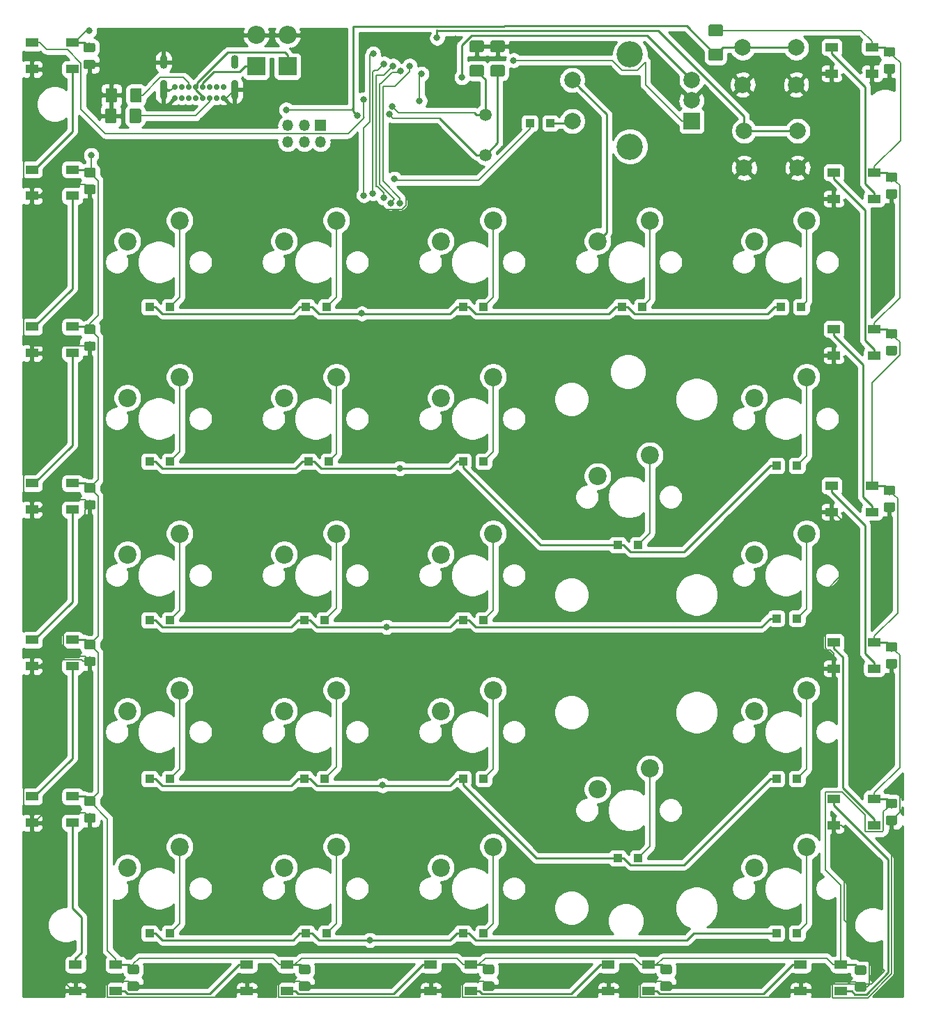
<source format=gbr>
%TF.GenerationSoftware,KiCad,Pcbnew,(5.1.0)-1*%
%TF.CreationDate,2020-09-20T18:29:26-04:00*%
%TF.ProjectId,BadgersHollowSchematic,42616467-6572-4734-986f-6c6c6f775363,rev?*%
%TF.SameCoordinates,Original*%
%TF.FileFunction,Copper,L2,Bot*%
%TF.FilePolarity,Positive*%
%FSLAX46Y46*%
G04 Gerber Fmt 4.6, Leading zero omitted, Abs format (unit mm)*
G04 Created by KiCad (PCBNEW (5.1.0)-1) date 2020-09-20 18:29:26*
%MOMM*%
%LPD*%
G04 APERTURE LIST*
%TA.AperFunction,ComponentPad*%
%ADD10C,2.200000*%
%TD*%
%TA.AperFunction,ComponentPad*%
%ADD11C,1.500000*%
%TD*%
%TA.AperFunction,ComponentPad*%
%ADD12R,2.000000X2.000000*%
%TD*%
%TA.AperFunction,ComponentPad*%
%ADD13C,2.000000*%
%TD*%
%TA.AperFunction,ComponentPad*%
%ADD14C,3.200000*%
%TD*%
%TA.AperFunction,Conductor*%
%ADD15C,0.100000*%
%TD*%
%TA.AperFunction,SMDPad,CuDef*%
%ADD16C,1.425000*%
%TD*%
%TA.AperFunction,ComponentPad*%
%ADD17O,1.350000X1.350000*%
%TD*%
%TA.AperFunction,ComponentPad*%
%ADD18R,1.350000X1.350000*%
%TD*%
%TA.AperFunction,ComponentPad*%
%ADD19O,0.900000X1.700000*%
%TD*%
%TA.AperFunction,ComponentPad*%
%ADD20O,0.900000X2.400000*%
%TD*%
%TA.AperFunction,ComponentPad*%
%ADD21C,0.700000*%
%TD*%
%TA.AperFunction,SMDPad,CuDef*%
%ADD22R,1.500000X1.000000*%
%TD*%
%TA.AperFunction,SMDPad,CuDef*%
%ADD23R,1.000000X1.000000*%
%TD*%
%TA.AperFunction,ComponentPad*%
%ADD24O,2.200000X2.200000*%
%TD*%
%TA.AperFunction,ComponentPad*%
%ADD25R,2.200000X2.200000*%
%TD*%
%TA.AperFunction,SMDPad,CuDef*%
%ADD26C,1.150000*%
%TD*%
%TA.AperFunction,ViaPad*%
%ADD27C,0.800000*%
%TD*%
%TA.AperFunction,Conductor*%
%ADD28C,0.200000*%
%TD*%
%TA.AperFunction,Conductor*%
%ADD29C,0.250000*%
%TD*%
%TA.AperFunction,Conductor*%
%ADD30C,0.254000*%
%TD*%
G04 APERTURE END LIST*
D10*
%TO.P,SW5,2*%
%TO.N,col2*%
X79375000Y-56515000D03*
%TO.P,SW5,1*%
%TO.N,Net-(D6-Pad2)*%
X85725000Y-53975000D03*
%TD*%
%TO.P,SW23,2*%
%TO.N,col0*%
X41275000Y-132715000D03*
%TO.P,SW23,1*%
%TO.N,Net-(D24-Pad2)*%
X47625000Y-130175000D03*
%TD*%
D11*
%TO.P,Y1,2*%
%TO.N,Net-(C1-Pad1)*%
X84764880Y-46033080D03*
%TO.P,Y1,1*%
%TO.N,Net-(C2-Pad1)*%
X84764880Y-41153080D03*
%TD*%
D12*
%TO.P,SW27,A*%
%TO.N,renca*%
X109855000Y-41910000D03*
D13*
%TO.P,SW27,C*%
%TO.N,GND*%
X109855000Y-39410000D03*
%TO.P,SW27,B*%
%TO.N,rencb*%
X109855000Y-36910000D03*
D14*
%TO.P,SW27,MP*%
%TO.N,N/C*%
X102355000Y-45010000D03*
X102355000Y-33810000D03*
D13*
%TO.P,SW27,S2*%
%TO.N,Net-(D28-Pad2)*%
X95355000Y-41910000D03*
%TO.P,SW27,S1*%
%TO.N,col3*%
X95355000Y-36910000D03*
%TD*%
D10*
%TO.P,SW26,2*%
%TO.N,col4*%
X117475000Y-132715000D03*
%TO.P,SW26,1*%
%TO.N,Net-(D27-Pad2)*%
X123825000Y-130175000D03*
%TD*%
%TO.P,SW25,2*%
%TO.N,col2*%
X79375000Y-132715000D03*
%TO.P,SW25,1*%
%TO.N,Net-(D26-Pad2)*%
X85725000Y-130175000D03*
%TD*%
%TO.P,SW24,2*%
%TO.N,col1*%
X60325000Y-132715000D03*
%TO.P,SW24,1*%
%TO.N,Net-(D25-Pad2)*%
X66675000Y-130175000D03*
%TD*%
%TO.P,SW22,2*%
%TO.N,col4*%
X117475000Y-113665000D03*
%TO.P,SW22,1*%
%TO.N,Net-(D23-Pad2)*%
X123825000Y-111125000D03*
%TD*%
%TO.P,SW21,2*%
%TO.N,col3*%
X98425000Y-123190000D03*
%TO.P,SW21,1*%
%TO.N,Net-(D22-Pad2)*%
X104775000Y-120650000D03*
%TD*%
%TO.P,SW20,2*%
%TO.N,col2*%
X79375000Y-113665000D03*
%TO.P,SW20,1*%
%TO.N,Net-(D21-Pad2)*%
X85725000Y-111125000D03*
%TD*%
%TO.P,SW19,2*%
%TO.N,col1*%
X60325000Y-113665000D03*
%TO.P,SW19,1*%
%TO.N,Net-(D20-Pad2)*%
X66675000Y-111125000D03*
%TD*%
%TO.P,SW18,2*%
%TO.N,col0*%
X41275000Y-113665000D03*
%TO.P,SW18,1*%
%TO.N,Net-(D19-Pad2)*%
X47625000Y-111125000D03*
%TD*%
%TO.P,SW17,2*%
%TO.N,col4*%
X117475000Y-94615000D03*
%TO.P,SW17,1*%
%TO.N,Net-(D18-Pad2)*%
X123825000Y-92075000D03*
%TD*%
%TO.P,SW15,2*%
%TO.N,col2*%
X79375000Y-94615000D03*
%TO.P,SW15,1*%
%TO.N,Net-(D16-Pad2)*%
X85725000Y-92075000D03*
%TD*%
%TO.P,SW14,2*%
%TO.N,col1*%
X60325000Y-94615000D03*
%TO.P,SW14,1*%
%TO.N,Net-(D15-Pad2)*%
X66675000Y-92075000D03*
%TD*%
%TO.P,SW13,2*%
%TO.N,col0*%
X41275000Y-94615000D03*
%TO.P,SW13,1*%
%TO.N,Net-(D14-Pad2)*%
X47625000Y-92075000D03*
%TD*%
%TO.P,SW12,2*%
%TO.N,col4*%
X117475000Y-75565000D03*
%TO.P,SW12,1*%
%TO.N,Net-(D13-Pad2)*%
X123825000Y-73025000D03*
%TD*%
%TO.P,SW11,2*%
%TO.N,col3*%
X98425000Y-85090000D03*
%TO.P,SW11,1*%
%TO.N,Net-(D12-Pad2)*%
X104775000Y-82550000D03*
%TD*%
%TO.P,SW10,2*%
%TO.N,col2*%
X79375000Y-75565000D03*
%TO.P,SW10,1*%
%TO.N,Net-(D11-Pad2)*%
X85725000Y-73025000D03*
%TD*%
%TO.P,SW9,2*%
%TO.N,col1*%
X60325000Y-75565000D03*
%TO.P,SW9,1*%
%TO.N,Net-(D10-Pad2)*%
X66675000Y-73025000D03*
%TD*%
%TO.P,SW8,2*%
%TO.N,col0*%
X41275000Y-75565000D03*
%TO.P,SW8,1*%
%TO.N,Net-(D9-Pad2)*%
X47625000Y-73025000D03*
%TD*%
%TO.P,SW7,2*%
%TO.N,col4*%
X117475000Y-56515000D03*
%TO.P,SW7,1*%
%TO.N,Net-(D8-Pad2)*%
X123825000Y-53975000D03*
%TD*%
%TO.P,SW6,2*%
%TO.N,col3*%
X98425000Y-56515000D03*
%TO.P,SW6,1*%
%TO.N,Net-(D7-Pad2)*%
X104775000Y-53975000D03*
%TD*%
%TO.P,SW4,2*%
%TO.N,col1*%
X60325000Y-56515000D03*
%TO.P,SW4,1*%
%TO.N,Net-(D5-Pad2)*%
X66675000Y-53975000D03*
%TD*%
%TO.P,SW3,2*%
%TO.N,col0*%
X41275000Y-56515000D03*
%TO.P,SW3,1*%
%TO.N,Net-(D4-Pad2)*%
X47625000Y-53975000D03*
%TD*%
D13*
%TO.P,SW2,1*%
%TO.N,GND*%
X116248040Y-47599600D03*
%TO.P,SW2,2*%
%TO.N,boot*%
X116248040Y-43099600D03*
%TO.P,SW2,1*%
%TO.N,GND*%
X122748040Y-47599600D03*
%TO.P,SW2,2*%
%TO.N,boot*%
X122748040Y-43099600D03*
%TD*%
%TO.P,SW1,1*%
%TO.N,GND*%
X116070240Y-37475160D03*
%TO.P,SW1,2*%
%TO.N,Reset*%
X116070240Y-32975160D03*
%TO.P,SW1,1*%
%TO.N,GND*%
X122570240Y-37475160D03*
%TO.P,SW1,2*%
%TO.N,Reset*%
X122570240Y-32975160D03*
%TD*%
D15*
%TO.N,Net-(J1-PadB5)*%
%TO.C,R3*%
G36*
X42797384Y-37891684D02*
G01*
X42821653Y-37895284D01*
X42845451Y-37901245D01*
X42868551Y-37909510D01*
X42890729Y-37920000D01*
X42911773Y-37932613D01*
X42931478Y-37947227D01*
X42949657Y-37963703D01*
X42966133Y-37981882D01*
X42980747Y-38001587D01*
X42993360Y-38022631D01*
X43003850Y-38044809D01*
X43012115Y-38067909D01*
X43018076Y-38091707D01*
X43021676Y-38115976D01*
X43022880Y-38140480D01*
X43022880Y-39390480D01*
X43021676Y-39414984D01*
X43018076Y-39439253D01*
X43012115Y-39463051D01*
X43003850Y-39486151D01*
X42993360Y-39508329D01*
X42980747Y-39529373D01*
X42966133Y-39549078D01*
X42949657Y-39567257D01*
X42931478Y-39583733D01*
X42911773Y-39598347D01*
X42890729Y-39610960D01*
X42868551Y-39621450D01*
X42845451Y-39629715D01*
X42821653Y-39635676D01*
X42797384Y-39639276D01*
X42772880Y-39640480D01*
X41847880Y-39640480D01*
X41823376Y-39639276D01*
X41799107Y-39635676D01*
X41775309Y-39629715D01*
X41752209Y-39621450D01*
X41730031Y-39610960D01*
X41708987Y-39598347D01*
X41689282Y-39583733D01*
X41671103Y-39567257D01*
X41654627Y-39549078D01*
X41640013Y-39529373D01*
X41627400Y-39508329D01*
X41616910Y-39486151D01*
X41608645Y-39463051D01*
X41602684Y-39439253D01*
X41599084Y-39414984D01*
X41597880Y-39390480D01*
X41597880Y-38140480D01*
X41599084Y-38115976D01*
X41602684Y-38091707D01*
X41608645Y-38067909D01*
X41616910Y-38044809D01*
X41627400Y-38022631D01*
X41640013Y-38001587D01*
X41654627Y-37981882D01*
X41671103Y-37963703D01*
X41689282Y-37947227D01*
X41708987Y-37932613D01*
X41730031Y-37920000D01*
X41752209Y-37909510D01*
X41775309Y-37901245D01*
X41799107Y-37895284D01*
X41823376Y-37891684D01*
X41847880Y-37890480D01*
X42772880Y-37890480D01*
X42797384Y-37891684D01*
X42797384Y-37891684D01*
G37*
D16*
%TD*%
%TO.P,R3,2*%
%TO.N,Net-(J1-PadB5)*%
X42310380Y-38765480D03*
D15*
%TO.N,GND*%
%TO.C,R3*%
G36*
X39822384Y-37891684D02*
G01*
X39846653Y-37895284D01*
X39870451Y-37901245D01*
X39893551Y-37909510D01*
X39915729Y-37920000D01*
X39936773Y-37932613D01*
X39956478Y-37947227D01*
X39974657Y-37963703D01*
X39991133Y-37981882D01*
X40005747Y-38001587D01*
X40018360Y-38022631D01*
X40028850Y-38044809D01*
X40037115Y-38067909D01*
X40043076Y-38091707D01*
X40046676Y-38115976D01*
X40047880Y-38140480D01*
X40047880Y-39390480D01*
X40046676Y-39414984D01*
X40043076Y-39439253D01*
X40037115Y-39463051D01*
X40028850Y-39486151D01*
X40018360Y-39508329D01*
X40005747Y-39529373D01*
X39991133Y-39549078D01*
X39974657Y-39567257D01*
X39956478Y-39583733D01*
X39936773Y-39598347D01*
X39915729Y-39610960D01*
X39893551Y-39621450D01*
X39870451Y-39629715D01*
X39846653Y-39635676D01*
X39822384Y-39639276D01*
X39797880Y-39640480D01*
X38872880Y-39640480D01*
X38848376Y-39639276D01*
X38824107Y-39635676D01*
X38800309Y-39629715D01*
X38777209Y-39621450D01*
X38755031Y-39610960D01*
X38733987Y-39598347D01*
X38714282Y-39583733D01*
X38696103Y-39567257D01*
X38679627Y-39549078D01*
X38665013Y-39529373D01*
X38652400Y-39508329D01*
X38641910Y-39486151D01*
X38633645Y-39463051D01*
X38627684Y-39439253D01*
X38624084Y-39414984D01*
X38622880Y-39390480D01*
X38622880Y-38140480D01*
X38624084Y-38115976D01*
X38627684Y-38091707D01*
X38633645Y-38067909D01*
X38641910Y-38044809D01*
X38652400Y-38022631D01*
X38665013Y-38001587D01*
X38679627Y-37981882D01*
X38696103Y-37963703D01*
X38714282Y-37947227D01*
X38733987Y-37932613D01*
X38755031Y-37920000D01*
X38777209Y-37909510D01*
X38800309Y-37901245D01*
X38824107Y-37895284D01*
X38848376Y-37891684D01*
X38872880Y-37890480D01*
X39797880Y-37890480D01*
X39822384Y-37891684D01*
X39822384Y-37891684D01*
G37*
D16*
%TD*%
%TO.P,R3,1*%
%TO.N,GND*%
X39335380Y-38765480D03*
D15*
%TO.N,Net-(J1-PadA5)*%
%TO.C,R2*%
G36*
X42720244Y-40396124D02*
G01*
X42744513Y-40399724D01*
X42768311Y-40405685D01*
X42791411Y-40413950D01*
X42813589Y-40424440D01*
X42834633Y-40437053D01*
X42854338Y-40451667D01*
X42872517Y-40468143D01*
X42888993Y-40486322D01*
X42903607Y-40506027D01*
X42916220Y-40527071D01*
X42926710Y-40549249D01*
X42934975Y-40572349D01*
X42940936Y-40596147D01*
X42944536Y-40620416D01*
X42945740Y-40644920D01*
X42945740Y-41894920D01*
X42944536Y-41919424D01*
X42940936Y-41943693D01*
X42934975Y-41967491D01*
X42926710Y-41990591D01*
X42916220Y-42012769D01*
X42903607Y-42033813D01*
X42888993Y-42053518D01*
X42872517Y-42071697D01*
X42854338Y-42088173D01*
X42834633Y-42102787D01*
X42813589Y-42115400D01*
X42791411Y-42125890D01*
X42768311Y-42134155D01*
X42744513Y-42140116D01*
X42720244Y-42143716D01*
X42695740Y-42144920D01*
X41770740Y-42144920D01*
X41746236Y-42143716D01*
X41721967Y-42140116D01*
X41698169Y-42134155D01*
X41675069Y-42125890D01*
X41652891Y-42115400D01*
X41631847Y-42102787D01*
X41612142Y-42088173D01*
X41593963Y-42071697D01*
X41577487Y-42053518D01*
X41562873Y-42033813D01*
X41550260Y-42012769D01*
X41539770Y-41990591D01*
X41531505Y-41967491D01*
X41525544Y-41943693D01*
X41521944Y-41919424D01*
X41520740Y-41894920D01*
X41520740Y-40644920D01*
X41521944Y-40620416D01*
X41525544Y-40596147D01*
X41531505Y-40572349D01*
X41539770Y-40549249D01*
X41550260Y-40527071D01*
X41562873Y-40506027D01*
X41577487Y-40486322D01*
X41593963Y-40468143D01*
X41612142Y-40451667D01*
X41631847Y-40437053D01*
X41652891Y-40424440D01*
X41675069Y-40413950D01*
X41698169Y-40405685D01*
X41721967Y-40399724D01*
X41746236Y-40396124D01*
X41770740Y-40394920D01*
X42695740Y-40394920D01*
X42720244Y-40396124D01*
X42720244Y-40396124D01*
G37*
D16*
%TD*%
%TO.P,R2,2*%
%TO.N,Net-(J1-PadA5)*%
X42233240Y-41269920D03*
D15*
%TO.N,GND*%
%TO.C,R2*%
G36*
X39745244Y-40396124D02*
G01*
X39769513Y-40399724D01*
X39793311Y-40405685D01*
X39816411Y-40413950D01*
X39838589Y-40424440D01*
X39859633Y-40437053D01*
X39879338Y-40451667D01*
X39897517Y-40468143D01*
X39913993Y-40486322D01*
X39928607Y-40506027D01*
X39941220Y-40527071D01*
X39951710Y-40549249D01*
X39959975Y-40572349D01*
X39965936Y-40596147D01*
X39969536Y-40620416D01*
X39970740Y-40644920D01*
X39970740Y-41894920D01*
X39969536Y-41919424D01*
X39965936Y-41943693D01*
X39959975Y-41967491D01*
X39951710Y-41990591D01*
X39941220Y-42012769D01*
X39928607Y-42033813D01*
X39913993Y-42053518D01*
X39897517Y-42071697D01*
X39879338Y-42088173D01*
X39859633Y-42102787D01*
X39838589Y-42115400D01*
X39816411Y-42125890D01*
X39793311Y-42134155D01*
X39769513Y-42140116D01*
X39745244Y-42143716D01*
X39720740Y-42144920D01*
X38795740Y-42144920D01*
X38771236Y-42143716D01*
X38746967Y-42140116D01*
X38723169Y-42134155D01*
X38700069Y-42125890D01*
X38677891Y-42115400D01*
X38656847Y-42102787D01*
X38637142Y-42088173D01*
X38618963Y-42071697D01*
X38602487Y-42053518D01*
X38587873Y-42033813D01*
X38575260Y-42012769D01*
X38564770Y-41990591D01*
X38556505Y-41967491D01*
X38550544Y-41943693D01*
X38546944Y-41919424D01*
X38545740Y-41894920D01*
X38545740Y-40644920D01*
X38546944Y-40620416D01*
X38550544Y-40596147D01*
X38556505Y-40572349D01*
X38564770Y-40549249D01*
X38575260Y-40527071D01*
X38587873Y-40506027D01*
X38602487Y-40486322D01*
X38618963Y-40468143D01*
X38637142Y-40451667D01*
X38656847Y-40437053D01*
X38677891Y-40424440D01*
X38700069Y-40413950D01*
X38723169Y-40405685D01*
X38746967Y-40399724D01*
X38771236Y-40396124D01*
X38795740Y-40394920D01*
X39720740Y-40394920D01*
X39745244Y-40396124D01*
X39745244Y-40396124D01*
G37*
D16*
%TD*%
%TO.P,R2,1*%
%TO.N,GND*%
X39258240Y-41269920D03*
D15*
%TO.N,Reset*%
%TO.C,R1*%
G36*
X113430584Y-33145964D02*
G01*
X113454853Y-33149564D01*
X113478651Y-33155525D01*
X113501751Y-33163790D01*
X113523929Y-33174280D01*
X113544973Y-33186893D01*
X113564678Y-33201507D01*
X113582857Y-33217983D01*
X113599333Y-33236162D01*
X113613947Y-33255867D01*
X113626560Y-33276911D01*
X113637050Y-33299089D01*
X113645315Y-33322189D01*
X113651276Y-33345987D01*
X113654876Y-33370256D01*
X113656080Y-33394760D01*
X113656080Y-34319760D01*
X113654876Y-34344264D01*
X113651276Y-34368533D01*
X113645315Y-34392331D01*
X113637050Y-34415431D01*
X113626560Y-34437609D01*
X113613947Y-34458653D01*
X113599333Y-34478358D01*
X113582857Y-34496537D01*
X113564678Y-34513013D01*
X113544973Y-34527627D01*
X113523929Y-34540240D01*
X113501751Y-34550730D01*
X113478651Y-34558995D01*
X113454853Y-34564956D01*
X113430584Y-34568556D01*
X113406080Y-34569760D01*
X112156080Y-34569760D01*
X112131576Y-34568556D01*
X112107307Y-34564956D01*
X112083509Y-34558995D01*
X112060409Y-34550730D01*
X112038231Y-34540240D01*
X112017187Y-34527627D01*
X111997482Y-34513013D01*
X111979303Y-34496537D01*
X111962827Y-34478358D01*
X111948213Y-34458653D01*
X111935600Y-34437609D01*
X111925110Y-34415431D01*
X111916845Y-34392331D01*
X111910884Y-34368533D01*
X111907284Y-34344264D01*
X111906080Y-34319760D01*
X111906080Y-33394760D01*
X111907284Y-33370256D01*
X111910884Y-33345987D01*
X111916845Y-33322189D01*
X111925110Y-33299089D01*
X111935600Y-33276911D01*
X111948213Y-33255867D01*
X111962827Y-33236162D01*
X111979303Y-33217983D01*
X111997482Y-33201507D01*
X112017187Y-33186893D01*
X112038231Y-33174280D01*
X112060409Y-33163790D01*
X112083509Y-33155525D01*
X112107307Y-33149564D01*
X112131576Y-33145964D01*
X112156080Y-33144760D01*
X113406080Y-33144760D01*
X113430584Y-33145964D01*
X113430584Y-33145964D01*
G37*
D16*
%TD*%
%TO.P,R1,2*%
%TO.N,Reset*%
X112781080Y-33857260D03*
D15*
%TO.N,+5V*%
%TO.C,R1*%
G36*
X113430584Y-30170964D02*
G01*
X113454853Y-30174564D01*
X113478651Y-30180525D01*
X113501751Y-30188790D01*
X113523929Y-30199280D01*
X113544973Y-30211893D01*
X113564678Y-30226507D01*
X113582857Y-30242983D01*
X113599333Y-30261162D01*
X113613947Y-30280867D01*
X113626560Y-30301911D01*
X113637050Y-30324089D01*
X113645315Y-30347189D01*
X113651276Y-30370987D01*
X113654876Y-30395256D01*
X113656080Y-30419760D01*
X113656080Y-31344760D01*
X113654876Y-31369264D01*
X113651276Y-31393533D01*
X113645315Y-31417331D01*
X113637050Y-31440431D01*
X113626560Y-31462609D01*
X113613947Y-31483653D01*
X113599333Y-31503358D01*
X113582857Y-31521537D01*
X113564678Y-31538013D01*
X113544973Y-31552627D01*
X113523929Y-31565240D01*
X113501751Y-31575730D01*
X113478651Y-31583995D01*
X113454853Y-31589956D01*
X113430584Y-31593556D01*
X113406080Y-31594760D01*
X112156080Y-31594760D01*
X112131576Y-31593556D01*
X112107307Y-31589956D01*
X112083509Y-31583995D01*
X112060409Y-31575730D01*
X112038231Y-31565240D01*
X112017187Y-31552627D01*
X111997482Y-31538013D01*
X111979303Y-31521537D01*
X111962827Y-31503358D01*
X111948213Y-31483653D01*
X111935600Y-31462609D01*
X111925110Y-31440431D01*
X111916845Y-31417331D01*
X111910884Y-31393533D01*
X111907284Y-31369264D01*
X111906080Y-31344760D01*
X111906080Y-30419760D01*
X111907284Y-30395256D01*
X111910884Y-30370987D01*
X111916845Y-30347189D01*
X111925110Y-30324089D01*
X111935600Y-30301911D01*
X111948213Y-30280867D01*
X111962827Y-30261162D01*
X111979303Y-30242983D01*
X111997482Y-30226507D01*
X112017187Y-30211893D01*
X112038231Y-30199280D01*
X112060409Y-30188790D01*
X112083509Y-30180525D01*
X112107307Y-30174564D01*
X112131576Y-30170964D01*
X112156080Y-30169760D01*
X113406080Y-30169760D01*
X113430584Y-30170964D01*
X113430584Y-30170964D01*
G37*
D16*
%TD*%
%TO.P,R1,1*%
%TO.N,+5V*%
X112781080Y-30882260D03*
D17*
%TO.P,J2,6*%
%TO.N,Net-(J2-Pad6)*%
X60759840Y-44443400D03*
%TO.P,J2,5*%
%TO.N,Reset*%
X60759840Y-42443400D03*
%TO.P,J2,4*%
%TO.N,MOSI*%
X62759840Y-44443400D03*
%TO.P,J2,3*%
%TO.N,SCK*%
X62759840Y-42443400D03*
%TO.P,J2,2*%
%TO.N,+5V*%
X64759840Y-44443400D03*
D18*
%TO.P,J2,1*%
%TO.N,MISO*%
X64759840Y-42443400D03*
%TD*%
D19*
%TO.P,J1,S1*%
%TO.N,GND*%
X45669160Y-34715360D03*
X54319160Y-34715360D03*
D20*
X45669160Y-38095360D03*
X54319160Y-38095360D03*
D21*
%TO.P,J1,B6*%
%TO.N,Net-(D2-Pad1)*%
X49569160Y-37725360D03*
%TO.P,J1,B1*%
%TO.N,GND*%
X47019160Y-37725360D03*
%TO.P,J1,B4*%
%TO.N,VCC*%
X47869160Y-37725360D03*
%TO.P,J1,B5*%
%TO.N,Net-(J1-PadB5)*%
X48719160Y-37725360D03*
%TO.P,J1,B12*%
%TO.N,N/C*%
X52969160Y-37725360D03*
%TO.P,J1,B8*%
%TO.N,Net-(J1-PadB8)*%
X51269160Y-37725360D03*
%TO.P,J1,B7*%
%TO.N,Net-(D1-Pad1)*%
X50419160Y-37725360D03*
%TO.P,J1,B9*%
%TO.N,VCC*%
X52119160Y-37725360D03*
%TO.P,J1,A12*%
%TO.N,GND*%
X47019160Y-39075360D03*
%TO.P,J1,A9*%
%TO.N,VCC*%
X47869160Y-39075360D03*
%TO.P,J1,A8*%
%TO.N,Net-(J1-PadA8)*%
X48719160Y-39075360D03*
%TO.P,J1,A7*%
%TO.N,Net-(D1-Pad1)*%
X49569160Y-39075360D03*
%TO.P,J1,A6*%
%TO.N,Net-(D2-Pad1)*%
X50419160Y-39075360D03*
%TO.P,J1,A5*%
%TO.N,Net-(J1-PadA5)*%
X51269160Y-39075360D03*
%TO.P,J1,A4*%
%TO.N,VCC*%
X52119160Y-39075360D03*
%TO.P,J1,A1*%
%TO.N,GND*%
X52969160Y-39075360D03*
%TD*%
D22*
%TO.P,D45,3*%
%TO.N,+5V*%
X131781720Y-32913520D03*
%TO.P,D45,4*%
%TO.N,GND*%
X131781720Y-36113520D03*
%TO.P,D45,2*%
%TO.N,Net-(D44-Pad4)*%
X126881720Y-32913520D03*
%TO.P,D45,1*%
%TO.N,GND*%
X126881720Y-36113520D03*
%TD*%
%TO.P,D44,3*%
%TO.N,+5V*%
X132035720Y-48153520D03*
%TO.P,D44,4*%
%TO.N,Net-(D44-Pad4)*%
X132035720Y-51353520D03*
%TO.P,D44,2*%
%TO.N,Net-(D43-Pad4)*%
X127135720Y-48153520D03*
%TO.P,D44,1*%
%TO.N,GND*%
X127135720Y-51353520D03*
%TD*%
%TO.P,D43,3*%
%TO.N,+5V*%
X132035720Y-67203520D03*
%TO.P,D43,4*%
%TO.N,Net-(D43-Pad4)*%
X132035720Y-70403520D03*
%TO.P,D43,2*%
%TO.N,Net-(D42-Pad4)*%
X127135720Y-67203520D03*
%TO.P,D43,1*%
%TO.N,GND*%
X127135720Y-70403520D03*
%TD*%
%TO.P,D42,3*%
%TO.N,+5V*%
X131781720Y-86253520D03*
%TO.P,D42,4*%
%TO.N,Net-(D42-Pad4)*%
X131781720Y-89453520D03*
%TO.P,D42,2*%
%TO.N,Net-(D41-Pad4)*%
X126881720Y-86253520D03*
%TO.P,D42,1*%
%TO.N,GND*%
X126881720Y-89453520D03*
%TD*%
%TO.P,D41,3*%
%TO.N,+5V*%
X132035720Y-105303520D03*
%TO.P,D41,4*%
%TO.N,Net-(D41-Pad4)*%
X132035720Y-108503520D03*
%TO.P,D41,2*%
%TO.N,Net-(D40-Pad4)*%
X127135720Y-105303520D03*
%TO.P,D41,1*%
%TO.N,GND*%
X127135720Y-108503520D03*
%TD*%
%TO.P,D40,3*%
%TO.N,+5V*%
X132035720Y-124353520D03*
%TO.P,D40,4*%
%TO.N,Net-(D40-Pad4)*%
X132035720Y-127553520D03*
%TO.P,D40,2*%
%TO.N,Net-(D39-Pad4)*%
X127135720Y-124353520D03*
%TO.P,D40,1*%
%TO.N,GND*%
X127135720Y-127553520D03*
%TD*%
%TO.P,D39,3*%
%TO.N,+5V*%
X128007280Y-144536360D03*
%TO.P,D39,4*%
%TO.N,Net-(D39-Pad4)*%
X128007280Y-147736360D03*
%TO.P,D39,2*%
%TO.N,Net-(D38-Pad4)*%
X123107280Y-144536360D03*
%TO.P,D39,1*%
%TO.N,GND*%
X123107280Y-147736360D03*
%TD*%
%TO.P,D38,3*%
%TO.N,+5V*%
X104639280Y-144536360D03*
%TO.P,D38,4*%
%TO.N,Net-(D38-Pad4)*%
X104639280Y-147736360D03*
%TO.P,D38,2*%
%TO.N,Net-(D37-Pad4)*%
X99739280Y-144536360D03*
%TO.P,D38,1*%
%TO.N,GND*%
X99739280Y-147736360D03*
%TD*%
%TO.P,D37,3*%
%TO.N,+5V*%
X83049280Y-144536360D03*
%TO.P,D37,4*%
%TO.N,Net-(D37-Pad4)*%
X83049280Y-147736360D03*
%TO.P,D37,2*%
%TO.N,Net-(D36-Pad4)*%
X78149280Y-144536360D03*
%TO.P,D37,1*%
%TO.N,GND*%
X78149280Y-147736360D03*
%TD*%
%TO.P,D36,3*%
%TO.N,+5V*%
X60697280Y-144536360D03*
%TO.P,D36,4*%
%TO.N,Net-(D36-Pad4)*%
X60697280Y-147736360D03*
%TO.P,D36,2*%
%TO.N,Net-(D35-Pad4)*%
X55797280Y-144536360D03*
%TO.P,D36,1*%
%TO.N,GND*%
X55797280Y-147736360D03*
%TD*%
%TO.P,D35,3*%
%TO.N,+5V*%
X39869280Y-144536360D03*
%TO.P,D35,4*%
%TO.N,Net-(D35-Pad4)*%
X39869280Y-147736360D03*
%TO.P,D35,2*%
%TO.N,Net-(D34-Pad4)*%
X34969280Y-144536360D03*
%TO.P,D35,1*%
%TO.N,GND*%
X34969280Y-147736360D03*
%TD*%
%TO.P,D34,3*%
%TO.N,+5V*%
X34586080Y-124074120D03*
%TO.P,D34,4*%
%TO.N,Net-(D34-Pad4)*%
X34586080Y-127274120D03*
%TO.P,D34,2*%
%TO.N,Net-(D33-Pad4)*%
X29686080Y-124074120D03*
%TO.P,D34,1*%
%TO.N,GND*%
X29686080Y-127274120D03*
%TD*%
%TO.P,D33,3*%
%TO.N,+5V*%
X34586080Y-105024120D03*
%TO.P,D33,4*%
%TO.N,Net-(D33-Pad4)*%
X34586080Y-108224120D03*
%TO.P,D33,2*%
%TO.N,Net-(D32-Pad4)*%
X29686080Y-105024120D03*
%TO.P,D33,1*%
%TO.N,GND*%
X29686080Y-108224120D03*
%TD*%
%TO.P,D32,3*%
%TO.N,+5V*%
X34586080Y-85974120D03*
%TO.P,D32,4*%
%TO.N,Net-(D32-Pad4)*%
X34586080Y-89174120D03*
%TO.P,D32,2*%
%TO.N,Net-(D31-Pad4)*%
X29686080Y-85974120D03*
%TO.P,D32,1*%
%TO.N,GND*%
X29686080Y-89174120D03*
%TD*%
%TO.P,D31,3*%
%TO.N,+5V*%
X34586080Y-66924120D03*
%TO.P,D31,4*%
%TO.N,Net-(D31-Pad4)*%
X34586080Y-70124120D03*
%TO.P,D31,2*%
%TO.N,Net-(D30-Pad4)*%
X29686080Y-66924120D03*
%TO.P,D31,1*%
%TO.N,GND*%
X29686080Y-70124120D03*
%TD*%
%TO.P,D30,3*%
%TO.N,+5V*%
X34586080Y-47798120D03*
%TO.P,D30,4*%
%TO.N,Net-(D30-Pad4)*%
X34586080Y-50998120D03*
%TO.P,D30,2*%
%TO.N,Net-(D29-Pad4)*%
X29686080Y-47798120D03*
%TO.P,D30,1*%
%TO.N,GND*%
X29686080Y-50998120D03*
%TD*%
%TO.P,D29,3*%
%TO.N,+5V*%
X34586080Y-32380120D03*
%TO.P,D29,4*%
%TO.N,Net-(D29-Pad4)*%
X34586080Y-35580120D03*
%TO.P,D29,2*%
%TO.N,LEDIN*%
X29686080Y-32380120D03*
%TO.P,D29,1*%
%TO.N,GND*%
X29686080Y-35580120D03*
%TD*%
D23*
%TO.P,D28,2*%
%TO.N,Net-(D28-Pad2)*%
X92690000Y-42164000D03*
%TO.P,D28,1*%
%TO.N,rer*%
X90190000Y-42164000D03*
%TD*%
%TO.P,D27,2*%
%TO.N,Net-(D27-Pad2)*%
X122662000Y-140716000D03*
%TO.P,D27,1*%
%TO.N,rer*%
X120162000Y-140716000D03*
%TD*%
%TO.P,D26,2*%
%TO.N,Net-(D26-Pad2)*%
X84562000Y-140716000D03*
%TO.P,D26,1*%
%TO.N,rer*%
X82062000Y-140716000D03*
%TD*%
%TO.P,D25,2*%
%TO.N,Net-(D25-Pad2)*%
X65492000Y-140716000D03*
%TO.P,D25,1*%
%TO.N,rer*%
X62992000Y-140716000D03*
%TD*%
%TO.P,D24,2*%
%TO.N,Net-(D24-Pad2)*%
X46462000Y-140716000D03*
%TO.P,D24,1*%
%TO.N,rer*%
X43962000Y-140716000D03*
%TD*%
%TO.P,D23,2*%
%TO.N,Net-(D23-Pad2)*%
X122662000Y-121920000D03*
%TO.P,D23,1*%
%TO.N,row3*%
X120162000Y-121920000D03*
%TD*%
%TO.P,D22,2*%
%TO.N,Net-(D22-Pad2)*%
X103358000Y-131572000D03*
%TO.P,D22,1*%
%TO.N,row3*%
X100858000Y-131572000D03*
%TD*%
%TO.P,D21,2*%
%TO.N,Net-(D21-Pad2)*%
X84562000Y-121920000D03*
%TO.P,D21,1*%
%TO.N,row3*%
X82062000Y-121920000D03*
%TD*%
%TO.P,D20,2*%
%TO.N,Net-(D20-Pad2)*%
X65258000Y-121920000D03*
%TO.P,D20,1*%
%TO.N,row3*%
X62758000Y-121920000D03*
%TD*%
%TO.P,D19,2*%
%TO.N,Net-(D19-Pad2)*%
X46462000Y-121920000D03*
%TO.P,D19,1*%
%TO.N,row3*%
X43962000Y-121920000D03*
%TD*%
%TO.P,D18,2*%
%TO.N,Net-(D18-Pad2)*%
X122662000Y-102404000D03*
%TO.P,D18,1*%
%TO.N,row2*%
X120162000Y-102404000D03*
%TD*%
%TO.P,D16,2*%
%TO.N,Net-(D16-Pad2)*%
X84562000Y-102616000D03*
%TO.P,D16,1*%
%TO.N,row2*%
X82062000Y-102616000D03*
%TD*%
%TO.P,D15,2*%
%TO.N,Net-(D15-Pad2)*%
X65258000Y-102616000D03*
%TO.P,D15,1*%
%TO.N,row2*%
X62758000Y-102616000D03*
%TD*%
%TO.P,D14,2*%
%TO.N,Net-(D14-Pad2)*%
X46462000Y-102616000D03*
%TO.P,D14,1*%
%TO.N,row2*%
X43962000Y-102616000D03*
%TD*%
%TO.P,D13,2*%
%TO.N,Net-(D13-Pad2)*%
X122662000Y-83820000D03*
%TO.P,D13,1*%
%TO.N,row1*%
X120162000Y-83820000D03*
%TD*%
%TO.P,D12,2*%
%TO.N,Net-(D12-Pad2)*%
X103358000Y-93472000D03*
%TO.P,D12,1*%
%TO.N,row1*%
X100858000Y-93472000D03*
%TD*%
%TO.P,D11,2*%
%TO.N,Net-(D11-Pad2)*%
X84562000Y-83312000D03*
%TO.P,D11,1*%
%TO.N,row1*%
X82062000Y-83312000D03*
%TD*%
%TO.P,D10,2*%
%TO.N,Net-(D10-Pad2)*%
X65766000Y-83312000D03*
%TO.P,D10,1*%
%TO.N,row1*%
X63266000Y-83312000D03*
%TD*%
%TO.P,D9,2*%
%TO.N,Net-(D9-Pad2)*%
X46462000Y-83312000D03*
%TO.P,D9,1*%
%TO.N,row1*%
X43962000Y-83312000D03*
%TD*%
%TO.P,D8,2*%
%TO.N,Net-(D8-Pad2)*%
X123170000Y-64516000D03*
%TO.P,D8,1*%
%TO.N,row0*%
X120670000Y-64516000D03*
%TD*%
%TO.P,D7,2*%
%TO.N,Net-(D7-Pad2)*%
X103866000Y-64516000D03*
%TO.P,D7,1*%
%TO.N,row0*%
X101366000Y-64516000D03*
%TD*%
%TO.P,D6,2*%
%TO.N,Net-(D6-Pad2)*%
X84562000Y-64516000D03*
%TO.P,D6,1*%
%TO.N,row0*%
X82062000Y-64516000D03*
%TD*%
%TO.P,D5,2*%
%TO.N,Net-(D5-Pad2)*%
X65492000Y-64516000D03*
%TO.P,D5,1*%
%TO.N,row0*%
X62992000Y-64516000D03*
%TD*%
%TO.P,D4,2*%
%TO.N,Net-(D4-Pad2)*%
X46462000Y-64516000D03*
%TO.P,D4,1*%
%TO.N,row0*%
X43962000Y-64516000D03*
%TD*%
D24*
%TO.P,D2,2*%
%TO.N,GND*%
X60741560Y-31424880D03*
D25*
%TO.P,D2,1*%
%TO.N,Net-(D2-Pad1)*%
X60741560Y-35234880D03*
%TD*%
D24*
%TO.P,D1,2*%
%TO.N,GND*%
X56931560Y-31424880D03*
D25*
%TO.P,D1,1*%
%TO.N,Net-(D1-Pad1)*%
X56931560Y-35234880D03*
%TD*%
D15*
%TO.N,GND*%
%TO.C,C27*%
G36*
X134632225Y-50204724D02*
G01*
X134656493Y-50208324D01*
X134680292Y-50214285D01*
X134703391Y-50222550D01*
X134725570Y-50233040D01*
X134746613Y-50245652D01*
X134766319Y-50260267D01*
X134784497Y-50276743D01*
X134800973Y-50294921D01*
X134815588Y-50314627D01*
X134828200Y-50335670D01*
X134838690Y-50357849D01*
X134846955Y-50380948D01*
X134852916Y-50404747D01*
X134856516Y-50429015D01*
X134857720Y-50453519D01*
X134857720Y-51103521D01*
X134856516Y-51128025D01*
X134852916Y-51152293D01*
X134846955Y-51176092D01*
X134838690Y-51199191D01*
X134828200Y-51221370D01*
X134815588Y-51242413D01*
X134800973Y-51262119D01*
X134784497Y-51280297D01*
X134766319Y-51296773D01*
X134746613Y-51311388D01*
X134725570Y-51324000D01*
X134703391Y-51334490D01*
X134680292Y-51342755D01*
X134656493Y-51348716D01*
X134632225Y-51352316D01*
X134607721Y-51353520D01*
X133707719Y-51353520D01*
X133683215Y-51352316D01*
X133658947Y-51348716D01*
X133635148Y-51342755D01*
X133612049Y-51334490D01*
X133589870Y-51324000D01*
X133568827Y-51311388D01*
X133549121Y-51296773D01*
X133530943Y-51280297D01*
X133514467Y-51262119D01*
X133499852Y-51242413D01*
X133487240Y-51221370D01*
X133476750Y-51199191D01*
X133468485Y-51176092D01*
X133462524Y-51152293D01*
X133458924Y-51128025D01*
X133457720Y-51103521D01*
X133457720Y-50453519D01*
X133458924Y-50429015D01*
X133462524Y-50404747D01*
X133468485Y-50380948D01*
X133476750Y-50357849D01*
X133487240Y-50335670D01*
X133499852Y-50314627D01*
X133514467Y-50294921D01*
X133530943Y-50276743D01*
X133549121Y-50260267D01*
X133568827Y-50245652D01*
X133589870Y-50233040D01*
X133612049Y-50222550D01*
X133635148Y-50214285D01*
X133658947Y-50208324D01*
X133683215Y-50204724D01*
X133707719Y-50203520D01*
X134607721Y-50203520D01*
X134632225Y-50204724D01*
X134632225Y-50204724D01*
G37*
D26*
%TD*%
%TO.P,C27,2*%
%TO.N,GND*%
X134157720Y-50778520D03*
D15*
%TO.N,+5V*%
%TO.C,C27*%
G36*
X134632225Y-48154724D02*
G01*
X134656493Y-48158324D01*
X134680292Y-48164285D01*
X134703391Y-48172550D01*
X134725570Y-48183040D01*
X134746613Y-48195652D01*
X134766319Y-48210267D01*
X134784497Y-48226743D01*
X134800973Y-48244921D01*
X134815588Y-48264627D01*
X134828200Y-48285670D01*
X134838690Y-48307849D01*
X134846955Y-48330948D01*
X134852916Y-48354747D01*
X134856516Y-48379015D01*
X134857720Y-48403519D01*
X134857720Y-49053521D01*
X134856516Y-49078025D01*
X134852916Y-49102293D01*
X134846955Y-49126092D01*
X134838690Y-49149191D01*
X134828200Y-49171370D01*
X134815588Y-49192413D01*
X134800973Y-49212119D01*
X134784497Y-49230297D01*
X134766319Y-49246773D01*
X134746613Y-49261388D01*
X134725570Y-49274000D01*
X134703391Y-49284490D01*
X134680292Y-49292755D01*
X134656493Y-49298716D01*
X134632225Y-49302316D01*
X134607721Y-49303520D01*
X133707719Y-49303520D01*
X133683215Y-49302316D01*
X133658947Y-49298716D01*
X133635148Y-49292755D01*
X133612049Y-49284490D01*
X133589870Y-49274000D01*
X133568827Y-49261388D01*
X133549121Y-49246773D01*
X133530943Y-49230297D01*
X133514467Y-49212119D01*
X133499852Y-49192413D01*
X133487240Y-49171370D01*
X133476750Y-49149191D01*
X133468485Y-49126092D01*
X133462524Y-49102293D01*
X133458924Y-49078025D01*
X133457720Y-49053521D01*
X133457720Y-48403519D01*
X133458924Y-48379015D01*
X133462524Y-48354747D01*
X133468485Y-48330948D01*
X133476750Y-48307849D01*
X133487240Y-48285670D01*
X133499852Y-48264627D01*
X133514467Y-48244921D01*
X133530943Y-48226743D01*
X133549121Y-48210267D01*
X133568827Y-48195652D01*
X133589870Y-48183040D01*
X133612049Y-48172550D01*
X133635148Y-48164285D01*
X133658947Y-48158324D01*
X133683215Y-48154724D01*
X133707719Y-48153520D01*
X134607721Y-48153520D01*
X134632225Y-48154724D01*
X134632225Y-48154724D01*
G37*
D26*
%TD*%
%TO.P,C27,1*%
%TO.N,+5V*%
X134157720Y-48728520D03*
D15*
%TO.N,GND*%
%TO.C,C26*%
G36*
X63293785Y-146587564D02*
G01*
X63318053Y-146591164D01*
X63341852Y-146597125D01*
X63364951Y-146605390D01*
X63387130Y-146615880D01*
X63408173Y-146628492D01*
X63427879Y-146643107D01*
X63446057Y-146659583D01*
X63462533Y-146677761D01*
X63477148Y-146697467D01*
X63489760Y-146718510D01*
X63500250Y-146740689D01*
X63508515Y-146763788D01*
X63514476Y-146787587D01*
X63518076Y-146811855D01*
X63519280Y-146836359D01*
X63519280Y-147486361D01*
X63518076Y-147510865D01*
X63514476Y-147535133D01*
X63508515Y-147558932D01*
X63500250Y-147582031D01*
X63489760Y-147604210D01*
X63477148Y-147625253D01*
X63462533Y-147644959D01*
X63446057Y-147663137D01*
X63427879Y-147679613D01*
X63408173Y-147694228D01*
X63387130Y-147706840D01*
X63364951Y-147717330D01*
X63341852Y-147725595D01*
X63318053Y-147731556D01*
X63293785Y-147735156D01*
X63269281Y-147736360D01*
X62369279Y-147736360D01*
X62344775Y-147735156D01*
X62320507Y-147731556D01*
X62296708Y-147725595D01*
X62273609Y-147717330D01*
X62251430Y-147706840D01*
X62230387Y-147694228D01*
X62210681Y-147679613D01*
X62192503Y-147663137D01*
X62176027Y-147644959D01*
X62161412Y-147625253D01*
X62148800Y-147604210D01*
X62138310Y-147582031D01*
X62130045Y-147558932D01*
X62124084Y-147535133D01*
X62120484Y-147510865D01*
X62119280Y-147486361D01*
X62119280Y-146836359D01*
X62120484Y-146811855D01*
X62124084Y-146787587D01*
X62130045Y-146763788D01*
X62138310Y-146740689D01*
X62148800Y-146718510D01*
X62161412Y-146697467D01*
X62176027Y-146677761D01*
X62192503Y-146659583D01*
X62210681Y-146643107D01*
X62230387Y-146628492D01*
X62251430Y-146615880D01*
X62273609Y-146605390D01*
X62296708Y-146597125D01*
X62320507Y-146591164D01*
X62344775Y-146587564D01*
X62369279Y-146586360D01*
X63269281Y-146586360D01*
X63293785Y-146587564D01*
X63293785Y-146587564D01*
G37*
D26*
%TD*%
%TO.P,C26,2*%
%TO.N,GND*%
X62819280Y-147161360D03*
D15*
%TO.N,+5V*%
%TO.C,C26*%
G36*
X63293785Y-144537564D02*
G01*
X63318053Y-144541164D01*
X63341852Y-144547125D01*
X63364951Y-144555390D01*
X63387130Y-144565880D01*
X63408173Y-144578492D01*
X63427879Y-144593107D01*
X63446057Y-144609583D01*
X63462533Y-144627761D01*
X63477148Y-144647467D01*
X63489760Y-144668510D01*
X63500250Y-144690689D01*
X63508515Y-144713788D01*
X63514476Y-144737587D01*
X63518076Y-144761855D01*
X63519280Y-144786359D01*
X63519280Y-145436361D01*
X63518076Y-145460865D01*
X63514476Y-145485133D01*
X63508515Y-145508932D01*
X63500250Y-145532031D01*
X63489760Y-145554210D01*
X63477148Y-145575253D01*
X63462533Y-145594959D01*
X63446057Y-145613137D01*
X63427879Y-145629613D01*
X63408173Y-145644228D01*
X63387130Y-145656840D01*
X63364951Y-145667330D01*
X63341852Y-145675595D01*
X63318053Y-145681556D01*
X63293785Y-145685156D01*
X63269281Y-145686360D01*
X62369279Y-145686360D01*
X62344775Y-145685156D01*
X62320507Y-145681556D01*
X62296708Y-145675595D01*
X62273609Y-145667330D01*
X62251430Y-145656840D01*
X62230387Y-145644228D01*
X62210681Y-145629613D01*
X62192503Y-145613137D01*
X62176027Y-145594959D01*
X62161412Y-145575253D01*
X62148800Y-145554210D01*
X62138310Y-145532031D01*
X62130045Y-145508932D01*
X62124084Y-145485133D01*
X62120484Y-145460865D01*
X62119280Y-145436361D01*
X62119280Y-144786359D01*
X62120484Y-144761855D01*
X62124084Y-144737587D01*
X62130045Y-144713788D01*
X62138310Y-144690689D01*
X62148800Y-144668510D01*
X62161412Y-144647467D01*
X62176027Y-144627761D01*
X62192503Y-144609583D01*
X62210681Y-144593107D01*
X62230387Y-144578492D01*
X62251430Y-144565880D01*
X62273609Y-144555390D01*
X62296708Y-144547125D01*
X62320507Y-144541164D01*
X62344775Y-144537564D01*
X62369279Y-144536360D01*
X63269281Y-144536360D01*
X63293785Y-144537564D01*
X63293785Y-144537564D01*
G37*
D26*
%TD*%
%TO.P,C26,1*%
%TO.N,+5V*%
X62819280Y-145111360D03*
D15*
%TO.N,GND*%
%TO.C,C24*%
G36*
X134632225Y-69254724D02*
G01*
X134656493Y-69258324D01*
X134680292Y-69264285D01*
X134703391Y-69272550D01*
X134725570Y-69283040D01*
X134746613Y-69295652D01*
X134766319Y-69310267D01*
X134784497Y-69326743D01*
X134800973Y-69344921D01*
X134815588Y-69364627D01*
X134828200Y-69385670D01*
X134838690Y-69407849D01*
X134846955Y-69430948D01*
X134852916Y-69454747D01*
X134856516Y-69479015D01*
X134857720Y-69503519D01*
X134857720Y-70153521D01*
X134856516Y-70178025D01*
X134852916Y-70202293D01*
X134846955Y-70226092D01*
X134838690Y-70249191D01*
X134828200Y-70271370D01*
X134815588Y-70292413D01*
X134800973Y-70312119D01*
X134784497Y-70330297D01*
X134766319Y-70346773D01*
X134746613Y-70361388D01*
X134725570Y-70374000D01*
X134703391Y-70384490D01*
X134680292Y-70392755D01*
X134656493Y-70398716D01*
X134632225Y-70402316D01*
X134607721Y-70403520D01*
X133707719Y-70403520D01*
X133683215Y-70402316D01*
X133658947Y-70398716D01*
X133635148Y-70392755D01*
X133612049Y-70384490D01*
X133589870Y-70374000D01*
X133568827Y-70361388D01*
X133549121Y-70346773D01*
X133530943Y-70330297D01*
X133514467Y-70312119D01*
X133499852Y-70292413D01*
X133487240Y-70271370D01*
X133476750Y-70249191D01*
X133468485Y-70226092D01*
X133462524Y-70202293D01*
X133458924Y-70178025D01*
X133457720Y-70153521D01*
X133457720Y-69503519D01*
X133458924Y-69479015D01*
X133462524Y-69454747D01*
X133468485Y-69430948D01*
X133476750Y-69407849D01*
X133487240Y-69385670D01*
X133499852Y-69364627D01*
X133514467Y-69344921D01*
X133530943Y-69326743D01*
X133549121Y-69310267D01*
X133568827Y-69295652D01*
X133589870Y-69283040D01*
X133612049Y-69272550D01*
X133635148Y-69264285D01*
X133658947Y-69258324D01*
X133683215Y-69254724D01*
X133707719Y-69253520D01*
X134607721Y-69253520D01*
X134632225Y-69254724D01*
X134632225Y-69254724D01*
G37*
D26*
%TD*%
%TO.P,C24,2*%
%TO.N,GND*%
X134157720Y-69828520D03*
D15*
%TO.N,+5V*%
%TO.C,C24*%
G36*
X134632225Y-67204724D02*
G01*
X134656493Y-67208324D01*
X134680292Y-67214285D01*
X134703391Y-67222550D01*
X134725570Y-67233040D01*
X134746613Y-67245652D01*
X134766319Y-67260267D01*
X134784497Y-67276743D01*
X134800973Y-67294921D01*
X134815588Y-67314627D01*
X134828200Y-67335670D01*
X134838690Y-67357849D01*
X134846955Y-67380948D01*
X134852916Y-67404747D01*
X134856516Y-67429015D01*
X134857720Y-67453519D01*
X134857720Y-68103521D01*
X134856516Y-68128025D01*
X134852916Y-68152293D01*
X134846955Y-68176092D01*
X134838690Y-68199191D01*
X134828200Y-68221370D01*
X134815588Y-68242413D01*
X134800973Y-68262119D01*
X134784497Y-68280297D01*
X134766319Y-68296773D01*
X134746613Y-68311388D01*
X134725570Y-68324000D01*
X134703391Y-68334490D01*
X134680292Y-68342755D01*
X134656493Y-68348716D01*
X134632225Y-68352316D01*
X134607721Y-68353520D01*
X133707719Y-68353520D01*
X133683215Y-68352316D01*
X133658947Y-68348716D01*
X133635148Y-68342755D01*
X133612049Y-68334490D01*
X133589870Y-68324000D01*
X133568827Y-68311388D01*
X133549121Y-68296773D01*
X133530943Y-68280297D01*
X133514467Y-68262119D01*
X133499852Y-68242413D01*
X133487240Y-68221370D01*
X133476750Y-68199191D01*
X133468485Y-68176092D01*
X133462524Y-68152293D01*
X133458924Y-68128025D01*
X133457720Y-68103521D01*
X133457720Y-67453519D01*
X133458924Y-67429015D01*
X133462524Y-67404747D01*
X133468485Y-67380948D01*
X133476750Y-67357849D01*
X133487240Y-67335670D01*
X133499852Y-67314627D01*
X133514467Y-67294921D01*
X133530943Y-67276743D01*
X133549121Y-67260267D01*
X133568827Y-67245652D01*
X133589870Y-67233040D01*
X133612049Y-67222550D01*
X133635148Y-67214285D01*
X133658947Y-67208324D01*
X133683215Y-67204724D01*
X133707719Y-67203520D01*
X134607721Y-67203520D01*
X134632225Y-67204724D01*
X134632225Y-67204724D01*
G37*
D26*
%TD*%
%TO.P,C24,1*%
%TO.N,+5V*%
X134157720Y-67778520D03*
D15*
%TO.N,GND*%
%TO.C,C23*%
G36*
X42465785Y-146587564D02*
G01*
X42490053Y-146591164D01*
X42513852Y-146597125D01*
X42536951Y-146605390D01*
X42559130Y-146615880D01*
X42580173Y-146628492D01*
X42599879Y-146643107D01*
X42618057Y-146659583D01*
X42634533Y-146677761D01*
X42649148Y-146697467D01*
X42661760Y-146718510D01*
X42672250Y-146740689D01*
X42680515Y-146763788D01*
X42686476Y-146787587D01*
X42690076Y-146811855D01*
X42691280Y-146836359D01*
X42691280Y-147486361D01*
X42690076Y-147510865D01*
X42686476Y-147535133D01*
X42680515Y-147558932D01*
X42672250Y-147582031D01*
X42661760Y-147604210D01*
X42649148Y-147625253D01*
X42634533Y-147644959D01*
X42618057Y-147663137D01*
X42599879Y-147679613D01*
X42580173Y-147694228D01*
X42559130Y-147706840D01*
X42536951Y-147717330D01*
X42513852Y-147725595D01*
X42490053Y-147731556D01*
X42465785Y-147735156D01*
X42441281Y-147736360D01*
X41541279Y-147736360D01*
X41516775Y-147735156D01*
X41492507Y-147731556D01*
X41468708Y-147725595D01*
X41445609Y-147717330D01*
X41423430Y-147706840D01*
X41402387Y-147694228D01*
X41382681Y-147679613D01*
X41364503Y-147663137D01*
X41348027Y-147644959D01*
X41333412Y-147625253D01*
X41320800Y-147604210D01*
X41310310Y-147582031D01*
X41302045Y-147558932D01*
X41296084Y-147535133D01*
X41292484Y-147510865D01*
X41291280Y-147486361D01*
X41291280Y-146836359D01*
X41292484Y-146811855D01*
X41296084Y-146787587D01*
X41302045Y-146763788D01*
X41310310Y-146740689D01*
X41320800Y-146718510D01*
X41333412Y-146697467D01*
X41348027Y-146677761D01*
X41364503Y-146659583D01*
X41382681Y-146643107D01*
X41402387Y-146628492D01*
X41423430Y-146615880D01*
X41445609Y-146605390D01*
X41468708Y-146597125D01*
X41492507Y-146591164D01*
X41516775Y-146587564D01*
X41541279Y-146586360D01*
X42441281Y-146586360D01*
X42465785Y-146587564D01*
X42465785Y-146587564D01*
G37*
D26*
%TD*%
%TO.P,C23,2*%
%TO.N,GND*%
X41991280Y-147161360D03*
D15*
%TO.N,+5V*%
%TO.C,C23*%
G36*
X42465785Y-144537564D02*
G01*
X42490053Y-144541164D01*
X42513852Y-144547125D01*
X42536951Y-144555390D01*
X42559130Y-144565880D01*
X42580173Y-144578492D01*
X42599879Y-144593107D01*
X42618057Y-144609583D01*
X42634533Y-144627761D01*
X42649148Y-144647467D01*
X42661760Y-144668510D01*
X42672250Y-144690689D01*
X42680515Y-144713788D01*
X42686476Y-144737587D01*
X42690076Y-144761855D01*
X42691280Y-144786359D01*
X42691280Y-145436361D01*
X42690076Y-145460865D01*
X42686476Y-145485133D01*
X42680515Y-145508932D01*
X42672250Y-145532031D01*
X42661760Y-145554210D01*
X42649148Y-145575253D01*
X42634533Y-145594959D01*
X42618057Y-145613137D01*
X42599879Y-145629613D01*
X42580173Y-145644228D01*
X42559130Y-145656840D01*
X42536951Y-145667330D01*
X42513852Y-145675595D01*
X42490053Y-145681556D01*
X42465785Y-145685156D01*
X42441281Y-145686360D01*
X41541279Y-145686360D01*
X41516775Y-145685156D01*
X41492507Y-145681556D01*
X41468708Y-145675595D01*
X41445609Y-145667330D01*
X41423430Y-145656840D01*
X41402387Y-145644228D01*
X41382681Y-145629613D01*
X41364503Y-145613137D01*
X41348027Y-145594959D01*
X41333412Y-145575253D01*
X41320800Y-145554210D01*
X41310310Y-145532031D01*
X41302045Y-145508932D01*
X41296084Y-145485133D01*
X41292484Y-145460865D01*
X41291280Y-145436361D01*
X41291280Y-144786359D01*
X41292484Y-144761855D01*
X41296084Y-144737587D01*
X41302045Y-144713788D01*
X41310310Y-144690689D01*
X41320800Y-144668510D01*
X41333412Y-144647467D01*
X41348027Y-144627761D01*
X41364503Y-144609583D01*
X41382681Y-144593107D01*
X41402387Y-144578492D01*
X41423430Y-144565880D01*
X41445609Y-144555390D01*
X41468708Y-144547125D01*
X41492507Y-144541164D01*
X41516775Y-144537564D01*
X41541279Y-144536360D01*
X42441281Y-144536360D01*
X42465785Y-144537564D01*
X42465785Y-144537564D01*
G37*
D26*
%TD*%
%TO.P,C23,1*%
%TO.N,+5V*%
X41991280Y-145111360D03*
D15*
%TO.N,GND*%
%TO.C,C21*%
G36*
X134378225Y-88304724D02*
G01*
X134402493Y-88308324D01*
X134426292Y-88314285D01*
X134449391Y-88322550D01*
X134471570Y-88333040D01*
X134492613Y-88345652D01*
X134512319Y-88360267D01*
X134530497Y-88376743D01*
X134546973Y-88394921D01*
X134561588Y-88414627D01*
X134574200Y-88435670D01*
X134584690Y-88457849D01*
X134592955Y-88480948D01*
X134598916Y-88504747D01*
X134602516Y-88529015D01*
X134603720Y-88553519D01*
X134603720Y-89203521D01*
X134602516Y-89228025D01*
X134598916Y-89252293D01*
X134592955Y-89276092D01*
X134584690Y-89299191D01*
X134574200Y-89321370D01*
X134561588Y-89342413D01*
X134546973Y-89362119D01*
X134530497Y-89380297D01*
X134512319Y-89396773D01*
X134492613Y-89411388D01*
X134471570Y-89424000D01*
X134449391Y-89434490D01*
X134426292Y-89442755D01*
X134402493Y-89448716D01*
X134378225Y-89452316D01*
X134353721Y-89453520D01*
X133453719Y-89453520D01*
X133429215Y-89452316D01*
X133404947Y-89448716D01*
X133381148Y-89442755D01*
X133358049Y-89434490D01*
X133335870Y-89424000D01*
X133314827Y-89411388D01*
X133295121Y-89396773D01*
X133276943Y-89380297D01*
X133260467Y-89362119D01*
X133245852Y-89342413D01*
X133233240Y-89321370D01*
X133222750Y-89299191D01*
X133214485Y-89276092D01*
X133208524Y-89252293D01*
X133204924Y-89228025D01*
X133203720Y-89203521D01*
X133203720Y-88553519D01*
X133204924Y-88529015D01*
X133208524Y-88504747D01*
X133214485Y-88480948D01*
X133222750Y-88457849D01*
X133233240Y-88435670D01*
X133245852Y-88414627D01*
X133260467Y-88394921D01*
X133276943Y-88376743D01*
X133295121Y-88360267D01*
X133314827Y-88345652D01*
X133335870Y-88333040D01*
X133358049Y-88322550D01*
X133381148Y-88314285D01*
X133404947Y-88308324D01*
X133429215Y-88304724D01*
X133453719Y-88303520D01*
X134353721Y-88303520D01*
X134378225Y-88304724D01*
X134378225Y-88304724D01*
G37*
D26*
%TD*%
%TO.P,C21,2*%
%TO.N,GND*%
X133903720Y-88878520D03*
D15*
%TO.N,+5V*%
%TO.C,C21*%
G36*
X134378225Y-86254724D02*
G01*
X134402493Y-86258324D01*
X134426292Y-86264285D01*
X134449391Y-86272550D01*
X134471570Y-86283040D01*
X134492613Y-86295652D01*
X134512319Y-86310267D01*
X134530497Y-86326743D01*
X134546973Y-86344921D01*
X134561588Y-86364627D01*
X134574200Y-86385670D01*
X134584690Y-86407849D01*
X134592955Y-86430948D01*
X134598916Y-86454747D01*
X134602516Y-86479015D01*
X134603720Y-86503519D01*
X134603720Y-87153521D01*
X134602516Y-87178025D01*
X134598916Y-87202293D01*
X134592955Y-87226092D01*
X134584690Y-87249191D01*
X134574200Y-87271370D01*
X134561588Y-87292413D01*
X134546973Y-87312119D01*
X134530497Y-87330297D01*
X134512319Y-87346773D01*
X134492613Y-87361388D01*
X134471570Y-87374000D01*
X134449391Y-87384490D01*
X134426292Y-87392755D01*
X134402493Y-87398716D01*
X134378225Y-87402316D01*
X134353721Y-87403520D01*
X133453719Y-87403520D01*
X133429215Y-87402316D01*
X133404947Y-87398716D01*
X133381148Y-87392755D01*
X133358049Y-87384490D01*
X133335870Y-87374000D01*
X133314827Y-87361388D01*
X133295121Y-87346773D01*
X133276943Y-87330297D01*
X133260467Y-87312119D01*
X133245852Y-87292413D01*
X133233240Y-87271370D01*
X133222750Y-87249191D01*
X133214485Y-87226092D01*
X133208524Y-87202293D01*
X133204924Y-87178025D01*
X133203720Y-87153521D01*
X133203720Y-86503519D01*
X133204924Y-86479015D01*
X133208524Y-86454747D01*
X133214485Y-86430948D01*
X133222750Y-86407849D01*
X133233240Y-86385670D01*
X133245852Y-86364627D01*
X133260467Y-86344921D01*
X133276943Y-86326743D01*
X133295121Y-86310267D01*
X133314827Y-86295652D01*
X133335870Y-86283040D01*
X133358049Y-86272550D01*
X133381148Y-86264285D01*
X133404947Y-86258324D01*
X133429215Y-86254724D01*
X133453719Y-86253520D01*
X134353721Y-86253520D01*
X134378225Y-86254724D01*
X134378225Y-86254724D01*
G37*
D26*
%TD*%
%TO.P,C21,1*%
%TO.N,+5V*%
X133903720Y-86828520D03*
D15*
%TO.N,GND*%
%TO.C,C20*%
G36*
X37182585Y-126125324D02*
G01*
X37206853Y-126128924D01*
X37230652Y-126134885D01*
X37253751Y-126143150D01*
X37275930Y-126153640D01*
X37296973Y-126166252D01*
X37316679Y-126180867D01*
X37334857Y-126197343D01*
X37351333Y-126215521D01*
X37365948Y-126235227D01*
X37378560Y-126256270D01*
X37389050Y-126278449D01*
X37397315Y-126301548D01*
X37403276Y-126325347D01*
X37406876Y-126349615D01*
X37408080Y-126374119D01*
X37408080Y-127024121D01*
X37406876Y-127048625D01*
X37403276Y-127072893D01*
X37397315Y-127096692D01*
X37389050Y-127119791D01*
X37378560Y-127141970D01*
X37365948Y-127163013D01*
X37351333Y-127182719D01*
X37334857Y-127200897D01*
X37316679Y-127217373D01*
X37296973Y-127231988D01*
X37275930Y-127244600D01*
X37253751Y-127255090D01*
X37230652Y-127263355D01*
X37206853Y-127269316D01*
X37182585Y-127272916D01*
X37158081Y-127274120D01*
X36258079Y-127274120D01*
X36233575Y-127272916D01*
X36209307Y-127269316D01*
X36185508Y-127263355D01*
X36162409Y-127255090D01*
X36140230Y-127244600D01*
X36119187Y-127231988D01*
X36099481Y-127217373D01*
X36081303Y-127200897D01*
X36064827Y-127182719D01*
X36050212Y-127163013D01*
X36037600Y-127141970D01*
X36027110Y-127119791D01*
X36018845Y-127096692D01*
X36012884Y-127072893D01*
X36009284Y-127048625D01*
X36008080Y-127024121D01*
X36008080Y-126374119D01*
X36009284Y-126349615D01*
X36012884Y-126325347D01*
X36018845Y-126301548D01*
X36027110Y-126278449D01*
X36037600Y-126256270D01*
X36050212Y-126235227D01*
X36064827Y-126215521D01*
X36081303Y-126197343D01*
X36099481Y-126180867D01*
X36119187Y-126166252D01*
X36140230Y-126153640D01*
X36162409Y-126143150D01*
X36185508Y-126134885D01*
X36209307Y-126128924D01*
X36233575Y-126125324D01*
X36258079Y-126124120D01*
X37158081Y-126124120D01*
X37182585Y-126125324D01*
X37182585Y-126125324D01*
G37*
D26*
%TD*%
%TO.P,C20,2*%
%TO.N,GND*%
X36708080Y-126699120D03*
D15*
%TO.N,+5V*%
%TO.C,C20*%
G36*
X37182585Y-124075324D02*
G01*
X37206853Y-124078924D01*
X37230652Y-124084885D01*
X37253751Y-124093150D01*
X37275930Y-124103640D01*
X37296973Y-124116252D01*
X37316679Y-124130867D01*
X37334857Y-124147343D01*
X37351333Y-124165521D01*
X37365948Y-124185227D01*
X37378560Y-124206270D01*
X37389050Y-124228449D01*
X37397315Y-124251548D01*
X37403276Y-124275347D01*
X37406876Y-124299615D01*
X37408080Y-124324119D01*
X37408080Y-124974121D01*
X37406876Y-124998625D01*
X37403276Y-125022893D01*
X37397315Y-125046692D01*
X37389050Y-125069791D01*
X37378560Y-125091970D01*
X37365948Y-125113013D01*
X37351333Y-125132719D01*
X37334857Y-125150897D01*
X37316679Y-125167373D01*
X37296973Y-125181988D01*
X37275930Y-125194600D01*
X37253751Y-125205090D01*
X37230652Y-125213355D01*
X37206853Y-125219316D01*
X37182585Y-125222916D01*
X37158081Y-125224120D01*
X36258079Y-125224120D01*
X36233575Y-125222916D01*
X36209307Y-125219316D01*
X36185508Y-125213355D01*
X36162409Y-125205090D01*
X36140230Y-125194600D01*
X36119187Y-125181988D01*
X36099481Y-125167373D01*
X36081303Y-125150897D01*
X36064827Y-125132719D01*
X36050212Y-125113013D01*
X36037600Y-125091970D01*
X36027110Y-125069791D01*
X36018845Y-125046692D01*
X36012884Y-125022893D01*
X36009284Y-124998625D01*
X36008080Y-124974121D01*
X36008080Y-124324119D01*
X36009284Y-124299615D01*
X36012884Y-124275347D01*
X36018845Y-124251548D01*
X36027110Y-124228449D01*
X36037600Y-124206270D01*
X36050212Y-124185227D01*
X36064827Y-124165521D01*
X36081303Y-124147343D01*
X36099481Y-124130867D01*
X36119187Y-124116252D01*
X36140230Y-124103640D01*
X36162409Y-124093150D01*
X36185508Y-124084885D01*
X36209307Y-124078924D01*
X36233575Y-124075324D01*
X36258079Y-124074120D01*
X37158081Y-124074120D01*
X37182585Y-124075324D01*
X37182585Y-124075324D01*
G37*
D26*
%TD*%
%TO.P,C20,1*%
%TO.N,+5V*%
X36708080Y-124649120D03*
D15*
%TO.N,GND*%
%TO.C,C18*%
G36*
X134632225Y-107354724D02*
G01*
X134656493Y-107358324D01*
X134680292Y-107364285D01*
X134703391Y-107372550D01*
X134725570Y-107383040D01*
X134746613Y-107395652D01*
X134766319Y-107410267D01*
X134784497Y-107426743D01*
X134800973Y-107444921D01*
X134815588Y-107464627D01*
X134828200Y-107485670D01*
X134838690Y-107507849D01*
X134846955Y-107530948D01*
X134852916Y-107554747D01*
X134856516Y-107579015D01*
X134857720Y-107603519D01*
X134857720Y-108253521D01*
X134856516Y-108278025D01*
X134852916Y-108302293D01*
X134846955Y-108326092D01*
X134838690Y-108349191D01*
X134828200Y-108371370D01*
X134815588Y-108392413D01*
X134800973Y-108412119D01*
X134784497Y-108430297D01*
X134766319Y-108446773D01*
X134746613Y-108461388D01*
X134725570Y-108474000D01*
X134703391Y-108484490D01*
X134680292Y-108492755D01*
X134656493Y-108498716D01*
X134632225Y-108502316D01*
X134607721Y-108503520D01*
X133707719Y-108503520D01*
X133683215Y-108502316D01*
X133658947Y-108498716D01*
X133635148Y-108492755D01*
X133612049Y-108484490D01*
X133589870Y-108474000D01*
X133568827Y-108461388D01*
X133549121Y-108446773D01*
X133530943Y-108430297D01*
X133514467Y-108412119D01*
X133499852Y-108392413D01*
X133487240Y-108371370D01*
X133476750Y-108349191D01*
X133468485Y-108326092D01*
X133462524Y-108302293D01*
X133458924Y-108278025D01*
X133457720Y-108253521D01*
X133457720Y-107603519D01*
X133458924Y-107579015D01*
X133462524Y-107554747D01*
X133468485Y-107530948D01*
X133476750Y-107507849D01*
X133487240Y-107485670D01*
X133499852Y-107464627D01*
X133514467Y-107444921D01*
X133530943Y-107426743D01*
X133549121Y-107410267D01*
X133568827Y-107395652D01*
X133589870Y-107383040D01*
X133612049Y-107372550D01*
X133635148Y-107364285D01*
X133658947Y-107358324D01*
X133683215Y-107354724D01*
X133707719Y-107353520D01*
X134607721Y-107353520D01*
X134632225Y-107354724D01*
X134632225Y-107354724D01*
G37*
D26*
%TD*%
%TO.P,C18,2*%
%TO.N,GND*%
X134157720Y-107928520D03*
D15*
%TO.N,+5V*%
%TO.C,C18*%
G36*
X134632225Y-105304724D02*
G01*
X134656493Y-105308324D01*
X134680292Y-105314285D01*
X134703391Y-105322550D01*
X134725570Y-105333040D01*
X134746613Y-105345652D01*
X134766319Y-105360267D01*
X134784497Y-105376743D01*
X134800973Y-105394921D01*
X134815588Y-105414627D01*
X134828200Y-105435670D01*
X134838690Y-105457849D01*
X134846955Y-105480948D01*
X134852916Y-105504747D01*
X134856516Y-105529015D01*
X134857720Y-105553519D01*
X134857720Y-106203521D01*
X134856516Y-106228025D01*
X134852916Y-106252293D01*
X134846955Y-106276092D01*
X134838690Y-106299191D01*
X134828200Y-106321370D01*
X134815588Y-106342413D01*
X134800973Y-106362119D01*
X134784497Y-106380297D01*
X134766319Y-106396773D01*
X134746613Y-106411388D01*
X134725570Y-106424000D01*
X134703391Y-106434490D01*
X134680292Y-106442755D01*
X134656493Y-106448716D01*
X134632225Y-106452316D01*
X134607721Y-106453520D01*
X133707719Y-106453520D01*
X133683215Y-106452316D01*
X133658947Y-106448716D01*
X133635148Y-106442755D01*
X133612049Y-106434490D01*
X133589870Y-106424000D01*
X133568827Y-106411388D01*
X133549121Y-106396773D01*
X133530943Y-106380297D01*
X133514467Y-106362119D01*
X133499852Y-106342413D01*
X133487240Y-106321370D01*
X133476750Y-106299191D01*
X133468485Y-106276092D01*
X133462524Y-106252293D01*
X133458924Y-106228025D01*
X133457720Y-106203521D01*
X133457720Y-105553519D01*
X133458924Y-105529015D01*
X133462524Y-105504747D01*
X133468485Y-105480948D01*
X133476750Y-105457849D01*
X133487240Y-105435670D01*
X133499852Y-105414627D01*
X133514467Y-105394921D01*
X133530943Y-105376743D01*
X133549121Y-105360267D01*
X133568827Y-105345652D01*
X133589870Y-105333040D01*
X133612049Y-105322550D01*
X133635148Y-105314285D01*
X133658947Y-105308324D01*
X133683215Y-105304724D01*
X133707719Y-105303520D01*
X134607721Y-105303520D01*
X134632225Y-105304724D01*
X134632225Y-105304724D01*
G37*
D26*
%TD*%
%TO.P,C18,1*%
%TO.N,+5V*%
X134157720Y-105878520D03*
D15*
%TO.N,GND*%
%TO.C,C17*%
G36*
X37182585Y-107075324D02*
G01*
X37206853Y-107078924D01*
X37230652Y-107084885D01*
X37253751Y-107093150D01*
X37275930Y-107103640D01*
X37296973Y-107116252D01*
X37316679Y-107130867D01*
X37334857Y-107147343D01*
X37351333Y-107165521D01*
X37365948Y-107185227D01*
X37378560Y-107206270D01*
X37389050Y-107228449D01*
X37397315Y-107251548D01*
X37403276Y-107275347D01*
X37406876Y-107299615D01*
X37408080Y-107324119D01*
X37408080Y-107974121D01*
X37406876Y-107998625D01*
X37403276Y-108022893D01*
X37397315Y-108046692D01*
X37389050Y-108069791D01*
X37378560Y-108091970D01*
X37365948Y-108113013D01*
X37351333Y-108132719D01*
X37334857Y-108150897D01*
X37316679Y-108167373D01*
X37296973Y-108181988D01*
X37275930Y-108194600D01*
X37253751Y-108205090D01*
X37230652Y-108213355D01*
X37206853Y-108219316D01*
X37182585Y-108222916D01*
X37158081Y-108224120D01*
X36258079Y-108224120D01*
X36233575Y-108222916D01*
X36209307Y-108219316D01*
X36185508Y-108213355D01*
X36162409Y-108205090D01*
X36140230Y-108194600D01*
X36119187Y-108181988D01*
X36099481Y-108167373D01*
X36081303Y-108150897D01*
X36064827Y-108132719D01*
X36050212Y-108113013D01*
X36037600Y-108091970D01*
X36027110Y-108069791D01*
X36018845Y-108046692D01*
X36012884Y-108022893D01*
X36009284Y-107998625D01*
X36008080Y-107974121D01*
X36008080Y-107324119D01*
X36009284Y-107299615D01*
X36012884Y-107275347D01*
X36018845Y-107251548D01*
X36027110Y-107228449D01*
X36037600Y-107206270D01*
X36050212Y-107185227D01*
X36064827Y-107165521D01*
X36081303Y-107147343D01*
X36099481Y-107130867D01*
X36119187Y-107116252D01*
X36140230Y-107103640D01*
X36162409Y-107093150D01*
X36185508Y-107084885D01*
X36209307Y-107078924D01*
X36233575Y-107075324D01*
X36258079Y-107074120D01*
X37158081Y-107074120D01*
X37182585Y-107075324D01*
X37182585Y-107075324D01*
G37*
D26*
%TD*%
%TO.P,C17,2*%
%TO.N,GND*%
X36708080Y-107649120D03*
D15*
%TO.N,+5V*%
%TO.C,C17*%
G36*
X37182585Y-105025324D02*
G01*
X37206853Y-105028924D01*
X37230652Y-105034885D01*
X37253751Y-105043150D01*
X37275930Y-105053640D01*
X37296973Y-105066252D01*
X37316679Y-105080867D01*
X37334857Y-105097343D01*
X37351333Y-105115521D01*
X37365948Y-105135227D01*
X37378560Y-105156270D01*
X37389050Y-105178449D01*
X37397315Y-105201548D01*
X37403276Y-105225347D01*
X37406876Y-105249615D01*
X37408080Y-105274119D01*
X37408080Y-105924121D01*
X37406876Y-105948625D01*
X37403276Y-105972893D01*
X37397315Y-105996692D01*
X37389050Y-106019791D01*
X37378560Y-106041970D01*
X37365948Y-106063013D01*
X37351333Y-106082719D01*
X37334857Y-106100897D01*
X37316679Y-106117373D01*
X37296973Y-106131988D01*
X37275930Y-106144600D01*
X37253751Y-106155090D01*
X37230652Y-106163355D01*
X37206853Y-106169316D01*
X37182585Y-106172916D01*
X37158081Y-106174120D01*
X36258079Y-106174120D01*
X36233575Y-106172916D01*
X36209307Y-106169316D01*
X36185508Y-106163355D01*
X36162409Y-106155090D01*
X36140230Y-106144600D01*
X36119187Y-106131988D01*
X36099481Y-106117373D01*
X36081303Y-106100897D01*
X36064827Y-106082719D01*
X36050212Y-106063013D01*
X36037600Y-106041970D01*
X36027110Y-106019791D01*
X36018845Y-105996692D01*
X36012884Y-105972893D01*
X36009284Y-105948625D01*
X36008080Y-105924121D01*
X36008080Y-105274119D01*
X36009284Y-105249615D01*
X36012884Y-105225347D01*
X36018845Y-105201548D01*
X36027110Y-105178449D01*
X36037600Y-105156270D01*
X36050212Y-105135227D01*
X36064827Y-105115521D01*
X36081303Y-105097343D01*
X36099481Y-105080867D01*
X36119187Y-105066252D01*
X36140230Y-105053640D01*
X36162409Y-105043150D01*
X36185508Y-105034885D01*
X36209307Y-105028924D01*
X36233575Y-105025324D01*
X36258079Y-105024120D01*
X37158081Y-105024120D01*
X37182585Y-105025324D01*
X37182585Y-105025324D01*
G37*
D26*
%TD*%
%TO.P,C17,1*%
%TO.N,+5V*%
X36708080Y-105599120D03*
D15*
%TO.N,GND*%
%TO.C,C15*%
G36*
X134632225Y-126404724D02*
G01*
X134656493Y-126408324D01*
X134680292Y-126414285D01*
X134703391Y-126422550D01*
X134725570Y-126433040D01*
X134746613Y-126445652D01*
X134766319Y-126460267D01*
X134784497Y-126476743D01*
X134800973Y-126494921D01*
X134815588Y-126514627D01*
X134828200Y-126535670D01*
X134838690Y-126557849D01*
X134846955Y-126580948D01*
X134852916Y-126604747D01*
X134856516Y-126629015D01*
X134857720Y-126653519D01*
X134857720Y-127303521D01*
X134856516Y-127328025D01*
X134852916Y-127352293D01*
X134846955Y-127376092D01*
X134838690Y-127399191D01*
X134828200Y-127421370D01*
X134815588Y-127442413D01*
X134800973Y-127462119D01*
X134784497Y-127480297D01*
X134766319Y-127496773D01*
X134746613Y-127511388D01*
X134725570Y-127524000D01*
X134703391Y-127534490D01*
X134680292Y-127542755D01*
X134656493Y-127548716D01*
X134632225Y-127552316D01*
X134607721Y-127553520D01*
X133707719Y-127553520D01*
X133683215Y-127552316D01*
X133658947Y-127548716D01*
X133635148Y-127542755D01*
X133612049Y-127534490D01*
X133589870Y-127524000D01*
X133568827Y-127511388D01*
X133549121Y-127496773D01*
X133530943Y-127480297D01*
X133514467Y-127462119D01*
X133499852Y-127442413D01*
X133487240Y-127421370D01*
X133476750Y-127399191D01*
X133468485Y-127376092D01*
X133462524Y-127352293D01*
X133458924Y-127328025D01*
X133457720Y-127303521D01*
X133457720Y-126653519D01*
X133458924Y-126629015D01*
X133462524Y-126604747D01*
X133468485Y-126580948D01*
X133476750Y-126557849D01*
X133487240Y-126535670D01*
X133499852Y-126514627D01*
X133514467Y-126494921D01*
X133530943Y-126476743D01*
X133549121Y-126460267D01*
X133568827Y-126445652D01*
X133589870Y-126433040D01*
X133612049Y-126422550D01*
X133635148Y-126414285D01*
X133658947Y-126408324D01*
X133683215Y-126404724D01*
X133707719Y-126403520D01*
X134607721Y-126403520D01*
X134632225Y-126404724D01*
X134632225Y-126404724D01*
G37*
D26*
%TD*%
%TO.P,C15,2*%
%TO.N,GND*%
X134157720Y-126978520D03*
D15*
%TO.N,+5V*%
%TO.C,C15*%
G36*
X134632225Y-124354724D02*
G01*
X134656493Y-124358324D01*
X134680292Y-124364285D01*
X134703391Y-124372550D01*
X134725570Y-124383040D01*
X134746613Y-124395652D01*
X134766319Y-124410267D01*
X134784497Y-124426743D01*
X134800973Y-124444921D01*
X134815588Y-124464627D01*
X134828200Y-124485670D01*
X134838690Y-124507849D01*
X134846955Y-124530948D01*
X134852916Y-124554747D01*
X134856516Y-124579015D01*
X134857720Y-124603519D01*
X134857720Y-125253521D01*
X134856516Y-125278025D01*
X134852916Y-125302293D01*
X134846955Y-125326092D01*
X134838690Y-125349191D01*
X134828200Y-125371370D01*
X134815588Y-125392413D01*
X134800973Y-125412119D01*
X134784497Y-125430297D01*
X134766319Y-125446773D01*
X134746613Y-125461388D01*
X134725570Y-125474000D01*
X134703391Y-125484490D01*
X134680292Y-125492755D01*
X134656493Y-125498716D01*
X134632225Y-125502316D01*
X134607721Y-125503520D01*
X133707719Y-125503520D01*
X133683215Y-125502316D01*
X133658947Y-125498716D01*
X133635148Y-125492755D01*
X133612049Y-125484490D01*
X133589870Y-125474000D01*
X133568827Y-125461388D01*
X133549121Y-125446773D01*
X133530943Y-125430297D01*
X133514467Y-125412119D01*
X133499852Y-125392413D01*
X133487240Y-125371370D01*
X133476750Y-125349191D01*
X133468485Y-125326092D01*
X133462524Y-125302293D01*
X133458924Y-125278025D01*
X133457720Y-125253521D01*
X133457720Y-124603519D01*
X133458924Y-124579015D01*
X133462524Y-124554747D01*
X133468485Y-124530948D01*
X133476750Y-124507849D01*
X133487240Y-124485670D01*
X133499852Y-124464627D01*
X133514467Y-124444921D01*
X133530943Y-124426743D01*
X133549121Y-124410267D01*
X133568827Y-124395652D01*
X133589870Y-124383040D01*
X133612049Y-124372550D01*
X133635148Y-124364285D01*
X133658947Y-124358324D01*
X133683215Y-124354724D01*
X133707719Y-124353520D01*
X134607721Y-124353520D01*
X134632225Y-124354724D01*
X134632225Y-124354724D01*
G37*
D26*
%TD*%
%TO.P,C15,1*%
%TO.N,+5V*%
X134157720Y-124928520D03*
D15*
%TO.N,GND*%
%TO.C,C14*%
G36*
X37182585Y-88025324D02*
G01*
X37206853Y-88028924D01*
X37230652Y-88034885D01*
X37253751Y-88043150D01*
X37275930Y-88053640D01*
X37296973Y-88066252D01*
X37316679Y-88080867D01*
X37334857Y-88097343D01*
X37351333Y-88115521D01*
X37365948Y-88135227D01*
X37378560Y-88156270D01*
X37389050Y-88178449D01*
X37397315Y-88201548D01*
X37403276Y-88225347D01*
X37406876Y-88249615D01*
X37408080Y-88274119D01*
X37408080Y-88924121D01*
X37406876Y-88948625D01*
X37403276Y-88972893D01*
X37397315Y-88996692D01*
X37389050Y-89019791D01*
X37378560Y-89041970D01*
X37365948Y-89063013D01*
X37351333Y-89082719D01*
X37334857Y-89100897D01*
X37316679Y-89117373D01*
X37296973Y-89131988D01*
X37275930Y-89144600D01*
X37253751Y-89155090D01*
X37230652Y-89163355D01*
X37206853Y-89169316D01*
X37182585Y-89172916D01*
X37158081Y-89174120D01*
X36258079Y-89174120D01*
X36233575Y-89172916D01*
X36209307Y-89169316D01*
X36185508Y-89163355D01*
X36162409Y-89155090D01*
X36140230Y-89144600D01*
X36119187Y-89131988D01*
X36099481Y-89117373D01*
X36081303Y-89100897D01*
X36064827Y-89082719D01*
X36050212Y-89063013D01*
X36037600Y-89041970D01*
X36027110Y-89019791D01*
X36018845Y-88996692D01*
X36012884Y-88972893D01*
X36009284Y-88948625D01*
X36008080Y-88924121D01*
X36008080Y-88274119D01*
X36009284Y-88249615D01*
X36012884Y-88225347D01*
X36018845Y-88201548D01*
X36027110Y-88178449D01*
X36037600Y-88156270D01*
X36050212Y-88135227D01*
X36064827Y-88115521D01*
X36081303Y-88097343D01*
X36099481Y-88080867D01*
X36119187Y-88066252D01*
X36140230Y-88053640D01*
X36162409Y-88043150D01*
X36185508Y-88034885D01*
X36209307Y-88028924D01*
X36233575Y-88025324D01*
X36258079Y-88024120D01*
X37158081Y-88024120D01*
X37182585Y-88025324D01*
X37182585Y-88025324D01*
G37*
D26*
%TD*%
%TO.P,C14,2*%
%TO.N,GND*%
X36708080Y-88599120D03*
D15*
%TO.N,+5V*%
%TO.C,C14*%
G36*
X37182585Y-85975324D02*
G01*
X37206853Y-85978924D01*
X37230652Y-85984885D01*
X37253751Y-85993150D01*
X37275930Y-86003640D01*
X37296973Y-86016252D01*
X37316679Y-86030867D01*
X37334857Y-86047343D01*
X37351333Y-86065521D01*
X37365948Y-86085227D01*
X37378560Y-86106270D01*
X37389050Y-86128449D01*
X37397315Y-86151548D01*
X37403276Y-86175347D01*
X37406876Y-86199615D01*
X37408080Y-86224119D01*
X37408080Y-86874121D01*
X37406876Y-86898625D01*
X37403276Y-86922893D01*
X37397315Y-86946692D01*
X37389050Y-86969791D01*
X37378560Y-86991970D01*
X37365948Y-87013013D01*
X37351333Y-87032719D01*
X37334857Y-87050897D01*
X37316679Y-87067373D01*
X37296973Y-87081988D01*
X37275930Y-87094600D01*
X37253751Y-87105090D01*
X37230652Y-87113355D01*
X37206853Y-87119316D01*
X37182585Y-87122916D01*
X37158081Y-87124120D01*
X36258079Y-87124120D01*
X36233575Y-87122916D01*
X36209307Y-87119316D01*
X36185508Y-87113355D01*
X36162409Y-87105090D01*
X36140230Y-87094600D01*
X36119187Y-87081988D01*
X36099481Y-87067373D01*
X36081303Y-87050897D01*
X36064827Y-87032719D01*
X36050212Y-87013013D01*
X36037600Y-86991970D01*
X36027110Y-86969791D01*
X36018845Y-86946692D01*
X36012884Y-86922893D01*
X36009284Y-86898625D01*
X36008080Y-86874121D01*
X36008080Y-86224119D01*
X36009284Y-86199615D01*
X36012884Y-86175347D01*
X36018845Y-86151548D01*
X36027110Y-86128449D01*
X36037600Y-86106270D01*
X36050212Y-86085227D01*
X36064827Y-86065521D01*
X36081303Y-86047343D01*
X36099481Y-86030867D01*
X36119187Y-86016252D01*
X36140230Y-86003640D01*
X36162409Y-85993150D01*
X36185508Y-85984885D01*
X36209307Y-85978924D01*
X36233575Y-85975324D01*
X36258079Y-85974120D01*
X37158081Y-85974120D01*
X37182585Y-85975324D01*
X37182585Y-85975324D01*
G37*
D26*
%TD*%
%TO.P,C14,1*%
%TO.N,+5V*%
X36708080Y-86549120D03*
D15*
%TO.N,GND*%
%TO.C,C12*%
G36*
X130873025Y-146673924D02*
G01*
X130897293Y-146677524D01*
X130921092Y-146683485D01*
X130944191Y-146691750D01*
X130966370Y-146702240D01*
X130987413Y-146714852D01*
X131007119Y-146729467D01*
X131025297Y-146745943D01*
X131041773Y-146764121D01*
X131056388Y-146783827D01*
X131069000Y-146804870D01*
X131079490Y-146827049D01*
X131087755Y-146850148D01*
X131093716Y-146873947D01*
X131097316Y-146898215D01*
X131098520Y-146922719D01*
X131098520Y-147572721D01*
X131097316Y-147597225D01*
X131093716Y-147621493D01*
X131087755Y-147645292D01*
X131079490Y-147668391D01*
X131069000Y-147690570D01*
X131056388Y-147711613D01*
X131041773Y-147731319D01*
X131025297Y-147749497D01*
X131007119Y-147765973D01*
X130987413Y-147780588D01*
X130966370Y-147793200D01*
X130944191Y-147803690D01*
X130921092Y-147811955D01*
X130897293Y-147817916D01*
X130873025Y-147821516D01*
X130848521Y-147822720D01*
X129948519Y-147822720D01*
X129924015Y-147821516D01*
X129899747Y-147817916D01*
X129875948Y-147811955D01*
X129852849Y-147803690D01*
X129830670Y-147793200D01*
X129809627Y-147780588D01*
X129789921Y-147765973D01*
X129771743Y-147749497D01*
X129755267Y-147731319D01*
X129740652Y-147711613D01*
X129728040Y-147690570D01*
X129717550Y-147668391D01*
X129709285Y-147645292D01*
X129703324Y-147621493D01*
X129699724Y-147597225D01*
X129698520Y-147572721D01*
X129698520Y-146922719D01*
X129699724Y-146898215D01*
X129703324Y-146873947D01*
X129709285Y-146850148D01*
X129717550Y-146827049D01*
X129728040Y-146804870D01*
X129740652Y-146783827D01*
X129755267Y-146764121D01*
X129771743Y-146745943D01*
X129789921Y-146729467D01*
X129809627Y-146714852D01*
X129830670Y-146702240D01*
X129852849Y-146691750D01*
X129875948Y-146683485D01*
X129899747Y-146677524D01*
X129924015Y-146673924D01*
X129948519Y-146672720D01*
X130848521Y-146672720D01*
X130873025Y-146673924D01*
X130873025Y-146673924D01*
G37*
D26*
%TD*%
%TO.P,C12,2*%
%TO.N,GND*%
X130398520Y-147247720D03*
D15*
%TO.N,+5V*%
%TO.C,C12*%
G36*
X130873025Y-144623924D02*
G01*
X130897293Y-144627524D01*
X130921092Y-144633485D01*
X130944191Y-144641750D01*
X130966370Y-144652240D01*
X130987413Y-144664852D01*
X131007119Y-144679467D01*
X131025297Y-144695943D01*
X131041773Y-144714121D01*
X131056388Y-144733827D01*
X131069000Y-144754870D01*
X131079490Y-144777049D01*
X131087755Y-144800148D01*
X131093716Y-144823947D01*
X131097316Y-144848215D01*
X131098520Y-144872719D01*
X131098520Y-145522721D01*
X131097316Y-145547225D01*
X131093716Y-145571493D01*
X131087755Y-145595292D01*
X131079490Y-145618391D01*
X131069000Y-145640570D01*
X131056388Y-145661613D01*
X131041773Y-145681319D01*
X131025297Y-145699497D01*
X131007119Y-145715973D01*
X130987413Y-145730588D01*
X130966370Y-145743200D01*
X130944191Y-145753690D01*
X130921092Y-145761955D01*
X130897293Y-145767916D01*
X130873025Y-145771516D01*
X130848521Y-145772720D01*
X129948519Y-145772720D01*
X129924015Y-145771516D01*
X129899747Y-145767916D01*
X129875948Y-145761955D01*
X129852849Y-145753690D01*
X129830670Y-145743200D01*
X129809627Y-145730588D01*
X129789921Y-145715973D01*
X129771743Y-145699497D01*
X129755267Y-145681319D01*
X129740652Y-145661613D01*
X129728040Y-145640570D01*
X129717550Y-145618391D01*
X129709285Y-145595292D01*
X129703324Y-145571493D01*
X129699724Y-145547225D01*
X129698520Y-145522721D01*
X129698520Y-144872719D01*
X129699724Y-144848215D01*
X129703324Y-144823947D01*
X129709285Y-144800148D01*
X129717550Y-144777049D01*
X129728040Y-144754870D01*
X129740652Y-144733827D01*
X129755267Y-144714121D01*
X129771743Y-144695943D01*
X129789921Y-144679467D01*
X129809627Y-144664852D01*
X129830670Y-144652240D01*
X129852849Y-144641750D01*
X129875948Y-144633485D01*
X129899747Y-144627524D01*
X129924015Y-144623924D01*
X129948519Y-144622720D01*
X130848521Y-144622720D01*
X130873025Y-144623924D01*
X130873025Y-144623924D01*
G37*
D26*
%TD*%
%TO.P,C12,1*%
%TO.N,+5V*%
X130398520Y-145197720D03*
D15*
%TO.N,GND*%
%TO.C,C11*%
G36*
X37182585Y-68721324D02*
G01*
X37206853Y-68724924D01*
X37230652Y-68730885D01*
X37253751Y-68739150D01*
X37275930Y-68749640D01*
X37296973Y-68762252D01*
X37316679Y-68776867D01*
X37334857Y-68793343D01*
X37351333Y-68811521D01*
X37365948Y-68831227D01*
X37378560Y-68852270D01*
X37389050Y-68874449D01*
X37397315Y-68897548D01*
X37403276Y-68921347D01*
X37406876Y-68945615D01*
X37408080Y-68970119D01*
X37408080Y-69620121D01*
X37406876Y-69644625D01*
X37403276Y-69668893D01*
X37397315Y-69692692D01*
X37389050Y-69715791D01*
X37378560Y-69737970D01*
X37365948Y-69759013D01*
X37351333Y-69778719D01*
X37334857Y-69796897D01*
X37316679Y-69813373D01*
X37296973Y-69827988D01*
X37275930Y-69840600D01*
X37253751Y-69851090D01*
X37230652Y-69859355D01*
X37206853Y-69865316D01*
X37182585Y-69868916D01*
X37158081Y-69870120D01*
X36258079Y-69870120D01*
X36233575Y-69868916D01*
X36209307Y-69865316D01*
X36185508Y-69859355D01*
X36162409Y-69851090D01*
X36140230Y-69840600D01*
X36119187Y-69827988D01*
X36099481Y-69813373D01*
X36081303Y-69796897D01*
X36064827Y-69778719D01*
X36050212Y-69759013D01*
X36037600Y-69737970D01*
X36027110Y-69715791D01*
X36018845Y-69692692D01*
X36012884Y-69668893D01*
X36009284Y-69644625D01*
X36008080Y-69620121D01*
X36008080Y-68970119D01*
X36009284Y-68945615D01*
X36012884Y-68921347D01*
X36018845Y-68897548D01*
X36027110Y-68874449D01*
X36037600Y-68852270D01*
X36050212Y-68831227D01*
X36064827Y-68811521D01*
X36081303Y-68793343D01*
X36099481Y-68776867D01*
X36119187Y-68762252D01*
X36140230Y-68749640D01*
X36162409Y-68739150D01*
X36185508Y-68730885D01*
X36209307Y-68724924D01*
X36233575Y-68721324D01*
X36258079Y-68720120D01*
X37158081Y-68720120D01*
X37182585Y-68721324D01*
X37182585Y-68721324D01*
G37*
D26*
%TD*%
%TO.P,C11,2*%
%TO.N,GND*%
X36708080Y-69295120D03*
D15*
%TO.N,+5V*%
%TO.C,C11*%
G36*
X37182585Y-66671324D02*
G01*
X37206853Y-66674924D01*
X37230652Y-66680885D01*
X37253751Y-66689150D01*
X37275930Y-66699640D01*
X37296973Y-66712252D01*
X37316679Y-66726867D01*
X37334857Y-66743343D01*
X37351333Y-66761521D01*
X37365948Y-66781227D01*
X37378560Y-66802270D01*
X37389050Y-66824449D01*
X37397315Y-66847548D01*
X37403276Y-66871347D01*
X37406876Y-66895615D01*
X37408080Y-66920119D01*
X37408080Y-67570121D01*
X37406876Y-67594625D01*
X37403276Y-67618893D01*
X37397315Y-67642692D01*
X37389050Y-67665791D01*
X37378560Y-67687970D01*
X37365948Y-67709013D01*
X37351333Y-67728719D01*
X37334857Y-67746897D01*
X37316679Y-67763373D01*
X37296973Y-67777988D01*
X37275930Y-67790600D01*
X37253751Y-67801090D01*
X37230652Y-67809355D01*
X37206853Y-67815316D01*
X37182585Y-67818916D01*
X37158081Y-67820120D01*
X36258079Y-67820120D01*
X36233575Y-67818916D01*
X36209307Y-67815316D01*
X36185508Y-67809355D01*
X36162409Y-67801090D01*
X36140230Y-67790600D01*
X36119187Y-67777988D01*
X36099481Y-67763373D01*
X36081303Y-67746897D01*
X36064827Y-67728719D01*
X36050212Y-67709013D01*
X36037600Y-67687970D01*
X36027110Y-67665791D01*
X36018845Y-67642692D01*
X36012884Y-67618893D01*
X36009284Y-67594625D01*
X36008080Y-67570121D01*
X36008080Y-66920119D01*
X36009284Y-66895615D01*
X36012884Y-66871347D01*
X36018845Y-66847548D01*
X36027110Y-66824449D01*
X36037600Y-66802270D01*
X36050212Y-66781227D01*
X36064827Y-66761521D01*
X36081303Y-66743343D01*
X36099481Y-66726867D01*
X36119187Y-66712252D01*
X36140230Y-66699640D01*
X36162409Y-66689150D01*
X36185508Y-66680885D01*
X36209307Y-66674924D01*
X36233575Y-66671324D01*
X36258079Y-66670120D01*
X37158081Y-66670120D01*
X37182585Y-66671324D01*
X37182585Y-66671324D01*
G37*
D26*
%TD*%
%TO.P,C11,1*%
%TO.N,+5V*%
X36708080Y-67245120D03*
D15*
%TO.N,GND*%
%TO.C,C9*%
G36*
X107235785Y-146587564D02*
G01*
X107260053Y-146591164D01*
X107283852Y-146597125D01*
X107306951Y-146605390D01*
X107329130Y-146615880D01*
X107350173Y-146628492D01*
X107369879Y-146643107D01*
X107388057Y-146659583D01*
X107404533Y-146677761D01*
X107419148Y-146697467D01*
X107431760Y-146718510D01*
X107442250Y-146740689D01*
X107450515Y-146763788D01*
X107456476Y-146787587D01*
X107460076Y-146811855D01*
X107461280Y-146836359D01*
X107461280Y-147486361D01*
X107460076Y-147510865D01*
X107456476Y-147535133D01*
X107450515Y-147558932D01*
X107442250Y-147582031D01*
X107431760Y-147604210D01*
X107419148Y-147625253D01*
X107404533Y-147644959D01*
X107388057Y-147663137D01*
X107369879Y-147679613D01*
X107350173Y-147694228D01*
X107329130Y-147706840D01*
X107306951Y-147717330D01*
X107283852Y-147725595D01*
X107260053Y-147731556D01*
X107235785Y-147735156D01*
X107211281Y-147736360D01*
X106311279Y-147736360D01*
X106286775Y-147735156D01*
X106262507Y-147731556D01*
X106238708Y-147725595D01*
X106215609Y-147717330D01*
X106193430Y-147706840D01*
X106172387Y-147694228D01*
X106152681Y-147679613D01*
X106134503Y-147663137D01*
X106118027Y-147644959D01*
X106103412Y-147625253D01*
X106090800Y-147604210D01*
X106080310Y-147582031D01*
X106072045Y-147558932D01*
X106066084Y-147535133D01*
X106062484Y-147510865D01*
X106061280Y-147486361D01*
X106061280Y-146836359D01*
X106062484Y-146811855D01*
X106066084Y-146787587D01*
X106072045Y-146763788D01*
X106080310Y-146740689D01*
X106090800Y-146718510D01*
X106103412Y-146697467D01*
X106118027Y-146677761D01*
X106134503Y-146659583D01*
X106152681Y-146643107D01*
X106172387Y-146628492D01*
X106193430Y-146615880D01*
X106215609Y-146605390D01*
X106238708Y-146597125D01*
X106262507Y-146591164D01*
X106286775Y-146587564D01*
X106311279Y-146586360D01*
X107211281Y-146586360D01*
X107235785Y-146587564D01*
X107235785Y-146587564D01*
G37*
D26*
%TD*%
%TO.P,C9,2*%
%TO.N,GND*%
X106761280Y-147161360D03*
D15*
%TO.N,+5V*%
%TO.C,C9*%
G36*
X107235785Y-144537564D02*
G01*
X107260053Y-144541164D01*
X107283852Y-144547125D01*
X107306951Y-144555390D01*
X107329130Y-144565880D01*
X107350173Y-144578492D01*
X107369879Y-144593107D01*
X107388057Y-144609583D01*
X107404533Y-144627761D01*
X107419148Y-144647467D01*
X107431760Y-144668510D01*
X107442250Y-144690689D01*
X107450515Y-144713788D01*
X107456476Y-144737587D01*
X107460076Y-144761855D01*
X107461280Y-144786359D01*
X107461280Y-145436361D01*
X107460076Y-145460865D01*
X107456476Y-145485133D01*
X107450515Y-145508932D01*
X107442250Y-145532031D01*
X107431760Y-145554210D01*
X107419148Y-145575253D01*
X107404533Y-145594959D01*
X107388057Y-145613137D01*
X107369879Y-145629613D01*
X107350173Y-145644228D01*
X107329130Y-145656840D01*
X107306951Y-145667330D01*
X107283852Y-145675595D01*
X107260053Y-145681556D01*
X107235785Y-145685156D01*
X107211281Y-145686360D01*
X106311279Y-145686360D01*
X106286775Y-145685156D01*
X106262507Y-145681556D01*
X106238708Y-145675595D01*
X106215609Y-145667330D01*
X106193430Y-145656840D01*
X106172387Y-145644228D01*
X106152681Y-145629613D01*
X106134503Y-145613137D01*
X106118027Y-145594959D01*
X106103412Y-145575253D01*
X106090800Y-145554210D01*
X106080310Y-145532031D01*
X106072045Y-145508932D01*
X106066084Y-145485133D01*
X106062484Y-145460865D01*
X106061280Y-145436361D01*
X106061280Y-144786359D01*
X106062484Y-144761855D01*
X106066084Y-144737587D01*
X106072045Y-144713788D01*
X106080310Y-144690689D01*
X106090800Y-144668510D01*
X106103412Y-144647467D01*
X106118027Y-144627761D01*
X106134503Y-144609583D01*
X106152681Y-144593107D01*
X106172387Y-144578492D01*
X106193430Y-144565880D01*
X106215609Y-144555390D01*
X106238708Y-144547125D01*
X106262507Y-144541164D01*
X106286775Y-144537564D01*
X106311279Y-144536360D01*
X107211281Y-144536360D01*
X107235785Y-144537564D01*
X107235785Y-144537564D01*
G37*
D26*
%TD*%
%TO.P,C9,1*%
%TO.N,+5V*%
X106761280Y-145111360D03*
D15*
%TO.N,GND*%
%TO.C,C8*%
G36*
X37187665Y-49636924D02*
G01*
X37211933Y-49640524D01*
X37235732Y-49646485D01*
X37258831Y-49654750D01*
X37281010Y-49665240D01*
X37302053Y-49677852D01*
X37321759Y-49692467D01*
X37339937Y-49708943D01*
X37356413Y-49727121D01*
X37371028Y-49746827D01*
X37383640Y-49767870D01*
X37394130Y-49790049D01*
X37402395Y-49813148D01*
X37408356Y-49836947D01*
X37411956Y-49861215D01*
X37413160Y-49885719D01*
X37413160Y-50535721D01*
X37411956Y-50560225D01*
X37408356Y-50584493D01*
X37402395Y-50608292D01*
X37394130Y-50631391D01*
X37383640Y-50653570D01*
X37371028Y-50674613D01*
X37356413Y-50694319D01*
X37339937Y-50712497D01*
X37321759Y-50728973D01*
X37302053Y-50743588D01*
X37281010Y-50756200D01*
X37258831Y-50766690D01*
X37235732Y-50774955D01*
X37211933Y-50780916D01*
X37187665Y-50784516D01*
X37163161Y-50785720D01*
X36263159Y-50785720D01*
X36238655Y-50784516D01*
X36214387Y-50780916D01*
X36190588Y-50774955D01*
X36167489Y-50766690D01*
X36145310Y-50756200D01*
X36124267Y-50743588D01*
X36104561Y-50728973D01*
X36086383Y-50712497D01*
X36069907Y-50694319D01*
X36055292Y-50674613D01*
X36042680Y-50653570D01*
X36032190Y-50631391D01*
X36023925Y-50608292D01*
X36017964Y-50584493D01*
X36014364Y-50560225D01*
X36013160Y-50535721D01*
X36013160Y-49885719D01*
X36014364Y-49861215D01*
X36017964Y-49836947D01*
X36023925Y-49813148D01*
X36032190Y-49790049D01*
X36042680Y-49767870D01*
X36055292Y-49746827D01*
X36069907Y-49727121D01*
X36086383Y-49708943D01*
X36104561Y-49692467D01*
X36124267Y-49677852D01*
X36145310Y-49665240D01*
X36167489Y-49654750D01*
X36190588Y-49646485D01*
X36214387Y-49640524D01*
X36238655Y-49636924D01*
X36263159Y-49635720D01*
X37163161Y-49635720D01*
X37187665Y-49636924D01*
X37187665Y-49636924D01*
G37*
D26*
%TD*%
%TO.P,C8,2*%
%TO.N,GND*%
X36713160Y-50210720D03*
D15*
%TO.N,+5V*%
%TO.C,C8*%
G36*
X37187665Y-47586924D02*
G01*
X37211933Y-47590524D01*
X37235732Y-47596485D01*
X37258831Y-47604750D01*
X37281010Y-47615240D01*
X37302053Y-47627852D01*
X37321759Y-47642467D01*
X37339937Y-47658943D01*
X37356413Y-47677121D01*
X37371028Y-47696827D01*
X37383640Y-47717870D01*
X37394130Y-47740049D01*
X37402395Y-47763148D01*
X37408356Y-47786947D01*
X37411956Y-47811215D01*
X37413160Y-47835719D01*
X37413160Y-48485721D01*
X37411956Y-48510225D01*
X37408356Y-48534493D01*
X37402395Y-48558292D01*
X37394130Y-48581391D01*
X37383640Y-48603570D01*
X37371028Y-48624613D01*
X37356413Y-48644319D01*
X37339937Y-48662497D01*
X37321759Y-48678973D01*
X37302053Y-48693588D01*
X37281010Y-48706200D01*
X37258831Y-48716690D01*
X37235732Y-48724955D01*
X37211933Y-48730916D01*
X37187665Y-48734516D01*
X37163161Y-48735720D01*
X36263159Y-48735720D01*
X36238655Y-48734516D01*
X36214387Y-48730916D01*
X36190588Y-48724955D01*
X36167489Y-48716690D01*
X36145310Y-48706200D01*
X36124267Y-48693588D01*
X36104561Y-48678973D01*
X36086383Y-48662497D01*
X36069907Y-48644319D01*
X36055292Y-48624613D01*
X36042680Y-48603570D01*
X36032190Y-48581391D01*
X36023925Y-48558292D01*
X36017964Y-48534493D01*
X36014364Y-48510225D01*
X36013160Y-48485721D01*
X36013160Y-47835719D01*
X36014364Y-47811215D01*
X36017964Y-47786947D01*
X36023925Y-47763148D01*
X36032190Y-47740049D01*
X36042680Y-47717870D01*
X36055292Y-47696827D01*
X36069907Y-47677121D01*
X36086383Y-47658943D01*
X36104561Y-47642467D01*
X36124267Y-47627852D01*
X36145310Y-47615240D01*
X36167489Y-47604750D01*
X36190588Y-47596485D01*
X36214387Y-47590524D01*
X36238655Y-47586924D01*
X36263159Y-47585720D01*
X37163161Y-47585720D01*
X37187665Y-47586924D01*
X37187665Y-47586924D01*
G37*
D26*
%TD*%
%TO.P,C8,1*%
%TO.N,+5V*%
X36713160Y-48160720D03*
D15*
%TO.N,GND*%
%TO.C,C7*%
G36*
X134378225Y-34964724D02*
G01*
X134402493Y-34968324D01*
X134426292Y-34974285D01*
X134449391Y-34982550D01*
X134471570Y-34993040D01*
X134492613Y-35005652D01*
X134512319Y-35020267D01*
X134530497Y-35036743D01*
X134546973Y-35054921D01*
X134561588Y-35074627D01*
X134574200Y-35095670D01*
X134584690Y-35117849D01*
X134592955Y-35140948D01*
X134598916Y-35164747D01*
X134602516Y-35189015D01*
X134603720Y-35213519D01*
X134603720Y-35863521D01*
X134602516Y-35888025D01*
X134598916Y-35912293D01*
X134592955Y-35936092D01*
X134584690Y-35959191D01*
X134574200Y-35981370D01*
X134561588Y-36002413D01*
X134546973Y-36022119D01*
X134530497Y-36040297D01*
X134512319Y-36056773D01*
X134492613Y-36071388D01*
X134471570Y-36084000D01*
X134449391Y-36094490D01*
X134426292Y-36102755D01*
X134402493Y-36108716D01*
X134378225Y-36112316D01*
X134353721Y-36113520D01*
X133453719Y-36113520D01*
X133429215Y-36112316D01*
X133404947Y-36108716D01*
X133381148Y-36102755D01*
X133358049Y-36094490D01*
X133335870Y-36084000D01*
X133314827Y-36071388D01*
X133295121Y-36056773D01*
X133276943Y-36040297D01*
X133260467Y-36022119D01*
X133245852Y-36002413D01*
X133233240Y-35981370D01*
X133222750Y-35959191D01*
X133214485Y-35936092D01*
X133208524Y-35912293D01*
X133204924Y-35888025D01*
X133203720Y-35863521D01*
X133203720Y-35213519D01*
X133204924Y-35189015D01*
X133208524Y-35164747D01*
X133214485Y-35140948D01*
X133222750Y-35117849D01*
X133233240Y-35095670D01*
X133245852Y-35074627D01*
X133260467Y-35054921D01*
X133276943Y-35036743D01*
X133295121Y-35020267D01*
X133314827Y-35005652D01*
X133335870Y-34993040D01*
X133358049Y-34982550D01*
X133381148Y-34974285D01*
X133404947Y-34968324D01*
X133429215Y-34964724D01*
X133453719Y-34963520D01*
X134353721Y-34963520D01*
X134378225Y-34964724D01*
X134378225Y-34964724D01*
G37*
D26*
%TD*%
%TO.P,C7,2*%
%TO.N,GND*%
X133903720Y-35538520D03*
D15*
%TO.N,+5V*%
%TO.C,C7*%
G36*
X134378225Y-32914724D02*
G01*
X134402493Y-32918324D01*
X134426292Y-32924285D01*
X134449391Y-32932550D01*
X134471570Y-32943040D01*
X134492613Y-32955652D01*
X134512319Y-32970267D01*
X134530497Y-32986743D01*
X134546973Y-33004921D01*
X134561588Y-33024627D01*
X134574200Y-33045670D01*
X134584690Y-33067849D01*
X134592955Y-33090948D01*
X134598916Y-33114747D01*
X134602516Y-33139015D01*
X134603720Y-33163519D01*
X134603720Y-33813521D01*
X134602516Y-33838025D01*
X134598916Y-33862293D01*
X134592955Y-33886092D01*
X134584690Y-33909191D01*
X134574200Y-33931370D01*
X134561588Y-33952413D01*
X134546973Y-33972119D01*
X134530497Y-33990297D01*
X134512319Y-34006773D01*
X134492613Y-34021388D01*
X134471570Y-34034000D01*
X134449391Y-34044490D01*
X134426292Y-34052755D01*
X134402493Y-34058716D01*
X134378225Y-34062316D01*
X134353721Y-34063520D01*
X133453719Y-34063520D01*
X133429215Y-34062316D01*
X133404947Y-34058716D01*
X133381148Y-34052755D01*
X133358049Y-34044490D01*
X133335870Y-34034000D01*
X133314827Y-34021388D01*
X133295121Y-34006773D01*
X133276943Y-33990297D01*
X133260467Y-33972119D01*
X133245852Y-33952413D01*
X133233240Y-33931370D01*
X133222750Y-33909191D01*
X133214485Y-33886092D01*
X133208524Y-33862293D01*
X133204924Y-33838025D01*
X133203720Y-33813521D01*
X133203720Y-33163519D01*
X133204924Y-33139015D01*
X133208524Y-33114747D01*
X133214485Y-33090948D01*
X133222750Y-33067849D01*
X133233240Y-33045670D01*
X133245852Y-33024627D01*
X133260467Y-33004921D01*
X133276943Y-32986743D01*
X133295121Y-32970267D01*
X133314827Y-32955652D01*
X133335870Y-32943040D01*
X133358049Y-32932550D01*
X133381148Y-32924285D01*
X133404947Y-32918324D01*
X133429215Y-32914724D01*
X133453719Y-32913520D01*
X134353721Y-32913520D01*
X134378225Y-32914724D01*
X134378225Y-32914724D01*
G37*
D26*
%TD*%
%TO.P,C7,1*%
%TO.N,+5V*%
X133903720Y-33488520D03*
D15*
%TO.N,GND*%
%TO.C,C6*%
G36*
X85645785Y-146587564D02*
G01*
X85670053Y-146591164D01*
X85693852Y-146597125D01*
X85716951Y-146605390D01*
X85739130Y-146615880D01*
X85760173Y-146628492D01*
X85779879Y-146643107D01*
X85798057Y-146659583D01*
X85814533Y-146677761D01*
X85829148Y-146697467D01*
X85841760Y-146718510D01*
X85852250Y-146740689D01*
X85860515Y-146763788D01*
X85866476Y-146787587D01*
X85870076Y-146811855D01*
X85871280Y-146836359D01*
X85871280Y-147486361D01*
X85870076Y-147510865D01*
X85866476Y-147535133D01*
X85860515Y-147558932D01*
X85852250Y-147582031D01*
X85841760Y-147604210D01*
X85829148Y-147625253D01*
X85814533Y-147644959D01*
X85798057Y-147663137D01*
X85779879Y-147679613D01*
X85760173Y-147694228D01*
X85739130Y-147706840D01*
X85716951Y-147717330D01*
X85693852Y-147725595D01*
X85670053Y-147731556D01*
X85645785Y-147735156D01*
X85621281Y-147736360D01*
X84721279Y-147736360D01*
X84696775Y-147735156D01*
X84672507Y-147731556D01*
X84648708Y-147725595D01*
X84625609Y-147717330D01*
X84603430Y-147706840D01*
X84582387Y-147694228D01*
X84562681Y-147679613D01*
X84544503Y-147663137D01*
X84528027Y-147644959D01*
X84513412Y-147625253D01*
X84500800Y-147604210D01*
X84490310Y-147582031D01*
X84482045Y-147558932D01*
X84476084Y-147535133D01*
X84472484Y-147510865D01*
X84471280Y-147486361D01*
X84471280Y-146836359D01*
X84472484Y-146811855D01*
X84476084Y-146787587D01*
X84482045Y-146763788D01*
X84490310Y-146740689D01*
X84500800Y-146718510D01*
X84513412Y-146697467D01*
X84528027Y-146677761D01*
X84544503Y-146659583D01*
X84562681Y-146643107D01*
X84582387Y-146628492D01*
X84603430Y-146615880D01*
X84625609Y-146605390D01*
X84648708Y-146597125D01*
X84672507Y-146591164D01*
X84696775Y-146587564D01*
X84721279Y-146586360D01*
X85621281Y-146586360D01*
X85645785Y-146587564D01*
X85645785Y-146587564D01*
G37*
D26*
%TD*%
%TO.P,C6,2*%
%TO.N,GND*%
X85171280Y-147161360D03*
D15*
%TO.N,+5V*%
%TO.C,C6*%
G36*
X85645785Y-144537564D02*
G01*
X85670053Y-144541164D01*
X85693852Y-144547125D01*
X85716951Y-144555390D01*
X85739130Y-144565880D01*
X85760173Y-144578492D01*
X85779879Y-144593107D01*
X85798057Y-144609583D01*
X85814533Y-144627761D01*
X85829148Y-144647467D01*
X85841760Y-144668510D01*
X85852250Y-144690689D01*
X85860515Y-144713788D01*
X85866476Y-144737587D01*
X85870076Y-144761855D01*
X85871280Y-144786359D01*
X85871280Y-145436361D01*
X85870076Y-145460865D01*
X85866476Y-145485133D01*
X85860515Y-145508932D01*
X85852250Y-145532031D01*
X85841760Y-145554210D01*
X85829148Y-145575253D01*
X85814533Y-145594959D01*
X85798057Y-145613137D01*
X85779879Y-145629613D01*
X85760173Y-145644228D01*
X85739130Y-145656840D01*
X85716951Y-145667330D01*
X85693852Y-145675595D01*
X85670053Y-145681556D01*
X85645785Y-145685156D01*
X85621281Y-145686360D01*
X84721279Y-145686360D01*
X84696775Y-145685156D01*
X84672507Y-145681556D01*
X84648708Y-145675595D01*
X84625609Y-145667330D01*
X84603430Y-145656840D01*
X84582387Y-145644228D01*
X84562681Y-145629613D01*
X84544503Y-145613137D01*
X84528027Y-145594959D01*
X84513412Y-145575253D01*
X84500800Y-145554210D01*
X84490310Y-145532031D01*
X84482045Y-145508932D01*
X84476084Y-145485133D01*
X84472484Y-145460865D01*
X84471280Y-145436361D01*
X84471280Y-144786359D01*
X84472484Y-144761855D01*
X84476084Y-144737587D01*
X84482045Y-144713788D01*
X84490310Y-144690689D01*
X84500800Y-144668510D01*
X84513412Y-144647467D01*
X84528027Y-144627761D01*
X84544503Y-144609583D01*
X84562681Y-144593107D01*
X84582387Y-144578492D01*
X84603430Y-144565880D01*
X84625609Y-144555390D01*
X84648708Y-144547125D01*
X84672507Y-144541164D01*
X84696775Y-144537564D01*
X84721279Y-144536360D01*
X85621281Y-144536360D01*
X85645785Y-144537564D01*
X85645785Y-144537564D01*
G37*
D26*
%TD*%
%TO.P,C6,1*%
%TO.N,+5V*%
X85171280Y-145111360D03*
D15*
%TO.N,GND*%
%TO.C,C5*%
G36*
X37126705Y-34437564D02*
G01*
X37150973Y-34441164D01*
X37174772Y-34447125D01*
X37197871Y-34455390D01*
X37220050Y-34465880D01*
X37241093Y-34478492D01*
X37260799Y-34493107D01*
X37278977Y-34509583D01*
X37295453Y-34527761D01*
X37310068Y-34547467D01*
X37322680Y-34568510D01*
X37333170Y-34590689D01*
X37341435Y-34613788D01*
X37347396Y-34637587D01*
X37350996Y-34661855D01*
X37352200Y-34686359D01*
X37352200Y-35336361D01*
X37350996Y-35360865D01*
X37347396Y-35385133D01*
X37341435Y-35408932D01*
X37333170Y-35432031D01*
X37322680Y-35454210D01*
X37310068Y-35475253D01*
X37295453Y-35494959D01*
X37278977Y-35513137D01*
X37260799Y-35529613D01*
X37241093Y-35544228D01*
X37220050Y-35556840D01*
X37197871Y-35567330D01*
X37174772Y-35575595D01*
X37150973Y-35581556D01*
X37126705Y-35585156D01*
X37102201Y-35586360D01*
X36202199Y-35586360D01*
X36177695Y-35585156D01*
X36153427Y-35581556D01*
X36129628Y-35575595D01*
X36106529Y-35567330D01*
X36084350Y-35556840D01*
X36063307Y-35544228D01*
X36043601Y-35529613D01*
X36025423Y-35513137D01*
X36008947Y-35494959D01*
X35994332Y-35475253D01*
X35981720Y-35454210D01*
X35971230Y-35432031D01*
X35962965Y-35408932D01*
X35957004Y-35385133D01*
X35953404Y-35360865D01*
X35952200Y-35336361D01*
X35952200Y-34686359D01*
X35953404Y-34661855D01*
X35957004Y-34637587D01*
X35962965Y-34613788D01*
X35971230Y-34590689D01*
X35981720Y-34568510D01*
X35994332Y-34547467D01*
X36008947Y-34527761D01*
X36025423Y-34509583D01*
X36043601Y-34493107D01*
X36063307Y-34478492D01*
X36084350Y-34465880D01*
X36106529Y-34455390D01*
X36129628Y-34447125D01*
X36153427Y-34441164D01*
X36177695Y-34437564D01*
X36202199Y-34436360D01*
X37102201Y-34436360D01*
X37126705Y-34437564D01*
X37126705Y-34437564D01*
G37*
D26*
%TD*%
%TO.P,C5,2*%
%TO.N,GND*%
X36652200Y-35011360D03*
D15*
%TO.N,+5V*%
%TO.C,C5*%
G36*
X37126705Y-32387564D02*
G01*
X37150973Y-32391164D01*
X37174772Y-32397125D01*
X37197871Y-32405390D01*
X37220050Y-32415880D01*
X37241093Y-32428492D01*
X37260799Y-32443107D01*
X37278977Y-32459583D01*
X37295453Y-32477761D01*
X37310068Y-32497467D01*
X37322680Y-32518510D01*
X37333170Y-32540689D01*
X37341435Y-32563788D01*
X37347396Y-32587587D01*
X37350996Y-32611855D01*
X37352200Y-32636359D01*
X37352200Y-33286361D01*
X37350996Y-33310865D01*
X37347396Y-33335133D01*
X37341435Y-33358932D01*
X37333170Y-33382031D01*
X37322680Y-33404210D01*
X37310068Y-33425253D01*
X37295453Y-33444959D01*
X37278977Y-33463137D01*
X37260799Y-33479613D01*
X37241093Y-33494228D01*
X37220050Y-33506840D01*
X37197871Y-33517330D01*
X37174772Y-33525595D01*
X37150973Y-33531556D01*
X37126705Y-33535156D01*
X37102201Y-33536360D01*
X36202199Y-33536360D01*
X36177695Y-33535156D01*
X36153427Y-33531556D01*
X36129628Y-33525595D01*
X36106529Y-33517330D01*
X36084350Y-33506840D01*
X36063307Y-33494228D01*
X36043601Y-33479613D01*
X36025423Y-33463137D01*
X36008947Y-33444959D01*
X35994332Y-33425253D01*
X35981720Y-33404210D01*
X35971230Y-33382031D01*
X35962965Y-33358932D01*
X35957004Y-33335133D01*
X35953404Y-33310865D01*
X35952200Y-33286361D01*
X35952200Y-32636359D01*
X35953404Y-32611855D01*
X35957004Y-32587587D01*
X35962965Y-32563788D01*
X35971230Y-32540689D01*
X35981720Y-32518510D01*
X35994332Y-32497467D01*
X36008947Y-32477761D01*
X36025423Y-32459583D01*
X36043601Y-32443107D01*
X36063307Y-32428492D01*
X36084350Y-32415880D01*
X36106529Y-32405390D01*
X36129628Y-32397125D01*
X36153427Y-32391164D01*
X36177695Y-32387564D01*
X36202199Y-32386360D01*
X37102201Y-32386360D01*
X37126705Y-32387564D01*
X37126705Y-32387564D01*
G37*
D26*
%TD*%
%TO.P,C5,1*%
%TO.N,+5V*%
X36652200Y-32961360D03*
D15*
%TO.N,GND*%
%TO.C,C2*%
G36*
X84388224Y-32091204D02*
G01*
X84412493Y-32094804D01*
X84436291Y-32100765D01*
X84459391Y-32109030D01*
X84481569Y-32119520D01*
X84502613Y-32132133D01*
X84522318Y-32146747D01*
X84540497Y-32163223D01*
X84556973Y-32181402D01*
X84571587Y-32201107D01*
X84584200Y-32222151D01*
X84594690Y-32244329D01*
X84602955Y-32267429D01*
X84608916Y-32291227D01*
X84612516Y-32315496D01*
X84613720Y-32340000D01*
X84613720Y-33265000D01*
X84612516Y-33289504D01*
X84608916Y-33313773D01*
X84602955Y-33337571D01*
X84594690Y-33360671D01*
X84584200Y-33382849D01*
X84571587Y-33403893D01*
X84556973Y-33423598D01*
X84540497Y-33441777D01*
X84522318Y-33458253D01*
X84502613Y-33472867D01*
X84481569Y-33485480D01*
X84459391Y-33495970D01*
X84436291Y-33504235D01*
X84412493Y-33510196D01*
X84388224Y-33513796D01*
X84363720Y-33515000D01*
X83113720Y-33515000D01*
X83089216Y-33513796D01*
X83064947Y-33510196D01*
X83041149Y-33504235D01*
X83018049Y-33495970D01*
X82995871Y-33485480D01*
X82974827Y-33472867D01*
X82955122Y-33458253D01*
X82936943Y-33441777D01*
X82920467Y-33423598D01*
X82905853Y-33403893D01*
X82893240Y-33382849D01*
X82882750Y-33360671D01*
X82874485Y-33337571D01*
X82868524Y-33313773D01*
X82864924Y-33289504D01*
X82863720Y-33265000D01*
X82863720Y-32340000D01*
X82864924Y-32315496D01*
X82868524Y-32291227D01*
X82874485Y-32267429D01*
X82882750Y-32244329D01*
X82893240Y-32222151D01*
X82905853Y-32201107D01*
X82920467Y-32181402D01*
X82936943Y-32163223D01*
X82955122Y-32146747D01*
X82974827Y-32132133D01*
X82995871Y-32119520D01*
X83018049Y-32109030D01*
X83041149Y-32100765D01*
X83064947Y-32094804D01*
X83089216Y-32091204D01*
X83113720Y-32090000D01*
X84363720Y-32090000D01*
X84388224Y-32091204D01*
X84388224Y-32091204D01*
G37*
D16*
%TD*%
%TO.P,C2,2*%
%TO.N,GND*%
X83738720Y-32802500D03*
D15*
%TO.N,Net-(C2-Pad1)*%
%TO.C,C2*%
G36*
X84388224Y-35066204D02*
G01*
X84412493Y-35069804D01*
X84436291Y-35075765D01*
X84459391Y-35084030D01*
X84481569Y-35094520D01*
X84502613Y-35107133D01*
X84522318Y-35121747D01*
X84540497Y-35138223D01*
X84556973Y-35156402D01*
X84571587Y-35176107D01*
X84584200Y-35197151D01*
X84594690Y-35219329D01*
X84602955Y-35242429D01*
X84608916Y-35266227D01*
X84612516Y-35290496D01*
X84613720Y-35315000D01*
X84613720Y-36240000D01*
X84612516Y-36264504D01*
X84608916Y-36288773D01*
X84602955Y-36312571D01*
X84594690Y-36335671D01*
X84584200Y-36357849D01*
X84571587Y-36378893D01*
X84556973Y-36398598D01*
X84540497Y-36416777D01*
X84522318Y-36433253D01*
X84502613Y-36447867D01*
X84481569Y-36460480D01*
X84459391Y-36470970D01*
X84436291Y-36479235D01*
X84412493Y-36485196D01*
X84388224Y-36488796D01*
X84363720Y-36490000D01*
X83113720Y-36490000D01*
X83089216Y-36488796D01*
X83064947Y-36485196D01*
X83041149Y-36479235D01*
X83018049Y-36470970D01*
X82995871Y-36460480D01*
X82974827Y-36447867D01*
X82955122Y-36433253D01*
X82936943Y-36416777D01*
X82920467Y-36398598D01*
X82905853Y-36378893D01*
X82893240Y-36357849D01*
X82882750Y-36335671D01*
X82874485Y-36312571D01*
X82868524Y-36288773D01*
X82864924Y-36264504D01*
X82863720Y-36240000D01*
X82863720Y-35315000D01*
X82864924Y-35290496D01*
X82868524Y-35266227D01*
X82874485Y-35242429D01*
X82882750Y-35219329D01*
X82893240Y-35197151D01*
X82905853Y-35176107D01*
X82920467Y-35156402D01*
X82936943Y-35138223D01*
X82955122Y-35121747D01*
X82974827Y-35107133D01*
X82995871Y-35094520D01*
X83018049Y-35084030D01*
X83041149Y-35075765D01*
X83064947Y-35069804D01*
X83089216Y-35066204D01*
X83113720Y-35065000D01*
X84363720Y-35065000D01*
X84388224Y-35066204D01*
X84388224Y-35066204D01*
G37*
D16*
%TD*%
%TO.P,C2,1*%
%TO.N,Net-(C2-Pad1)*%
X83738720Y-35777500D03*
D15*
%TO.N,GND*%
%TO.C,C1*%
G36*
X86928224Y-32091204D02*
G01*
X86952493Y-32094804D01*
X86976291Y-32100765D01*
X86999391Y-32109030D01*
X87021569Y-32119520D01*
X87042613Y-32132133D01*
X87062318Y-32146747D01*
X87080497Y-32163223D01*
X87096973Y-32181402D01*
X87111587Y-32201107D01*
X87124200Y-32222151D01*
X87134690Y-32244329D01*
X87142955Y-32267429D01*
X87148916Y-32291227D01*
X87152516Y-32315496D01*
X87153720Y-32340000D01*
X87153720Y-33265000D01*
X87152516Y-33289504D01*
X87148916Y-33313773D01*
X87142955Y-33337571D01*
X87134690Y-33360671D01*
X87124200Y-33382849D01*
X87111587Y-33403893D01*
X87096973Y-33423598D01*
X87080497Y-33441777D01*
X87062318Y-33458253D01*
X87042613Y-33472867D01*
X87021569Y-33485480D01*
X86999391Y-33495970D01*
X86976291Y-33504235D01*
X86952493Y-33510196D01*
X86928224Y-33513796D01*
X86903720Y-33515000D01*
X85653720Y-33515000D01*
X85629216Y-33513796D01*
X85604947Y-33510196D01*
X85581149Y-33504235D01*
X85558049Y-33495970D01*
X85535871Y-33485480D01*
X85514827Y-33472867D01*
X85495122Y-33458253D01*
X85476943Y-33441777D01*
X85460467Y-33423598D01*
X85445853Y-33403893D01*
X85433240Y-33382849D01*
X85422750Y-33360671D01*
X85414485Y-33337571D01*
X85408524Y-33313773D01*
X85404924Y-33289504D01*
X85403720Y-33265000D01*
X85403720Y-32340000D01*
X85404924Y-32315496D01*
X85408524Y-32291227D01*
X85414485Y-32267429D01*
X85422750Y-32244329D01*
X85433240Y-32222151D01*
X85445853Y-32201107D01*
X85460467Y-32181402D01*
X85476943Y-32163223D01*
X85495122Y-32146747D01*
X85514827Y-32132133D01*
X85535871Y-32119520D01*
X85558049Y-32109030D01*
X85581149Y-32100765D01*
X85604947Y-32094804D01*
X85629216Y-32091204D01*
X85653720Y-32090000D01*
X86903720Y-32090000D01*
X86928224Y-32091204D01*
X86928224Y-32091204D01*
G37*
D16*
%TD*%
%TO.P,C1,2*%
%TO.N,GND*%
X86278720Y-32802500D03*
D15*
%TO.N,Net-(C1-Pad1)*%
%TO.C,C1*%
G36*
X86928224Y-35066204D02*
G01*
X86952493Y-35069804D01*
X86976291Y-35075765D01*
X86999391Y-35084030D01*
X87021569Y-35094520D01*
X87042613Y-35107133D01*
X87062318Y-35121747D01*
X87080497Y-35138223D01*
X87096973Y-35156402D01*
X87111587Y-35176107D01*
X87124200Y-35197151D01*
X87134690Y-35219329D01*
X87142955Y-35242429D01*
X87148916Y-35266227D01*
X87152516Y-35290496D01*
X87153720Y-35315000D01*
X87153720Y-36240000D01*
X87152516Y-36264504D01*
X87148916Y-36288773D01*
X87142955Y-36312571D01*
X87134690Y-36335671D01*
X87124200Y-36357849D01*
X87111587Y-36378893D01*
X87096973Y-36398598D01*
X87080497Y-36416777D01*
X87062318Y-36433253D01*
X87042613Y-36447867D01*
X87021569Y-36460480D01*
X86999391Y-36470970D01*
X86976291Y-36479235D01*
X86952493Y-36485196D01*
X86928224Y-36488796D01*
X86903720Y-36490000D01*
X85653720Y-36490000D01*
X85629216Y-36488796D01*
X85604947Y-36485196D01*
X85581149Y-36479235D01*
X85558049Y-36470970D01*
X85535871Y-36460480D01*
X85514827Y-36447867D01*
X85495122Y-36433253D01*
X85476943Y-36416777D01*
X85460467Y-36398598D01*
X85445853Y-36378893D01*
X85433240Y-36357849D01*
X85422750Y-36335671D01*
X85414485Y-36312571D01*
X85408524Y-36288773D01*
X85404924Y-36264504D01*
X85403720Y-36240000D01*
X85403720Y-35315000D01*
X85404924Y-35290496D01*
X85408524Y-35266227D01*
X85414485Y-35242429D01*
X85422750Y-35219329D01*
X85433240Y-35197151D01*
X85445853Y-35176107D01*
X85460467Y-35156402D01*
X85476943Y-35138223D01*
X85495122Y-35121747D01*
X85514827Y-35107133D01*
X85535871Y-35094520D01*
X85558049Y-35084030D01*
X85581149Y-35075765D01*
X85604947Y-35069804D01*
X85629216Y-35066204D01*
X85653720Y-35065000D01*
X86903720Y-35065000D01*
X86928224Y-35066204D01*
X86928224Y-35066204D01*
G37*
D16*
%TD*%
%TO.P,C1,1*%
%TO.N,Net-(C1-Pad1)*%
X86278720Y-35777500D03*
D27*
%TO.N,GND*%
X75976480Y-33502600D03*
X81178400Y-31917640D03*
X83738720Y-32802500D03*
X32344360Y-34508440D03*
X36703000Y-36992560D03*
X134254240Y-122956320D03*
X132344160Y-119877840D03*
X129428240Y-108478320D03*
X127135720Y-108503520D03*
X129270760Y-91744800D03*
X133273800Y-91770200D03*
X133903720Y-88878520D03*
X134157720Y-69828520D03*
X127135720Y-70403520D03*
X127135720Y-51353520D03*
X134157720Y-50778520D03*
X126881720Y-36113520D03*
X131781720Y-36113520D03*
X133903720Y-35538520D03*
X67772280Y-45328840D03*
X67807840Y-46790440D03*
X64714120Y-35722560D03*
X63764160Y-37834891D03*
X67396360Y-49082960D03*
X74903200Y-50231040D03*
X74604880Y-46207680D03*
X80462120Y-44749720D03*
%TO.N,Net-(C1-Pad1)*%
X73091040Y-41097200D03*
%TO.N,Net-(C2-Pad1)*%
X73487280Y-40137080D03*
%TO.N,Reset*%
X69230240Y-41249600D03*
X60584080Y-40528240D03*
%TO.N,+5V*%
X36631880Y-30911800D03*
X36880800Y-46045120D03*
X77022960Y-36164520D03*
X76790919Y-39437079D03*
%TO.N,boot*%
X78917800Y-31790640D03*
%TO.N,row0*%
X69768720Y-65313560D03*
X70002400Y-50932080D03*
X71150480Y-33710880D03*
%TO.N,row1*%
X74414879Y-84137001D03*
X74414879Y-51859679D03*
X75590400Y-35179000D03*
%TO.N,row2*%
X72789279Y-103441001D03*
X73263760Y-51866800D03*
X74488040Y-35819080D03*
%TO.N,row3*%
X72283320Y-122707400D03*
X72456040Y-51231800D03*
X73568560Y-35189160D03*
%TO.N,rer*%
X70767439Y-141541001D03*
X71122000Y-50715640D03*
X72445880Y-34925000D03*
X73705720Y-48925480D03*
%TO.N,LEDIN*%
X69987160Y-39293800D03*
%TO.N,renca*%
X88214200Y-34518600D03*
X88214200Y-34518600D03*
%TO.N,rencb*%
X81935320Y-36591240D03*
%TD*%
D28*
%TO.N,GND*%
X75976480Y-33502600D02*
X79593440Y-33502600D01*
X79593440Y-33502600D02*
X81178400Y-31917640D01*
X35908080Y-69295120D02*
X36708080Y-69295120D01*
X29815080Y-69295120D02*
X35908080Y-69295120D01*
X29686080Y-69424120D02*
X29815080Y-69295120D01*
X36084708Y-87975748D02*
X36708080Y-88599120D01*
X31834452Y-87975748D02*
X36084708Y-87975748D01*
X30636080Y-89174120D02*
X31834452Y-87975748D01*
X29686080Y-89174120D02*
X30636080Y-89174120D01*
X29686080Y-70824120D02*
X29686080Y-70124120D01*
X28636079Y-71874121D02*
X29686080Y-70824120D01*
X28636079Y-87424119D02*
X28636079Y-71874121D01*
X29686080Y-88474120D02*
X28636079Y-87424119D01*
X29686080Y-89174120D02*
X29686080Y-88474120D01*
X29686080Y-51698120D02*
X29686080Y-50998120D01*
X28636079Y-52748121D02*
X29686080Y-51698120D01*
X28636079Y-68374119D02*
X28636079Y-52748121D01*
X29686080Y-69424120D02*
X28636079Y-68374119D01*
X29686080Y-70124120D02*
X29686080Y-69424120D01*
X36089788Y-49587348D02*
X36713160Y-50210720D01*
X32046852Y-49587348D02*
X36089788Y-49587348D01*
X30636080Y-50998120D02*
X32046852Y-49587348D01*
X29686080Y-50998120D02*
X30636080Y-50998120D01*
X29686080Y-36280120D02*
X29686080Y-35580120D01*
X28636079Y-37330121D02*
X29686080Y-36280120D01*
X28636079Y-49248119D02*
X28636079Y-37330121D01*
X29686080Y-50298120D02*
X28636079Y-49248119D01*
X29686080Y-50998120D02*
X29686080Y-50298120D01*
X29686080Y-35580120D02*
X31272680Y-35580120D01*
X31272680Y-35580120D02*
X32344360Y-34508440D01*
X36703000Y-35062160D02*
X36652200Y-35011360D01*
X36703000Y-36992560D02*
X36703000Y-35062160D01*
X38475920Y-38765480D02*
X39335380Y-38765480D01*
X36703000Y-36992560D02*
X38475920Y-38765480D01*
X36084708Y-107025748D02*
X36708080Y-107649120D01*
X34797706Y-107025748D02*
X36084708Y-107025748D01*
X33536079Y-105764121D02*
X34797706Y-107025748D01*
X33536079Y-104284119D02*
X33536079Y-105764121D01*
X36084708Y-101735490D02*
X33536079Y-104284119D01*
X36084708Y-89222492D02*
X36084708Y-101735490D01*
X36708080Y-88599120D02*
X36084708Y-89222492D01*
X30636080Y-108224120D02*
X29686080Y-108224120D01*
X31436081Y-107424119D02*
X30636080Y-108224120D01*
X35683079Y-107424119D02*
X31436081Y-107424119D01*
X35908080Y-107649120D02*
X35683079Y-107424119D01*
X36708080Y-107649120D02*
X35908080Y-107649120D01*
X29686080Y-126574120D02*
X29686080Y-127274120D01*
X28636079Y-125524119D02*
X29686080Y-126574120D01*
X28636079Y-109974121D02*
X28636079Y-125524119D01*
X29686080Y-108924120D02*
X28636079Y-109974121D01*
X29686080Y-108224120D02*
X29686080Y-108924120D01*
X36084708Y-126075748D02*
X36708080Y-126699120D01*
X31134452Y-126075748D02*
X36084708Y-126075748D01*
X29686080Y-127274120D02*
X29936080Y-127274120D01*
X29936080Y-127274120D02*
X31134452Y-126075748D01*
X34719280Y-147736360D02*
X34969280Y-147736360D01*
X29686080Y-142703160D02*
X34719280Y-147736360D01*
X29686080Y-127274120D02*
X29686080Y-142703160D01*
X37117652Y-146537988D02*
X41367908Y-146537988D01*
X35919280Y-147736360D02*
X37117652Y-146537988D01*
X34969280Y-147736360D02*
X35919280Y-147736360D01*
X54847280Y-147736360D02*
X55797280Y-147736360D01*
X38879279Y-148536361D02*
X54047279Y-148536361D01*
X38819279Y-148476361D02*
X38879279Y-148536361D01*
X38819279Y-146996359D02*
X38819279Y-148476361D01*
X39277650Y-146537988D02*
X38819279Y-146996359D01*
X54047279Y-148536361D02*
X54847280Y-147736360D01*
X41367908Y-146537988D02*
X39277650Y-146537988D01*
X41991280Y-147161360D02*
X41367908Y-146537988D01*
X57945652Y-146537988D02*
X62195908Y-146537988D01*
X56747280Y-147736360D02*
X57945652Y-146537988D01*
X55797280Y-147736360D02*
X56747280Y-147736360D01*
X76399279Y-148536361D02*
X77199280Y-147736360D01*
X59707279Y-148536361D02*
X76399279Y-148536361D01*
X59647279Y-148476361D02*
X59707279Y-148536361D01*
X59647279Y-146996359D02*
X59647279Y-148476361D01*
X60105650Y-146537988D02*
X59647279Y-146996359D01*
X77199280Y-147736360D02*
X78149280Y-147736360D01*
X62195908Y-146537988D02*
X60105650Y-146537988D01*
X62819280Y-147161360D02*
X62195908Y-146537988D01*
X80297652Y-146537988D02*
X84547908Y-146537988D01*
X79099280Y-147736360D02*
X80297652Y-146537988D01*
X78149280Y-147736360D02*
X79099280Y-147736360D01*
X98789280Y-147736360D02*
X99739280Y-147736360D01*
X97989279Y-148536361D02*
X98789280Y-147736360D01*
X82059279Y-148536361D02*
X97989279Y-148536361D01*
X81999279Y-148476361D02*
X82059279Y-148536361D01*
X82457650Y-146537988D02*
X81999279Y-146996359D01*
X84547908Y-146537988D02*
X82457650Y-146537988D01*
X81999279Y-146996359D02*
X81999279Y-148476361D01*
X85171280Y-147161360D02*
X84547908Y-146537988D01*
X101887652Y-146537988D02*
X106137908Y-146537988D01*
X99739280Y-147736360D02*
X100689280Y-147736360D01*
X100689280Y-147736360D02*
X101887652Y-146537988D01*
X122157280Y-147736360D02*
X123107280Y-147736360D01*
X121357279Y-148536361D02*
X122157280Y-147736360D01*
X103649279Y-148536361D02*
X121357279Y-148536361D01*
X103589279Y-148476361D02*
X103649279Y-148536361D01*
X103589279Y-146996359D02*
X103589279Y-148476361D01*
X104047650Y-146537988D02*
X103589279Y-146996359D01*
X106137908Y-146537988D02*
X104047650Y-146537988D01*
X106761280Y-147161360D02*
X106137908Y-146537988D01*
X129775148Y-146624348D02*
X130398520Y-147247720D01*
X123519292Y-146624348D02*
X129775148Y-146624348D01*
X123107280Y-147036360D02*
X123519292Y-146624348D01*
X123107280Y-147736360D02*
X123107280Y-147036360D01*
X127135720Y-128253520D02*
X127135720Y-127553520D01*
X128407290Y-129525090D02*
X127135720Y-128253520D01*
X128407290Y-139093292D02*
X128407290Y-129525090D01*
X131445000Y-142131002D02*
X128407290Y-139093292D01*
X131445000Y-147001240D02*
X131445000Y-142131002D01*
X131198520Y-147247720D02*
X131445000Y-147001240D01*
X130398520Y-147247720D02*
X131198520Y-147247720D01*
X134176011Y-127671811D02*
X134157720Y-127653520D01*
X134176011Y-145659473D02*
X134176011Y-127671811D01*
X126957279Y-148476361D02*
X127053658Y-148572740D01*
X126957279Y-146996359D02*
X126957279Y-148476361D01*
X127053658Y-148572740D02*
X131262744Y-148572740D01*
X127017279Y-146936359D02*
X126957279Y-146996359D01*
X131697017Y-146936359D02*
X127017279Y-146936359D01*
X133325991Y-145307385D02*
X131697017Y-146936359D01*
X128807280Y-140788674D02*
X133325991Y-145307385D01*
X134157720Y-127653520D02*
X134157720Y-126978520D01*
X128807280Y-128275080D02*
X128807280Y-140788674D01*
X128085720Y-127553520D02*
X128807280Y-128275080D01*
X131262744Y-148572740D02*
X134176011Y-145659473D01*
X127135720Y-127553520D02*
X128085720Y-127553520D01*
X135157730Y-123859810D02*
X134254240Y-122956320D01*
X134157720Y-126978520D02*
X135157730Y-125978510D01*
X135157730Y-125978510D02*
X135157730Y-123859810D01*
X134157720Y-118064280D02*
X134157720Y-107928520D01*
X132344160Y-119877840D02*
X134157720Y-118064280D01*
X132344160Y-119877840D02*
X132344160Y-111394240D01*
X132344160Y-111394240D02*
X129428240Y-108478320D01*
X126881720Y-90153520D02*
X126881720Y-89453520D01*
X127831720Y-91103520D02*
X126881720Y-90153520D01*
X127831720Y-97390282D02*
X127831720Y-91103520D01*
X126271762Y-106229564D02*
X126085719Y-106043521D01*
X126710710Y-106229564D02*
X126271762Y-106229564D01*
X126085719Y-106043521D02*
X126085719Y-99136283D01*
X127135720Y-106654574D02*
X126710710Y-106229564D01*
X126085719Y-99136283D02*
X127831720Y-97390282D01*
X127135720Y-108503520D02*
X127135720Y-106654574D01*
X129270760Y-91592560D02*
X129270760Y-91744800D01*
X126881720Y-89453520D02*
X127131720Y-89453520D01*
X127131720Y-89453520D02*
X129270760Y-91592560D01*
X133903720Y-91140280D02*
X133903720Y-88878520D01*
X133273800Y-91770200D02*
X133903720Y-91140280D01*
X67772280Y-45328840D02*
X67772280Y-46754880D01*
X67772280Y-46754880D02*
X67807840Y-46790440D01*
X64714120Y-35722560D02*
X64714120Y-36884931D01*
X64714120Y-36884931D02*
X63764160Y-37834891D01*
X39335380Y-41192780D02*
X39258240Y-41269920D01*
X39335380Y-38765480D02*
X39335380Y-41192780D01*
X53339160Y-39075360D02*
X54319160Y-38095360D01*
X52969160Y-39075360D02*
X53339160Y-39075360D01*
X46649160Y-38095360D02*
X47019160Y-37725360D01*
X45669160Y-38095360D02*
X46649160Y-38095360D01*
X84713720Y-32802500D02*
X86278720Y-32802500D01*
X83738720Y-32802500D02*
X84713720Y-32802500D01*
X67396360Y-49648645D02*
X70394794Y-52647079D01*
X67396360Y-49082960D02*
X67396360Y-49648645D01*
X70394794Y-52647079D02*
X74663481Y-52647079D01*
X74663481Y-52647079D02*
X75114880Y-52195680D01*
X75114880Y-52195680D02*
X75114880Y-50442720D01*
X75114880Y-50442720D02*
X74903200Y-50231040D01*
X75170565Y-46207680D02*
X75363605Y-46014640D01*
X74604880Y-46207680D02*
X75170565Y-46207680D01*
X75363605Y-46014640D02*
X79197200Y-46014640D01*
X79197200Y-46014640D02*
X80462120Y-44749720D01*
D29*
%TO.N,Net-(C1-Pad1)*%
X86278720Y-44519240D02*
X86278720Y-35777500D01*
X84764880Y-46033080D02*
X86278720Y-44519240D01*
X83704220Y-46033080D02*
X79225540Y-41554400D01*
X84764880Y-46033080D02*
X83704220Y-46033080D01*
D28*
X73548240Y-41554400D02*
X73091040Y-41097200D01*
X79225540Y-41554400D02*
X73548240Y-41554400D01*
D29*
%TO.N,Net-(C2-Pad1)*%
X84764880Y-36803660D02*
X83738720Y-35777500D01*
X84764880Y-41153080D02*
X84764880Y-36803660D01*
X83704220Y-41153080D02*
X83414660Y-40863520D01*
X84764880Y-41153080D02*
X83704220Y-41153080D01*
D28*
X83405539Y-40854399D02*
X74204599Y-40854399D01*
X83414660Y-40863520D02*
X83405539Y-40854399D01*
X74204599Y-40854399D02*
X73487280Y-40137080D01*
X73487280Y-40137080D02*
X73487280Y-40137080D01*
D29*
%TO.N,Reset*%
X113663180Y-32975160D02*
X112781080Y-33857260D01*
X116070240Y-32975160D02*
X113663180Y-32975160D01*
X116070240Y-32975160D02*
X122570240Y-32975160D01*
X112781080Y-33857260D02*
X109245830Y-30322010D01*
X69230240Y-41249600D02*
X69230240Y-41249600D01*
X69230240Y-41249600D02*
X68742560Y-40761920D01*
X87127590Y-30322010D02*
X109245830Y-30322010D01*
X87055960Y-30393640D02*
X87127590Y-30322010D01*
X68742560Y-30393640D02*
X87055960Y-30393640D01*
D28*
X68549520Y-40528240D02*
X68742560Y-40335200D01*
X60584080Y-40528240D02*
X68549520Y-40528240D01*
D29*
X68742560Y-40761920D02*
X68742560Y-40335200D01*
X68742560Y-40335200D02*
X68742560Y-30393640D01*
%TO.N,+5V*%
X133328720Y-32913520D02*
X133903720Y-33488520D01*
X131781720Y-32913520D02*
X133328720Y-32913520D01*
X133582720Y-48153520D02*
X134157720Y-48728520D01*
X132035720Y-48153520D02*
X133582720Y-48153520D01*
X133582720Y-67203520D02*
X134157720Y-67778520D01*
X132035720Y-67203520D02*
X133582720Y-67203520D01*
X133328720Y-86253520D02*
X133903720Y-86828520D01*
X131781720Y-86253520D02*
X133328720Y-86253520D01*
X133582720Y-105303520D02*
X134157720Y-105878520D01*
X132035720Y-105303520D02*
X133582720Y-105303520D01*
X36070960Y-32380120D02*
X36652200Y-32961360D01*
X34586080Y-32380120D02*
X36070960Y-32380120D01*
X36350560Y-47798120D02*
X36713160Y-48160720D01*
X34586080Y-47798120D02*
X36350560Y-47798120D01*
X36387080Y-66924120D02*
X36708080Y-67245120D01*
X34586080Y-66924120D02*
X36387080Y-66924120D01*
X36133080Y-85974120D02*
X36708080Y-86549120D01*
X34586080Y-85974120D02*
X36133080Y-85974120D01*
X36133080Y-105024120D02*
X36708080Y-105599120D01*
X34586080Y-105024120D02*
X36133080Y-105024120D01*
X36133080Y-124074120D02*
X36708080Y-124649120D01*
X34586080Y-124074120D02*
X36133080Y-124074120D01*
X41416280Y-144536360D02*
X41991280Y-145111360D01*
X39869280Y-144536360D02*
X41416280Y-144536360D01*
X62244280Y-144536360D02*
X62819280Y-145111360D01*
X60697280Y-144536360D02*
X62244280Y-144536360D01*
X84596280Y-144536360D02*
X85171280Y-145111360D01*
X83049280Y-144536360D02*
X84596280Y-144536360D01*
X106186280Y-144536360D02*
X106761280Y-145111360D01*
X104639280Y-144536360D02*
X106186280Y-144536360D01*
X129737160Y-144536360D02*
X130398520Y-145197720D01*
X128007280Y-144536360D02*
X129737160Y-144536360D01*
X133582720Y-124353520D02*
X134157720Y-124928520D01*
X132035720Y-124353520D02*
X133582720Y-124353520D01*
D28*
X131781720Y-32213520D02*
X131781720Y-32913520D01*
X130450460Y-30882260D02*
X131781720Y-32213520D01*
X112781080Y-30882260D02*
X130450460Y-30882260D01*
X34836080Y-32380120D02*
X36304400Y-30911800D01*
X34586080Y-32380120D02*
X34836080Y-32380120D01*
X36304400Y-30911800D02*
X36631880Y-30911800D01*
X36631880Y-30911800D02*
X36631880Y-30911800D01*
X36880800Y-47993080D02*
X36713160Y-48160720D01*
X36880800Y-46045120D02*
X36880800Y-47993080D01*
X37336532Y-48784092D02*
X36713160Y-48160720D01*
X37713170Y-49160730D02*
X37336532Y-48784092D01*
X37713170Y-65565030D02*
X37713170Y-49160730D01*
X36708080Y-66570120D02*
X37713170Y-65565030D01*
X36708080Y-67245120D02*
X36708080Y-66570120D01*
X37331452Y-85925748D02*
X36708080Y-86549120D01*
X37708090Y-85549110D02*
X37331452Y-85925748D01*
X37708090Y-68245130D02*
X37708090Y-85549110D01*
X36708080Y-67245120D02*
X37708090Y-68245130D01*
X37331452Y-104975748D02*
X36708080Y-105599120D01*
X37708090Y-104599110D02*
X37331452Y-104975748D01*
X37708090Y-87549130D02*
X37708090Y-104599110D01*
X36708080Y-86549120D02*
X37708090Y-87549130D01*
X37331452Y-124025748D02*
X36708080Y-124649120D01*
X37708090Y-123649110D02*
X37331452Y-124025748D01*
X37708090Y-106599130D02*
X37708090Y-123649110D01*
X36708080Y-105599120D02*
X37708090Y-106599130D01*
X39869280Y-143836360D02*
X39869280Y-144536360D01*
X38854999Y-142822079D02*
X39869280Y-143836360D01*
X38854999Y-126796039D02*
X38854999Y-142822079D01*
X36708080Y-124649120D02*
X38854999Y-126796039D01*
X59747280Y-144536360D02*
X60697280Y-144536360D01*
X58947279Y-143736359D02*
X59747280Y-144536360D01*
X42691281Y-143736359D02*
X58947279Y-143736359D01*
X41991280Y-144436360D02*
X42691281Y-143736359D01*
X41991280Y-145111360D02*
X41991280Y-144436360D01*
X82099280Y-144536360D02*
X83049280Y-144536360D01*
X81299279Y-143736359D02*
X82099280Y-144536360D01*
X62447281Y-143736359D02*
X81299279Y-143736359D01*
X61647280Y-144536360D02*
X62447281Y-143736359D01*
X60697280Y-144536360D02*
X61647280Y-144536360D01*
X103689280Y-144536360D02*
X104639280Y-144536360D01*
X102889279Y-143736359D02*
X103689280Y-144536360D01*
X84799281Y-143736359D02*
X102889279Y-143736359D01*
X83999280Y-144536360D02*
X84799281Y-143736359D01*
X83049280Y-144536360D02*
X83999280Y-144536360D01*
X127057280Y-144536360D02*
X128007280Y-144536360D01*
X126257279Y-143736359D02*
X127057280Y-144536360D01*
X106389281Y-143736359D02*
X126257279Y-143736359D01*
X105589280Y-144536360D02*
X106389281Y-143736359D01*
X104639280Y-144536360D02*
X105589280Y-144536360D01*
X133534348Y-125551892D02*
X134157720Y-124928520D01*
X133157710Y-125928530D02*
X133534348Y-125551892D01*
X131045719Y-128353521D02*
X133025721Y-128353521D01*
X130985719Y-126354573D02*
X130985719Y-128293521D01*
X128184665Y-123553519D02*
X130985719Y-126354573D01*
X130985719Y-128293521D02*
X131045719Y-128353521D01*
X126145719Y-123553519D02*
X128184665Y-123553519D01*
X133025721Y-128353521D02*
X133157710Y-128221532D01*
X126085719Y-123613519D02*
X126145719Y-123553519D01*
X126085719Y-132971719D02*
X126085719Y-123613519D01*
X128007280Y-134893280D02*
X126085719Y-132971719D01*
X133157710Y-128221532D02*
X133157710Y-125928530D01*
X128007280Y-144536360D02*
X128007280Y-134893280D01*
X134781092Y-106501892D02*
X134157720Y-105878520D01*
X135157730Y-106878530D02*
X134781092Y-106501892D01*
X135157730Y-120531510D02*
X135157730Y-106878530D01*
X132035720Y-123653520D02*
X135157730Y-120531510D01*
X132035720Y-124353520D02*
X132035720Y-123653520D01*
X134527092Y-87451892D02*
X133903720Y-86828520D01*
X134903730Y-87828530D02*
X134527092Y-87451892D01*
X134903730Y-101735510D02*
X134903730Y-87828530D01*
X132035720Y-104603520D02*
X134903730Y-101735510D01*
X132035720Y-105303520D02*
X132035720Y-104603520D01*
X134781092Y-68401892D02*
X134157720Y-67778520D01*
X135157730Y-68778530D02*
X134781092Y-68401892D01*
X135157730Y-70381344D02*
X135157730Y-68778530D01*
X131781720Y-73757354D02*
X135157730Y-70381344D01*
X131781720Y-86253520D02*
X131781720Y-73757354D01*
X134781092Y-49351892D02*
X134157720Y-48728520D01*
X135157730Y-49728530D02*
X134781092Y-49351892D01*
X135157730Y-63381510D02*
X135157730Y-49728530D01*
X132035720Y-66503520D02*
X135157730Y-63381510D01*
X132035720Y-67203520D02*
X132035720Y-66503520D01*
X134527092Y-34111892D02*
X133903720Y-33488520D01*
X135250001Y-34834801D02*
X134527092Y-34111892D01*
X135250001Y-44239239D02*
X135250001Y-34834801D01*
X132035720Y-47453520D02*
X135250001Y-44239239D01*
X132035720Y-48153520D02*
X132035720Y-47453520D01*
X76790919Y-36396561D02*
X77022960Y-36164520D01*
X76790919Y-39437079D02*
X76790919Y-36396561D01*
D29*
%TO.N,boot*%
X117662253Y-43099600D02*
X122748040Y-43099600D01*
X116248040Y-43099600D02*
X117662253Y-43099600D01*
X116248040Y-41328200D02*
X105785920Y-30866080D01*
X116248040Y-43099600D02*
X116248040Y-41328200D01*
X78917800Y-30866080D02*
X78895370Y-30843650D01*
X105785920Y-30866080D02*
X78917800Y-30866080D01*
X78917800Y-30866080D02*
X78917800Y-31790640D01*
X78917800Y-31790640D02*
X78917800Y-31790640D01*
%TO.N,Net-(D1-Pad1)*%
X55581560Y-35234880D02*
X56931560Y-35234880D01*
X54926070Y-35890370D02*
X55581560Y-35234880D01*
X51759176Y-35890370D02*
X54926070Y-35890370D01*
X50419160Y-37230386D02*
X51759176Y-35890370D01*
X50419160Y-37725360D02*
X50419160Y-37230386D01*
%TO.N,Net-(D2-Pad1)*%
X50419160Y-38926358D02*
X50419160Y-39075360D01*
X49569160Y-38076358D02*
X50419160Y-38926358D01*
X49569160Y-37725360D02*
X49569160Y-38076358D01*
X60741560Y-33884880D02*
X60741560Y-35234880D01*
X53472786Y-33540350D02*
X60397030Y-33540350D01*
X49744159Y-37268977D02*
X53472786Y-33540350D01*
X49610000Y-37725360D02*
X49744159Y-37591201D01*
X60397030Y-33540350D02*
X60741560Y-33884880D01*
X49744159Y-37591201D02*
X49744159Y-37268977D01*
X49569160Y-37725360D02*
X49610000Y-37725360D01*
D28*
%TO.N,Net-(J1-PadB5)*%
X48719160Y-37230386D02*
X48719160Y-37725360D01*
X48084124Y-36595350D02*
X48719160Y-37230386D01*
X45293010Y-36595350D02*
X48084124Y-36595350D01*
X43122880Y-38765480D02*
X45293010Y-36595350D01*
X42310380Y-38765480D02*
X43122880Y-38765480D01*
%TO.N,Net-(J1-PadA5)*%
X51269160Y-39570334D02*
X51269160Y-39075360D01*
X42233240Y-41269920D02*
X49569574Y-41269920D01*
X49569574Y-41269920D02*
X51269160Y-39570334D01*
%TO.N,Net-(D4-Pad2)*%
X47625000Y-63353000D02*
X46462000Y-64516000D01*
X47625000Y-53975000D02*
X47625000Y-63353000D01*
%TO.N,Net-(D5-Pad2)*%
X66675000Y-63333000D02*
X65492000Y-64516000D01*
X66675000Y-53975000D02*
X66675000Y-63333000D01*
%TO.N,Net-(D6-Pad2)*%
X85725000Y-63353000D02*
X84562000Y-64516000D01*
X85725000Y-53975000D02*
X85725000Y-63353000D01*
%TO.N,Net-(D7-Pad2)*%
X104775000Y-63607000D02*
X103866000Y-64516000D01*
X104775000Y-53975000D02*
X104775000Y-63607000D01*
%TO.N,Net-(D8-Pad2)*%
X123825000Y-63861000D02*
X123170000Y-64516000D01*
X123825000Y-53975000D02*
X123825000Y-63861000D01*
D29*
%TO.N,row0*%
X62242000Y-64516000D02*
X62992000Y-64516000D01*
X61416999Y-65341001D02*
X62242000Y-64516000D01*
X45537001Y-65341001D02*
X61416999Y-65341001D01*
X44712000Y-64516000D02*
X45537001Y-65341001D01*
X43962000Y-64516000D02*
X44712000Y-64516000D01*
X81312000Y-64516000D02*
X82062000Y-64516000D01*
X80486999Y-65341001D02*
X81312000Y-64516000D01*
X64567001Y-65341001D02*
X70421999Y-65341001D01*
X63742000Y-64516000D02*
X64567001Y-65341001D01*
X62992000Y-64516000D02*
X63742000Y-64516000D01*
X100616000Y-64516000D02*
X101366000Y-64516000D01*
X99790999Y-65341001D02*
X100616000Y-64516000D01*
X83637001Y-65341001D02*
X99790999Y-65341001D01*
X82812000Y-64516000D02*
X83637001Y-65341001D01*
X82062000Y-64516000D02*
X82812000Y-64516000D01*
X119920000Y-64516000D02*
X120670000Y-64516000D01*
X119094999Y-65341001D02*
X119920000Y-64516000D01*
X102941001Y-65341001D02*
X119094999Y-65341001D01*
X102116000Y-64516000D02*
X102941001Y-65341001D01*
X101366000Y-64516000D02*
X102116000Y-64516000D01*
X70421999Y-65341001D02*
X80486999Y-65341001D01*
D28*
X70732881Y-42028197D02*
X70732881Y-35660561D01*
X70002400Y-50932080D02*
X70002400Y-42758678D01*
X70002400Y-42758678D02*
X70732881Y-42028197D01*
X70732881Y-35660561D02*
X70732881Y-35352759D01*
X70732881Y-35352759D02*
X70732881Y-33904959D01*
X70732881Y-33904959D02*
X70926960Y-33710880D01*
X70926960Y-33710880D02*
X71150480Y-33710880D01*
%TO.N,Net-(D9-Pad2)*%
X47625000Y-82149000D02*
X46462000Y-83312000D01*
X47625000Y-73025000D02*
X47625000Y-82149000D01*
D29*
%TO.N,row1*%
X62516000Y-83312000D02*
X63266000Y-83312000D01*
X61690999Y-84137001D02*
X62516000Y-83312000D01*
X45537001Y-84137001D02*
X61690999Y-84137001D01*
X44712000Y-83312000D02*
X45537001Y-84137001D01*
X43962000Y-83312000D02*
X44712000Y-83312000D01*
X81312000Y-83312000D02*
X82062000Y-83312000D01*
X80486999Y-84137001D02*
X81312000Y-83312000D01*
X64841001Y-84137001D02*
X74414879Y-84137001D01*
X64016000Y-83312000D02*
X64841001Y-84137001D01*
X63266000Y-83312000D02*
X64016000Y-83312000D01*
X100108000Y-93472000D02*
X100858000Y-93472000D01*
X91472000Y-93472000D02*
X100108000Y-93472000D01*
X82062000Y-84062000D02*
X91472000Y-93472000D01*
X82062000Y-83312000D02*
X82062000Y-84062000D01*
X119412000Y-83820000D02*
X120162000Y-83820000D01*
X108934999Y-94297001D02*
X119412000Y-83820000D01*
X102433001Y-94297001D02*
X108934999Y-94297001D01*
X101608000Y-93472000D02*
X102433001Y-94297001D01*
X100858000Y-93472000D02*
X101608000Y-93472000D01*
X74414879Y-84137001D02*
X80486999Y-84137001D01*
D28*
X74414879Y-51293994D02*
X72351165Y-49230280D01*
X74414879Y-51859679D02*
X74414879Y-51293994D01*
X72351165Y-37670005D02*
X72339200Y-37658040D01*
X72351165Y-49230280D02*
X72351165Y-37670005D01*
X72339200Y-37658040D02*
X72623680Y-37658040D01*
X72623680Y-37658040D02*
X73812400Y-37658040D01*
X73812400Y-37658040D02*
X75590400Y-35880040D01*
X75590400Y-35880040D02*
X75590400Y-35179000D01*
X75590400Y-35179000D02*
X75590400Y-35179000D01*
%TO.N,Net-(D10-Pad2)*%
X66675000Y-82403000D02*
X65766000Y-83312000D01*
X66675000Y-73025000D02*
X66675000Y-82403000D01*
%TO.N,Net-(D11-Pad2)*%
X85725000Y-82149000D02*
X84562000Y-83312000D01*
X85725000Y-73025000D02*
X85725000Y-82149000D01*
%TO.N,Net-(D12-Pad2)*%
X104775000Y-92055000D02*
X103358000Y-93472000D01*
X104775000Y-82550000D02*
X104775000Y-92055000D01*
%TO.N,Net-(D13-Pad2)*%
X123825000Y-82657000D02*
X122662000Y-83820000D01*
X123825000Y-73025000D02*
X123825000Y-82657000D01*
%TO.N,Net-(D14-Pad2)*%
X47625000Y-101453000D02*
X46462000Y-102616000D01*
X47625000Y-92075000D02*
X47625000Y-101453000D01*
D29*
%TO.N,row2*%
X82812000Y-102616000D02*
X82062000Y-102616000D01*
X83637001Y-103441001D02*
X82812000Y-102616000D01*
X118374999Y-103441001D02*
X83637001Y-103441001D01*
X119412000Y-102404000D02*
X118374999Y-103441001D01*
X120162000Y-102404000D02*
X119412000Y-102404000D01*
X63508000Y-102616000D02*
X62758000Y-102616000D01*
X64333001Y-103441001D02*
X63508000Y-102616000D01*
X80486999Y-103441001D02*
X72789279Y-103441001D01*
X81312000Y-102616000D02*
X80486999Y-103441001D01*
X82062000Y-102616000D02*
X81312000Y-102616000D01*
X44712000Y-102616000D02*
X43962000Y-102616000D01*
X45537001Y-103441001D02*
X44712000Y-102616000D01*
X61182999Y-103441001D02*
X45537001Y-103441001D01*
X62008000Y-102616000D02*
X61182999Y-103441001D01*
X62758000Y-102616000D02*
X62008000Y-102616000D01*
X72789279Y-103441001D02*
X64333001Y-103441001D01*
D28*
X74488040Y-35819080D02*
X74488040Y-35819080D01*
X73714878Y-51415682D02*
X73263760Y-51866800D01*
X73714878Y-51359254D02*
X73714878Y-51415682D01*
X74488040Y-35819080D02*
X74300080Y-36007040D01*
X73424501Y-36007040D02*
X72093652Y-37337889D01*
X72093652Y-37337889D02*
X71932911Y-37337889D01*
X71932911Y-37337889D02*
X71932911Y-49577287D01*
X74300080Y-36007040D02*
X73424501Y-36007040D01*
X71932911Y-49577287D02*
X73714878Y-51359254D01*
%TO.N,Net-(D15-Pad2)*%
X66675000Y-101199000D02*
X65258000Y-102616000D01*
X66675000Y-92075000D02*
X66675000Y-101199000D01*
%TO.N,Net-(D16-Pad2)*%
X85725000Y-101453000D02*
X84562000Y-102616000D01*
X85725000Y-92075000D02*
X85725000Y-101453000D01*
%TO.N,Net-(D18-Pad2)*%
X123825000Y-101241000D02*
X122662000Y-102404000D01*
X123825000Y-92075000D02*
X123825000Y-101241000D01*
%TO.N,Net-(D19-Pad2)*%
X47625000Y-120757000D02*
X46462000Y-121920000D01*
X47625000Y-111125000D02*
X47625000Y-120757000D01*
D29*
%TO.N,row3*%
X62008000Y-121920000D02*
X62758000Y-121920000D01*
X61182999Y-122745001D02*
X62008000Y-121920000D01*
X45537001Y-122745001D02*
X61182999Y-122745001D01*
X44712000Y-121920000D02*
X45537001Y-122745001D01*
X43962000Y-121920000D02*
X44712000Y-121920000D01*
X81312000Y-121920000D02*
X82062000Y-121920000D01*
X80486999Y-122745001D02*
X81312000Y-121920000D01*
X64333001Y-122745001D02*
X71793599Y-122745001D01*
X63508000Y-121920000D02*
X64333001Y-122745001D01*
X62758000Y-121920000D02*
X63508000Y-121920000D01*
X100108000Y-131572000D02*
X100858000Y-131572000D01*
X90964000Y-131572000D02*
X100108000Y-131572000D01*
X82062000Y-122670000D02*
X90964000Y-131572000D01*
X82062000Y-121920000D02*
X82062000Y-122670000D01*
X119412000Y-121920000D02*
X120162000Y-121920000D01*
X108934999Y-132397001D02*
X119412000Y-121920000D01*
X102433001Y-132397001D02*
X108934999Y-132397001D01*
X101608000Y-131572000D02*
X102433001Y-132397001D01*
X100858000Y-131572000D02*
X101608000Y-131572000D01*
X71793599Y-122745001D02*
X80486999Y-122745001D01*
D28*
X72456040Y-50666115D02*
X71680605Y-49890680D01*
X72456040Y-51231800D02*
X72456040Y-50666115D01*
X71531480Y-49890680D02*
X71522010Y-49881210D01*
X71680605Y-49890680D02*
X71531480Y-49890680D01*
X71522010Y-49881210D02*
X71522010Y-42370466D01*
X71532901Y-42359575D02*
X71532901Y-36290099D01*
X71522010Y-42370466D02*
X71532901Y-42359575D01*
X71855179Y-36290099D02*
X72467621Y-36290099D01*
X71855179Y-36290099D02*
X72071381Y-36290099D01*
X71532901Y-36290099D02*
X71855179Y-36290099D01*
X72467621Y-36290099D02*
X73568560Y-35189160D01*
X73568560Y-35189160D02*
X73568560Y-35189160D01*
%TO.N,Net-(D20-Pad2)*%
X66675000Y-120503000D02*
X65258000Y-121920000D01*
X66675000Y-111125000D02*
X66675000Y-120503000D01*
%TO.N,Net-(D21-Pad2)*%
X85725000Y-120757000D02*
X84562000Y-121920000D01*
X85725000Y-111125000D02*
X85725000Y-120757000D01*
%TO.N,Net-(D22-Pad2)*%
X104775000Y-130155000D02*
X103358000Y-131572000D01*
X104775000Y-120650000D02*
X104775000Y-130155000D01*
%TO.N,Net-(D23-Pad2)*%
X123825000Y-120757000D02*
X122662000Y-121920000D01*
X123825000Y-111125000D02*
X123825000Y-120757000D01*
%TO.N,Net-(D24-Pad2)*%
X47625000Y-139553000D02*
X46462000Y-140716000D01*
X47625000Y-130175000D02*
X47625000Y-139553000D01*
D29*
%TO.N,rer*%
X82812000Y-140716000D02*
X82062000Y-140716000D01*
X83637001Y-141541001D02*
X82812000Y-140716000D01*
X109294997Y-141541001D02*
X83637001Y-141541001D01*
X110119998Y-140716000D02*
X109294997Y-141541001D01*
X120162000Y-140716000D02*
X110119998Y-140716000D01*
X62242000Y-140716000D02*
X62992000Y-140716000D01*
X61416999Y-141541001D02*
X62242000Y-140716000D01*
X45537001Y-141541001D02*
X61416999Y-141541001D01*
X44712000Y-140716000D02*
X45537001Y-141541001D01*
X43962000Y-140716000D02*
X44712000Y-140716000D01*
X81312000Y-140716000D02*
X82062000Y-140716000D01*
X80486999Y-141541001D02*
X81312000Y-140716000D01*
X64567001Y-141541001D02*
X70767439Y-141541001D01*
X63742000Y-140716000D02*
X64567001Y-141541001D01*
X62992000Y-140716000D02*
X63742000Y-140716000D01*
X70767439Y-141541001D02*
X80486999Y-141541001D01*
D28*
X71122000Y-50715640D02*
X71122000Y-42204777D01*
X71132891Y-42193886D02*
X71132891Y-35938269D01*
X71122000Y-42204777D02*
X71132891Y-42193886D01*
X71132891Y-35938269D02*
X71348600Y-35722560D01*
X71348600Y-35722560D02*
X71648320Y-35722560D01*
X71648320Y-35722560D02*
X72445880Y-34925000D01*
X72445880Y-34925000D02*
X72445880Y-34925000D01*
X90190000Y-42864000D02*
X83945640Y-49108360D01*
X90190000Y-42164000D02*
X90190000Y-42864000D01*
X83945640Y-49108360D02*
X73888600Y-49108360D01*
X73888600Y-49108360D02*
X73705720Y-48925480D01*
%TO.N,Net-(D25-Pad2)*%
X66675000Y-139533000D02*
X65492000Y-140716000D01*
X66675000Y-130175000D02*
X66675000Y-139533000D01*
%TO.N,Net-(D26-Pad2)*%
X85725000Y-139553000D02*
X84562000Y-140716000D01*
X85725000Y-130175000D02*
X85725000Y-139553000D01*
%TO.N,Net-(D27-Pad2)*%
X123825000Y-139553000D02*
X122662000Y-140716000D01*
X123825000Y-130175000D02*
X123825000Y-139553000D01*
D29*
%TO.N,Net-(D28-Pad2)*%
X95101000Y-42164000D02*
X95355000Y-41910000D01*
X92690000Y-42164000D02*
X95101000Y-42164000D01*
%TO.N,Net-(D29-Pad4)*%
X29936080Y-47798120D02*
X29686080Y-47798120D01*
X34586080Y-43148120D02*
X29936080Y-47798120D01*
X34586080Y-35580120D02*
X34586080Y-43148120D01*
D28*
%TO.N,LEDIN*%
X30636080Y-32380120D02*
X29686080Y-32380120D01*
X31436081Y-33180121D02*
X30636080Y-32380120D01*
X33976083Y-33180121D02*
X31436081Y-33180121D01*
X35636081Y-34840119D02*
X33976083Y-33180121D01*
X35636081Y-40477321D02*
X35636081Y-34840119D01*
X38577161Y-43418401D02*
X35636081Y-40477321D01*
X68097441Y-43418401D02*
X38577161Y-43418401D01*
X70032880Y-41482962D02*
X68097441Y-43418401D01*
X69987160Y-41437242D02*
X69987160Y-39293800D01*
X70032880Y-41482962D02*
X69987160Y-41437242D01*
D29*
%TO.N,Net-(D30-Pad4)*%
X29936080Y-66924120D02*
X29686080Y-66924120D01*
X34586080Y-62274120D02*
X29936080Y-66924120D01*
X34586080Y-50998120D02*
X34586080Y-62274120D01*
%TO.N,Net-(D31-Pad4)*%
X29936080Y-85974120D02*
X29686080Y-85974120D01*
X34586080Y-81324120D02*
X29936080Y-85974120D01*
X34586080Y-70124120D02*
X34586080Y-81324120D01*
%TO.N,Net-(D32-Pad4)*%
X29936080Y-105024120D02*
X29686080Y-105024120D01*
X34586080Y-100374120D02*
X29936080Y-105024120D01*
X34586080Y-89174120D02*
X34586080Y-100374120D01*
%TO.N,Net-(D33-Pad4)*%
X29936080Y-124074120D02*
X29686080Y-124074120D01*
X34586080Y-119424120D02*
X29936080Y-124074120D01*
X34586080Y-108224120D02*
X34586080Y-119424120D01*
%TO.N,Net-(D34-Pad4)*%
X34969280Y-143786360D02*
X34969280Y-144536360D01*
X35707001Y-143048639D02*
X34969280Y-143786360D01*
X35707001Y-138775999D02*
X35707001Y-143048639D01*
X34586080Y-137655078D02*
X35707001Y-138775999D01*
X34586080Y-127274120D02*
X34586080Y-137655078D01*
%TO.N,Net-(D35-Pad4)*%
X54797280Y-144536360D02*
X55797280Y-144536360D01*
X51272270Y-148061370D02*
X54797280Y-144536360D01*
X41303100Y-148061370D02*
X51272270Y-148061370D01*
X40978090Y-147736360D02*
X41303100Y-148061370D01*
X39869280Y-147736360D02*
X40978090Y-147736360D01*
%TO.N,Net-(D36-Pad4)*%
X77149280Y-144536360D02*
X78149280Y-144536360D01*
X73624270Y-148061370D02*
X77149280Y-144536360D01*
X62022290Y-148061370D02*
X73624270Y-148061370D01*
X61697280Y-147736360D02*
X62022290Y-148061370D01*
X60697280Y-147736360D02*
X61697280Y-147736360D01*
%TO.N,Net-(D37-Pad4)*%
X98739280Y-144536360D02*
X99739280Y-144536360D01*
X95214270Y-148061370D02*
X98739280Y-144536360D01*
X84374290Y-148061370D02*
X95214270Y-148061370D01*
X84049280Y-147736360D02*
X84374290Y-148061370D01*
X83049280Y-147736360D02*
X84049280Y-147736360D01*
%TO.N,Net-(D38-Pad4)*%
X122107280Y-144536360D02*
X123107280Y-144536360D01*
X118582270Y-148061370D02*
X122107280Y-144536360D01*
X105964290Y-148061370D02*
X118582270Y-148061370D01*
X105639280Y-147736360D02*
X105964290Y-148061370D01*
X104639280Y-147736360D02*
X105639280Y-147736360D01*
%TO.N,Net-(D39-Pad4)*%
X133751001Y-131718801D02*
X127135720Y-125103520D01*
X133751001Y-145483429D02*
X133751001Y-131718801D01*
X131086700Y-148147730D02*
X133751001Y-145483429D01*
X129710340Y-148147730D02*
X131086700Y-148147730D01*
X127135720Y-125103520D02*
X127135720Y-124353520D01*
X129298970Y-147736360D02*
X129710340Y-148147730D01*
X128007280Y-147736360D02*
X129298970Y-147736360D01*
%TO.N,Net-(D40-Pad4)*%
X127135720Y-106053520D02*
X127135720Y-105303520D01*
X128210721Y-107128521D02*
X127135720Y-106053520D01*
X128210721Y-122978521D02*
X128210721Y-107128521D01*
X132035720Y-126803520D02*
X128210721Y-122978521D01*
X132035720Y-127553520D02*
X132035720Y-126803520D01*
%TO.N,Net-(D41-Pad4)*%
X132035720Y-107753520D02*
X132035720Y-108503520D01*
X130960719Y-106678519D02*
X132035720Y-107753520D01*
X130960719Y-91082519D02*
X130960719Y-106678519D01*
X126881720Y-87003520D02*
X130960719Y-91082519D01*
X126881720Y-86253520D02*
X126881720Y-87003520D01*
%TO.N,Net-(D42-Pad4)*%
X131781720Y-88703520D02*
X131781720Y-89453520D01*
X130706719Y-87628519D02*
X131781720Y-88703520D01*
X130706719Y-71524519D02*
X130706719Y-87628519D01*
X127135720Y-67953520D02*
X130706719Y-71524519D01*
X127135720Y-67203520D02*
X127135720Y-67953520D01*
%TO.N,Net-(D43-Pad4)*%
X132035720Y-69653520D02*
X132035720Y-70403520D01*
X130960719Y-68578519D02*
X132035720Y-69653520D01*
X130960719Y-52728519D02*
X130960719Y-68578519D01*
X127135720Y-48903520D02*
X130960719Y-52728519D01*
X127135720Y-48153520D02*
X127135720Y-48903520D01*
%TO.N,Net-(D44-Pad4)*%
X132035720Y-50603520D02*
X132035720Y-51353520D01*
X130960719Y-49528519D02*
X132035720Y-50603520D01*
X130960719Y-37742519D02*
X130960719Y-49528519D01*
X126881720Y-33663520D02*
X130960719Y-37742519D01*
X126881720Y-32913520D02*
X126881720Y-33663520D01*
%TO.N,col3*%
X96354999Y-37909999D02*
X95355000Y-36910000D01*
X99524999Y-41079999D02*
X96354999Y-37909999D01*
X99524999Y-55415001D02*
X99524999Y-41079999D01*
X98425000Y-56515000D02*
X99524999Y-55415001D01*
D28*
%TO.N,renca*%
X101442999Y-35710001D02*
X100251598Y-34518600D01*
X103267001Y-35710001D02*
X101442999Y-35710001D01*
X104255001Y-34722001D02*
X103267001Y-35710001D01*
X104255001Y-37510001D02*
X104255001Y-34722001D01*
X109855000Y-41910000D02*
X108655000Y-41910000D01*
X108655000Y-41910000D02*
X104255001Y-37510001D01*
X100251598Y-34518600D02*
X88214200Y-34518600D01*
X88214200Y-34518600D02*
X88214200Y-34518600D01*
X88214200Y-34518600D02*
X88214200Y-34518600D01*
D29*
%TO.N,rencb*%
X83120260Y-31520270D02*
X81935320Y-32705210D01*
X109855000Y-36910000D02*
X104465270Y-31520270D01*
X104465270Y-31520270D02*
X83120260Y-31520270D01*
X81935320Y-32705210D02*
X81935320Y-36591240D01*
X81935320Y-36591240D02*
X81935320Y-36591240D01*
%TD*%
D30*
%TO.N,GND*%
G36*
X103144026Y-145030553D02*
G01*
X103167042Y-145058598D01*
X103260992Y-145135701D01*
X103263468Y-145160842D01*
X103299778Y-145280540D01*
X103358743Y-145390854D01*
X103438095Y-145487545D01*
X103534786Y-145566897D01*
X103645100Y-145625862D01*
X103764798Y-145662172D01*
X103889280Y-145674432D01*
X105389280Y-145674432D01*
X105457884Y-145667675D01*
X105490808Y-145776211D01*
X105572875Y-145929747D01*
X105683318Y-146064322D01*
X105689874Y-146069702D01*
X105610095Y-146135175D01*
X105530743Y-146231866D01*
X105471778Y-146342180D01*
X105435468Y-146461878D01*
X105423208Y-146586360D01*
X105423370Y-146601645D01*
X105389280Y-146598288D01*
X103889280Y-146598288D01*
X103764798Y-146610548D01*
X103645100Y-146646858D01*
X103534786Y-146705823D01*
X103438095Y-146785175D01*
X103358743Y-146881866D01*
X103299778Y-146992180D01*
X103263468Y-147111878D01*
X103251208Y-147236360D01*
X103251208Y-148236360D01*
X103263468Y-148360842D01*
X103286874Y-148438000D01*
X101091686Y-148438000D01*
X101115092Y-148360842D01*
X101127352Y-148236360D01*
X101124280Y-148022110D01*
X100965530Y-147863360D01*
X99866280Y-147863360D01*
X99866280Y-147883360D01*
X99612280Y-147883360D01*
X99612280Y-147863360D01*
X98513030Y-147863360D01*
X98354280Y-148022110D01*
X98351208Y-148236360D01*
X98363468Y-148360842D01*
X98386874Y-148438000D01*
X95912441Y-148438000D01*
X97114081Y-147236360D01*
X98351208Y-147236360D01*
X98354280Y-147450610D01*
X98513030Y-147609360D01*
X99612280Y-147609360D01*
X99612280Y-146760110D01*
X99866280Y-146760110D01*
X99866280Y-147609360D01*
X100965530Y-147609360D01*
X101124280Y-147450610D01*
X101127352Y-147236360D01*
X101115092Y-147111878D01*
X101078782Y-146992180D01*
X101019817Y-146881866D01*
X100940465Y-146785175D01*
X100843774Y-146705823D01*
X100733460Y-146646858D01*
X100613762Y-146610548D01*
X100489280Y-146598288D01*
X100025030Y-146601360D01*
X99866280Y-146760110D01*
X99612280Y-146760110D01*
X99453530Y-146601360D01*
X98989280Y-146598288D01*
X98864798Y-146610548D01*
X98745100Y-146646858D01*
X98634786Y-146705823D01*
X98538095Y-146785175D01*
X98458743Y-146881866D01*
X98399778Y-146992180D01*
X98363468Y-147111878D01*
X98351208Y-147236360D01*
X97114081Y-147236360D01*
X98731728Y-145618714D01*
X98745100Y-145625862D01*
X98864798Y-145662172D01*
X98989280Y-145674432D01*
X100489280Y-145674432D01*
X100613762Y-145662172D01*
X100733460Y-145625862D01*
X100843774Y-145566897D01*
X100940465Y-145487545D01*
X101019817Y-145390854D01*
X101078782Y-145280540D01*
X101115092Y-145160842D01*
X101127352Y-145036360D01*
X101127352Y-144471359D01*
X102584833Y-144471359D01*
X103144026Y-145030553D01*
X103144026Y-145030553D01*
G37*
X103144026Y-145030553D02*
X103167042Y-145058598D01*
X103260992Y-145135701D01*
X103263468Y-145160842D01*
X103299778Y-145280540D01*
X103358743Y-145390854D01*
X103438095Y-145487545D01*
X103534786Y-145566897D01*
X103645100Y-145625862D01*
X103764798Y-145662172D01*
X103889280Y-145674432D01*
X105389280Y-145674432D01*
X105457884Y-145667675D01*
X105490808Y-145776211D01*
X105572875Y-145929747D01*
X105683318Y-146064322D01*
X105689874Y-146069702D01*
X105610095Y-146135175D01*
X105530743Y-146231866D01*
X105471778Y-146342180D01*
X105435468Y-146461878D01*
X105423208Y-146586360D01*
X105423370Y-146601645D01*
X105389280Y-146598288D01*
X103889280Y-146598288D01*
X103764798Y-146610548D01*
X103645100Y-146646858D01*
X103534786Y-146705823D01*
X103438095Y-146785175D01*
X103358743Y-146881866D01*
X103299778Y-146992180D01*
X103263468Y-147111878D01*
X103251208Y-147236360D01*
X103251208Y-148236360D01*
X103263468Y-148360842D01*
X103286874Y-148438000D01*
X101091686Y-148438000D01*
X101115092Y-148360842D01*
X101127352Y-148236360D01*
X101124280Y-148022110D01*
X100965530Y-147863360D01*
X99866280Y-147863360D01*
X99866280Y-147883360D01*
X99612280Y-147883360D01*
X99612280Y-147863360D01*
X98513030Y-147863360D01*
X98354280Y-148022110D01*
X98351208Y-148236360D01*
X98363468Y-148360842D01*
X98386874Y-148438000D01*
X95912441Y-148438000D01*
X97114081Y-147236360D01*
X98351208Y-147236360D01*
X98354280Y-147450610D01*
X98513030Y-147609360D01*
X99612280Y-147609360D01*
X99612280Y-146760110D01*
X99866280Y-146760110D01*
X99866280Y-147609360D01*
X100965530Y-147609360D01*
X101124280Y-147450610D01*
X101127352Y-147236360D01*
X101115092Y-147111878D01*
X101078782Y-146992180D01*
X101019817Y-146881866D01*
X100940465Y-146785175D01*
X100843774Y-146705823D01*
X100733460Y-146646858D01*
X100613762Y-146610548D01*
X100489280Y-146598288D01*
X100025030Y-146601360D01*
X99866280Y-146760110D01*
X99612280Y-146760110D01*
X99453530Y-146601360D01*
X98989280Y-146598288D01*
X98864798Y-146610548D01*
X98745100Y-146646858D01*
X98634786Y-146705823D01*
X98538095Y-146785175D01*
X98458743Y-146881866D01*
X98399778Y-146992180D01*
X98363468Y-147111878D01*
X98351208Y-147236360D01*
X97114081Y-147236360D01*
X98731728Y-145618714D01*
X98745100Y-145625862D01*
X98864798Y-145662172D01*
X98989280Y-145674432D01*
X100489280Y-145674432D01*
X100613762Y-145662172D01*
X100733460Y-145625862D01*
X100843774Y-145566897D01*
X100940465Y-145487545D01*
X101019817Y-145390854D01*
X101078782Y-145280540D01*
X101115092Y-145160842D01*
X101127352Y-145036360D01*
X101127352Y-144471359D01*
X102584833Y-144471359D01*
X103144026Y-145030553D01*
G36*
X36835080Y-107522120D02*
G01*
X36855080Y-107522120D01*
X36855080Y-107776120D01*
X36835080Y-107776120D01*
X36835080Y-108700370D01*
X36973090Y-108838380D01*
X36973091Y-123344663D01*
X36881706Y-123436048D01*
X36551560Y-123436048D01*
X36425327Y-123368574D01*
X36282066Y-123325117D01*
X36170413Y-123314120D01*
X36170402Y-123314120D01*
X36133080Y-123310444D01*
X36095758Y-123314120D01*
X35917126Y-123314120D01*
X35866617Y-123219626D01*
X35787265Y-123122935D01*
X35690574Y-123043583D01*
X35580260Y-122984618D01*
X35460562Y-122948308D01*
X35336080Y-122936048D01*
X33836080Y-122936048D01*
X33711598Y-122948308D01*
X33591900Y-122984618D01*
X33481586Y-123043583D01*
X33384895Y-123122935D01*
X33305543Y-123219626D01*
X33246578Y-123329940D01*
X33210268Y-123449638D01*
X33198008Y-123574120D01*
X33198008Y-124574120D01*
X33210268Y-124698602D01*
X33246578Y-124818300D01*
X33305543Y-124928614D01*
X33384895Y-125025305D01*
X33481586Y-125104657D01*
X33591900Y-125163622D01*
X33711598Y-125199932D01*
X33836080Y-125212192D01*
X35336080Y-125212192D01*
X35404684Y-125205435D01*
X35437608Y-125313971D01*
X35519675Y-125467507D01*
X35630118Y-125602082D01*
X35636674Y-125607462D01*
X35556895Y-125672935D01*
X35477543Y-125769626D01*
X35418578Y-125879940D01*
X35382268Y-125999638D01*
X35370008Y-126124120D01*
X35370170Y-126139405D01*
X35336080Y-126136048D01*
X33836080Y-126136048D01*
X33711598Y-126148308D01*
X33591900Y-126184618D01*
X33481586Y-126243583D01*
X33384895Y-126322935D01*
X33305543Y-126419626D01*
X33246578Y-126529940D01*
X33210268Y-126649638D01*
X33198008Y-126774120D01*
X33198008Y-127774120D01*
X33210268Y-127898602D01*
X33246578Y-128018300D01*
X33305543Y-128128614D01*
X33384895Y-128225305D01*
X33481586Y-128304657D01*
X33591900Y-128363622D01*
X33711598Y-128399932D01*
X33826080Y-128411207D01*
X33826081Y-137465000D01*
X33561872Y-137465000D01*
X33130075Y-137550890D01*
X32723331Y-137719369D01*
X32357271Y-137963962D01*
X32045962Y-138275271D01*
X31801369Y-138641331D01*
X31632890Y-139048075D01*
X31547000Y-139479872D01*
X31547000Y-139920128D01*
X31632890Y-140351925D01*
X31801369Y-140758669D01*
X32045962Y-141124729D01*
X32357271Y-141436038D01*
X32723331Y-141680631D01*
X33130075Y-141849110D01*
X33561872Y-141935000D01*
X34002128Y-141935000D01*
X34433925Y-141849110D01*
X34840669Y-141680631D01*
X34947002Y-141609582D01*
X34947002Y-142733836D01*
X34458282Y-143222557D01*
X34429279Y-143246359D01*
X34374151Y-143313534D01*
X34334306Y-143362084D01*
X34314954Y-143398288D01*
X34219280Y-143398288D01*
X34094798Y-143410548D01*
X33975100Y-143446858D01*
X33864786Y-143505823D01*
X33768095Y-143585175D01*
X33688743Y-143681866D01*
X33629778Y-143792180D01*
X33593468Y-143911878D01*
X33581208Y-144036360D01*
X33581208Y-145036360D01*
X33593468Y-145160842D01*
X33629778Y-145280540D01*
X33688743Y-145390854D01*
X33768095Y-145487545D01*
X33864786Y-145566897D01*
X33975100Y-145625862D01*
X34094798Y-145662172D01*
X34219280Y-145674432D01*
X35719280Y-145674432D01*
X35843762Y-145662172D01*
X35963460Y-145625862D01*
X36073774Y-145566897D01*
X36170465Y-145487545D01*
X36249817Y-145390854D01*
X36308782Y-145280540D01*
X36345092Y-145160842D01*
X36357352Y-145036360D01*
X36357352Y-144036360D01*
X36345092Y-143911878D01*
X36308782Y-143792180D01*
X36249817Y-143681866D01*
X36204182Y-143626260D01*
X36218003Y-143612438D01*
X36247002Y-143588640D01*
X36281631Y-143546444D01*
X36341975Y-143472916D01*
X36412547Y-143340886D01*
X36432424Y-143275358D01*
X36456004Y-143197625D01*
X36467001Y-143085972D01*
X36467001Y-143085963D01*
X36470677Y-143048640D01*
X36467001Y-143011317D01*
X36467001Y-138813324D01*
X36470677Y-138775999D01*
X36467001Y-138738674D01*
X36467001Y-138738666D01*
X36456004Y-138627013D01*
X36412547Y-138483752D01*
X36341975Y-138351723D01*
X36247002Y-138235998D01*
X36218005Y-138212201D01*
X35346080Y-137340277D01*
X35346080Y-128411207D01*
X35460562Y-128399932D01*
X35580260Y-128363622D01*
X35690574Y-128304657D01*
X35787265Y-128225305D01*
X35866617Y-128128614D01*
X35925582Y-128018300D01*
X35959229Y-127907381D01*
X36008080Y-127912192D01*
X36422330Y-127909120D01*
X36581080Y-127750370D01*
X36581080Y-126826120D01*
X36561080Y-126826120D01*
X36561080Y-126572120D01*
X36581080Y-126572120D01*
X36581080Y-126552120D01*
X36835080Y-126552120D01*
X36835080Y-126572120D01*
X36855080Y-126572120D01*
X36855080Y-126826120D01*
X36835080Y-126826120D01*
X36835080Y-127750370D01*
X36993830Y-127909120D01*
X37408080Y-127912192D01*
X37532562Y-127899932D01*
X37652260Y-127863622D01*
X37762574Y-127804657D01*
X37859265Y-127725305D01*
X37938617Y-127628614D01*
X37997582Y-127518300D01*
X38033892Y-127398602D01*
X38046152Y-127274120D01*
X38043495Y-127023982D01*
X38119999Y-127100486D01*
X38120000Y-142785964D01*
X38116443Y-142822079D01*
X38130634Y-142966164D01*
X38166978Y-143085972D01*
X38172663Y-143104712D01*
X38240913Y-143232399D01*
X38332762Y-143344317D01*
X38360807Y-143367333D01*
X38627777Y-143634303D01*
X38588743Y-143681866D01*
X38529778Y-143792180D01*
X38493468Y-143911878D01*
X38481208Y-144036360D01*
X38481208Y-145036360D01*
X38493468Y-145160842D01*
X38529778Y-145280540D01*
X38588743Y-145390854D01*
X38668095Y-145487545D01*
X38764786Y-145566897D01*
X38875100Y-145625862D01*
X38994798Y-145662172D01*
X39119280Y-145674432D01*
X40619280Y-145674432D01*
X40687884Y-145667675D01*
X40720808Y-145776211D01*
X40802875Y-145929747D01*
X40913318Y-146064322D01*
X40919874Y-146069702D01*
X40840095Y-146135175D01*
X40760743Y-146231866D01*
X40701778Y-146342180D01*
X40665468Y-146461878D01*
X40653208Y-146586360D01*
X40653370Y-146601645D01*
X40619280Y-146598288D01*
X39119280Y-146598288D01*
X38994798Y-146610548D01*
X38875100Y-146646858D01*
X38764786Y-146705823D01*
X38668095Y-146785175D01*
X38588743Y-146881866D01*
X38529778Y-146992180D01*
X38493468Y-147111878D01*
X38481208Y-147236360D01*
X38481208Y-148236360D01*
X38493468Y-148360842D01*
X38516874Y-148438000D01*
X36321686Y-148438000D01*
X36345092Y-148360842D01*
X36357352Y-148236360D01*
X36354280Y-148022110D01*
X36195530Y-147863360D01*
X35096280Y-147863360D01*
X35096280Y-147883360D01*
X34842280Y-147883360D01*
X34842280Y-147863360D01*
X33743030Y-147863360D01*
X33584280Y-148022110D01*
X33581208Y-148236360D01*
X33593468Y-148360842D01*
X33616874Y-148438000D01*
X28600000Y-148438000D01*
X28600000Y-147236360D01*
X33581208Y-147236360D01*
X33584280Y-147450610D01*
X33743030Y-147609360D01*
X34842280Y-147609360D01*
X34842280Y-146760110D01*
X35096280Y-146760110D01*
X35096280Y-147609360D01*
X36195530Y-147609360D01*
X36354280Y-147450610D01*
X36357352Y-147236360D01*
X36345092Y-147111878D01*
X36308782Y-146992180D01*
X36249817Y-146881866D01*
X36170465Y-146785175D01*
X36073774Y-146705823D01*
X35963460Y-146646858D01*
X35843762Y-146610548D01*
X35719280Y-146598288D01*
X35255030Y-146601360D01*
X35096280Y-146760110D01*
X34842280Y-146760110D01*
X34683530Y-146601360D01*
X34219280Y-146598288D01*
X34094798Y-146610548D01*
X33975100Y-146646858D01*
X33864786Y-146705823D01*
X33768095Y-146785175D01*
X33688743Y-146881866D01*
X33629778Y-146992180D01*
X33593468Y-147111878D01*
X33581208Y-147236360D01*
X28600000Y-147236360D01*
X28600000Y-128314500D01*
X28691900Y-128363622D01*
X28811598Y-128399932D01*
X28936080Y-128412192D01*
X29400330Y-128409120D01*
X29559080Y-128250370D01*
X29559080Y-127401120D01*
X29813080Y-127401120D01*
X29813080Y-128250370D01*
X29971830Y-128409120D01*
X30436080Y-128412192D01*
X30560562Y-128399932D01*
X30680260Y-128363622D01*
X30790574Y-128304657D01*
X30887265Y-128225305D01*
X30966617Y-128128614D01*
X31025582Y-128018300D01*
X31061892Y-127898602D01*
X31074152Y-127774120D01*
X31071080Y-127559870D01*
X30912330Y-127401120D01*
X29813080Y-127401120D01*
X29559080Y-127401120D01*
X29539080Y-127401120D01*
X29539080Y-127147120D01*
X29559080Y-127147120D01*
X29559080Y-126297870D01*
X29813080Y-126297870D01*
X29813080Y-127147120D01*
X30912330Y-127147120D01*
X31071080Y-126988370D01*
X31074152Y-126774120D01*
X31061892Y-126649638D01*
X31025582Y-126529940D01*
X30966617Y-126419626D01*
X30887265Y-126322935D01*
X30790574Y-126243583D01*
X30680260Y-126184618D01*
X30560562Y-126148308D01*
X30436080Y-126136048D01*
X29971830Y-126139120D01*
X29813080Y-126297870D01*
X29559080Y-126297870D01*
X29400330Y-126139120D01*
X28936080Y-126136048D01*
X28811598Y-126148308D01*
X28691900Y-126184618D01*
X28600000Y-126233740D01*
X28600000Y-125114500D01*
X28691900Y-125163622D01*
X28811598Y-125199932D01*
X28936080Y-125212192D01*
X30436080Y-125212192D01*
X30560562Y-125199932D01*
X30680260Y-125163622D01*
X30790574Y-125104657D01*
X30887265Y-125025305D01*
X30966617Y-124928614D01*
X31025582Y-124818300D01*
X31061892Y-124698602D01*
X31074152Y-124574120D01*
X31074152Y-124010849D01*
X35097083Y-119987919D01*
X35126081Y-119964121D01*
X35220416Y-119849174D01*
X35221054Y-119848397D01*
X35291626Y-119716367D01*
X35335083Y-119573106D01*
X35346080Y-119461453D01*
X35346080Y-119461444D01*
X35349756Y-119424121D01*
X35346080Y-119386798D01*
X35346080Y-109361207D01*
X35460562Y-109349932D01*
X35580260Y-109313622D01*
X35690574Y-109254657D01*
X35787265Y-109175305D01*
X35866617Y-109078614D01*
X35925582Y-108968300D01*
X35959229Y-108857381D01*
X36008080Y-108862192D01*
X36422330Y-108859120D01*
X36581080Y-108700370D01*
X36581080Y-107776120D01*
X36561080Y-107776120D01*
X36561080Y-107522120D01*
X36581080Y-107522120D01*
X36581080Y-107502120D01*
X36835080Y-107502120D01*
X36835080Y-107522120D01*
X36835080Y-107522120D01*
G37*
X36835080Y-107522120D02*
X36855080Y-107522120D01*
X36855080Y-107776120D01*
X36835080Y-107776120D01*
X36835080Y-108700370D01*
X36973090Y-108838380D01*
X36973091Y-123344663D01*
X36881706Y-123436048D01*
X36551560Y-123436048D01*
X36425327Y-123368574D01*
X36282066Y-123325117D01*
X36170413Y-123314120D01*
X36170402Y-123314120D01*
X36133080Y-123310444D01*
X36095758Y-123314120D01*
X35917126Y-123314120D01*
X35866617Y-123219626D01*
X35787265Y-123122935D01*
X35690574Y-123043583D01*
X35580260Y-122984618D01*
X35460562Y-122948308D01*
X35336080Y-122936048D01*
X33836080Y-122936048D01*
X33711598Y-122948308D01*
X33591900Y-122984618D01*
X33481586Y-123043583D01*
X33384895Y-123122935D01*
X33305543Y-123219626D01*
X33246578Y-123329940D01*
X33210268Y-123449638D01*
X33198008Y-123574120D01*
X33198008Y-124574120D01*
X33210268Y-124698602D01*
X33246578Y-124818300D01*
X33305543Y-124928614D01*
X33384895Y-125025305D01*
X33481586Y-125104657D01*
X33591900Y-125163622D01*
X33711598Y-125199932D01*
X33836080Y-125212192D01*
X35336080Y-125212192D01*
X35404684Y-125205435D01*
X35437608Y-125313971D01*
X35519675Y-125467507D01*
X35630118Y-125602082D01*
X35636674Y-125607462D01*
X35556895Y-125672935D01*
X35477543Y-125769626D01*
X35418578Y-125879940D01*
X35382268Y-125999638D01*
X35370008Y-126124120D01*
X35370170Y-126139405D01*
X35336080Y-126136048D01*
X33836080Y-126136048D01*
X33711598Y-126148308D01*
X33591900Y-126184618D01*
X33481586Y-126243583D01*
X33384895Y-126322935D01*
X33305543Y-126419626D01*
X33246578Y-126529940D01*
X33210268Y-126649638D01*
X33198008Y-126774120D01*
X33198008Y-127774120D01*
X33210268Y-127898602D01*
X33246578Y-128018300D01*
X33305543Y-128128614D01*
X33384895Y-128225305D01*
X33481586Y-128304657D01*
X33591900Y-128363622D01*
X33711598Y-128399932D01*
X33826080Y-128411207D01*
X33826081Y-137465000D01*
X33561872Y-137465000D01*
X33130075Y-137550890D01*
X32723331Y-137719369D01*
X32357271Y-137963962D01*
X32045962Y-138275271D01*
X31801369Y-138641331D01*
X31632890Y-139048075D01*
X31547000Y-139479872D01*
X31547000Y-139920128D01*
X31632890Y-140351925D01*
X31801369Y-140758669D01*
X32045962Y-141124729D01*
X32357271Y-141436038D01*
X32723331Y-141680631D01*
X33130075Y-141849110D01*
X33561872Y-141935000D01*
X34002128Y-141935000D01*
X34433925Y-141849110D01*
X34840669Y-141680631D01*
X34947002Y-141609582D01*
X34947002Y-142733836D01*
X34458282Y-143222557D01*
X34429279Y-143246359D01*
X34374151Y-143313534D01*
X34334306Y-143362084D01*
X34314954Y-143398288D01*
X34219280Y-143398288D01*
X34094798Y-143410548D01*
X33975100Y-143446858D01*
X33864786Y-143505823D01*
X33768095Y-143585175D01*
X33688743Y-143681866D01*
X33629778Y-143792180D01*
X33593468Y-143911878D01*
X33581208Y-144036360D01*
X33581208Y-145036360D01*
X33593468Y-145160842D01*
X33629778Y-145280540D01*
X33688743Y-145390854D01*
X33768095Y-145487545D01*
X33864786Y-145566897D01*
X33975100Y-145625862D01*
X34094798Y-145662172D01*
X34219280Y-145674432D01*
X35719280Y-145674432D01*
X35843762Y-145662172D01*
X35963460Y-145625862D01*
X36073774Y-145566897D01*
X36170465Y-145487545D01*
X36249817Y-145390854D01*
X36308782Y-145280540D01*
X36345092Y-145160842D01*
X36357352Y-145036360D01*
X36357352Y-144036360D01*
X36345092Y-143911878D01*
X36308782Y-143792180D01*
X36249817Y-143681866D01*
X36204182Y-143626260D01*
X36218003Y-143612438D01*
X36247002Y-143588640D01*
X36281631Y-143546444D01*
X36341975Y-143472916D01*
X36412547Y-143340886D01*
X36432424Y-143275358D01*
X36456004Y-143197625D01*
X36467001Y-143085972D01*
X36467001Y-143085963D01*
X36470677Y-143048640D01*
X36467001Y-143011317D01*
X36467001Y-138813324D01*
X36470677Y-138775999D01*
X36467001Y-138738674D01*
X36467001Y-138738666D01*
X36456004Y-138627013D01*
X36412547Y-138483752D01*
X36341975Y-138351723D01*
X36247002Y-138235998D01*
X36218005Y-138212201D01*
X35346080Y-137340277D01*
X35346080Y-128411207D01*
X35460562Y-128399932D01*
X35580260Y-128363622D01*
X35690574Y-128304657D01*
X35787265Y-128225305D01*
X35866617Y-128128614D01*
X35925582Y-128018300D01*
X35959229Y-127907381D01*
X36008080Y-127912192D01*
X36422330Y-127909120D01*
X36581080Y-127750370D01*
X36581080Y-126826120D01*
X36561080Y-126826120D01*
X36561080Y-126572120D01*
X36581080Y-126572120D01*
X36581080Y-126552120D01*
X36835080Y-126552120D01*
X36835080Y-126572120D01*
X36855080Y-126572120D01*
X36855080Y-126826120D01*
X36835080Y-126826120D01*
X36835080Y-127750370D01*
X36993830Y-127909120D01*
X37408080Y-127912192D01*
X37532562Y-127899932D01*
X37652260Y-127863622D01*
X37762574Y-127804657D01*
X37859265Y-127725305D01*
X37938617Y-127628614D01*
X37997582Y-127518300D01*
X38033892Y-127398602D01*
X38046152Y-127274120D01*
X38043495Y-127023982D01*
X38119999Y-127100486D01*
X38120000Y-142785964D01*
X38116443Y-142822079D01*
X38130634Y-142966164D01*
X38166978Y-143085972D01*
X38172663Y-143104712D01*
X38240913Y-143232399D01*
X38332762Y-143344317D01*
X38360807Y-143367333D01*
X38627777Y-143634303D01*
X38588743Y-143681866D01*
X38529778Y-143792180D01*
X38493468Y-143911878D01*
X38481208Y-144036360D01*
X38481208Y-145036360D01*
X38493468Y-145160842D01*
X38529778Y-145280540D01*
X38588743Y-145390854D01*
X38668095Y-145487545D01*
X38764786Y-145566897D01*
X38875100Y-145625862D01*
X38994798Y-145662172D01*
X39119280Y-145674432D01*
X40619280Y-145674432D01*
X40687884Y-145667675D01*
X40720808Y-145776211D01*
X40802875Y-145929747D01*
X40913318Y-146064322D01*
X40919874Y-146069702D01*
X40840095Y-146135175D01*
X40760743Y-146231866D01*
X40701778Y-146342180D01*
X40665468Y-146461878D01*
X40653208Y-146586360D01*
X40653370Y-146601645D01*
X40619280Y-146598288D01*
X39119280Y-146598288D01*
X38994798Y-146610548D01*
X38875100Y-146646858D01*
X38764786Y-146705823D01*
X38668095Y-146785175D01*
X38588743Y-146881866D01*
X38529778Y-146992180D01*
X38493468Y-147111878D01*
X38481208Y-147236360D01*
X38481208Y-148236360D01*
X38493468Y-148360842D01*
X38516874Y-148438000D01*
X36321686Y-148438000D01*
X36345092Y-148360842D01*
X36357352Y-148236360D01*
X36354280Y-148022110D01*
X36195530Y-147863360D01*
X35096280Y-147863360D01*
X35096280Y-147883360D01*
X34842280Y-147883360D01*
X34842280Y-147863360D01*
X33743030Y-147863360D01*
X33584280Y-148022110D01*
X33581208Y-148236360D01*
X33593468Y-148360842D01*
X33616874Y-148438000D01*
X28600000Y-148438000D01*
X28600000Y-147236360D01*
X33581208Y-147236360D01*
X33584280Y-147450610D01*
X33743030Y-147609360D01*
X34842280Y-147609360D01*
X34842280Y-146760110D01*
X35096280Y-146760110D01*
X35096280Y-147609360D01*
X36195530Y-147609360D01*
X36354280Y-147450610D01*
X36357352Y-147236360D01*
X36345092Y-147111878D01*
X36308782Y-146992180D01*
X36249817Y-146881866D01*
X36170465Y-146785175D01*
X36073774Y-146705823D01*
X35963460Y-146646858D01*
X35843762Y-146610548D01*
X35719280Y-146598288D01*
X35255030Y-146601360D01*
X35096280Y-146760110D01*
X34842280Y-146760110D01*
X34683530Y-146601360D01*
X34219280Y-146598288D01*
X34094798Y-146610548D01*
X33975100Y-146646858D01*
X33864786Y-146705823D01*
X33768095Y-146785175D01*
X33688743Y-146881866D01*
X33629778Y-146992180D01*
X33593468Y-147111878D01*
X33581208Y-147236360D01*
X28600000Y-147236360D01*
X28600000Y-128314500D01*
X28691900Y-128363622D01*
X28811598Y-128399932D01*
X28936080Y-128412192D01*
X29400330Y-128409120D01*
X29559080Y-128250370D01*
X29559080Y-127401120D01*
X29813080Y-127401120D01*
X29813080Y-128250370D01*
X29971830Y-128409120D01*
X30436080Y-128412192D01*
X30560562Y-128399932D01*
X30680260Y-128363622D01*
X30790574Y-128304657D01*
X30887265Y-128225305D01*
X30966617Y-128128614D01*
X31025582Y-128018300D01*
X31061892Y-127898602D01*
X31074152Y-127774120D01*
X31071080Y-127559870D01*
X30912330Y-127401120D01*
X29813080Y-127401120D01*
X29559080Y-127401120D01*
X29539080Y-127401120D01*
X29539080Y-127147120D01*
X29559080Y-127147120D01*
X29559080Y-126297870D01*
X29813080Y-126297870D01*
X29813080Y-127147120D01*
X30912330Y-127147120D01*
X31071080Y-126988370D01*
X31074152Y-126774120D01*
X31061892Y-126649638D01*
X31025582Y-126529940D01*
X30966617Y-126419626D01*
X30887265Y-126322935D01*
X30790574Y-126243583D01*
X30680260Y-126184618D01*
X30560562Y-126148308D01*
X30436080Y-126136048D01*
X29971830Y-126139120D01*
X29813080Y-126297870D01*
X29559080Y-126297870D01*
X29400330Y-126139120D01*
X28936080Y-126136048D01*
X28811598Y-126148308D01*
X28691900Y-126184618D01*
X28600000Y-126233740D01*
X28600000Y-125114500D01*
X28691900Y-125163622D01*
X28811598Y-125199932D01*
X28936080Y-125212192D01*
X30436080Y-125212192D01*
X30560562Y-125199932D01*
X30680260Y-125163622D01*
X30790574Y-125104657D01*
X30887265Y-125025305D01*
X30966617Y-124928614D01*
X31025582Y-124818300D01*
X31061892Y-124698602D01*
X31074152Y-124574120D01*
X31074152Y-124010849D01*
X35097083Y-119987919D01*
X35126081Y-119964121D01*
X35220416Y-119849174D01*
X35221054Y-119848397D01*
X35291626Y-119716367D01*
X35335083Y-119573106D01*
X35346080Y-119461453D01*
X35346080Y-119461444D01*
X35349756Y-119424121D01*
X35346080Y-119386798D01*
X35346080Y-109361207D01*
X35460562Y-109349932D01*
X35580260Y-109313622D01*
X35690574Y-109254657D01*
X35787265Y-109175305D01*
X35866617Y-109078614D01*
X35925582Y-108968300D01*
X35959229Y-108857381D01*
X36008080Y-108862192D01*
X36422330Y-108859120D01*
X36581080Y-108700370D01*
X36581080Y-107776120D01*
X36561080Y-107776120D01*
X36561080Y-107522120D01*
X36581080Y-107522120D01*
X36581080Y-107502120D01*
X36835080Y-107502120D01*
X36835080Y-107522120D01*
G36*
X126512026Y-145030553D02*
G01*
X126535042Y-145058598D01*
X126628992Y-145135701D01*
X126631468Y-145160842D01*
X126667778Y-145280540D01*
X126726743Y-145390854D01*
X126806095Y-145487545D01*
X126902786Y-145566897D01*
X127013100Y-145625862D01*
X127132798Y-145662172D01*
X127257280Y-145674432D01*
X128757280Y-145674432D01*
X128881762Y-145662172D01*
X129001460Y-145625862D01*
X129067148Y-145590750D01*
X129077512Y-145695975D01*
X129128048Y-145862571D01*
X129210115Y-146016107D01*
X129320558Y-146150682D01*
X129327114Y-146156062D01*
X129247335Y-146221535D01*
X129167983Y-146318226D01*
X129109018Y-146428540D01*
X129072708Y-146548238D01*
X129060448Y-146672720D01*
X129060509Y-146678421D01*
X129001460Y-146646858D01*
X128881762Y-146610548D01*
X128757280Y-146598288D01*
X127257280Y-146598288D01*
X127132798Y-146610548D01*
X127013100Y-146646858D01*
X126902786Y-146705823D01*
X126806095Y-146785175D01*
X126726743Y-146881866D01*
X126667778Y-146992180D01*
X126631468Y-147111878D01*
X126619208Y-147236360D01*
X126619208Y-148236360D01*
X126631468Y-148360842D01*
X126654874Y-148438000D01*
X124459686Y-148438000D01*
X124483092Y-148360842D01*
X124495352Y-148236360D01*
X124492280Y-148022110D01*
X124333530Y-147863360D01*
X123234280Y-147863360D01*
X123234280Y-147883360D01*
X122980280Y-147883360D01*
X122980280Y-147863360D01*
X121881030Y-147863360D01*
X121722280Y-148022110D01*
X121719208Y-148236360D01*
X121731468Y-148360842D01*
X121754874Y-148438000D01*
X119280441Y-148438000D01*
X120482081Y-147236360D01*
X121719208Y-147236360D01*
X121722280Y-147450610D01*
X121881030Y-147609360D01*
X122980280Y-147609360D01*
X122980280Y-146760110D01*
X123234280Y-146760110D01*
X123234280Y-147609360D01*
X124333530Y-147609360D01*
X124492280Y-147450610D01*
X124495352Y-147236360D01*
X124483092Y-147111878D01*
X124446782Y-146992180D01*
X124387817Y-146881866D01*
X124308465Y-146785175D01*
X124211774Y-146705823D01*
X124101460Y-146646858D01*
X123981762Y-146610548D01*
X123857280Y-146598288D01*
X123393030Y-146601360D01*
X123234280Y-146760110D01*
X122980280Y-146760110D01*
X122821530Y-146601360D01*
X122357280Y-146598288D01*
X122232798Y-146610548D01*
X122113100Y-146646858D01*
X122002786Y-146705823D01*
X121906095Y-146785175D01*
X121826743Y-146881866D01*
X121767778Y-146992180D01*
X121731468Y-147111878D01*
X121719208Y-147236360D01*
X120482081Y-147236360D01*
X122099728Y-145618714D01*
X122113100Y-145625862D01*
X122232798Y-145662172D01*
X122357280Y-145674432D01*
X123857280Y-145674432D01*
X123981762Y-145662172D01*
X124101460Y-145625862D01*
X124211774Y-145566897D01*
X124308465Y-145487545D01*
X124387817Y-145390854D01*
X124446782Y-145280540D01*
X124483092Y-145160842D01*
X124495352Y-145036360D01*
X124495352Y-144471359D01*
X125952833Y-144471359D01*
X126512026Y-145030553D01*
X126512026Y-145030553D01*
G37*
X126512026Y-145030553D02*
X126535042Y-145058598D01*
X126628992Y-145135701D01*
X126631468Y-145160842D01*
X126667778Y-145280540D01*
X126726743Y-145390854D01*
X126806095Y-145487545D01*
X126902786Y-145566897D01*
X127013100Y-145625862D01*
X127132798Y-145662172D01*
X127257280Y-145674432D01*
X128757280Y-145674432D01*
X128881762Y-145662172D01*
X129001460Y-145625862D01*
X129067148Y-145590750D01*
X129077512Y-145695975D01*
X129128048Y-145862571D01*
X129210115Y-146016107D01*
X129320558Y-146150682D01*
X129327114Y-146156062D01*
X129247335Y-146221535D01*
X129167983Y-146318226D01*
X129109018Y-146428540D01*
X129072708Y-146548238D01*
X129060448Y-146672720D01*
X129060509Y-146678421D01*
X129001460Y-146646858D01*
X128881762Y-146610548D01*
X128757280Y-146598288D01*
X127257280Y-146598288D01*
X127132798Y-146610548D01*
X127013100Y-146646858D01*
X126902786Y-146705823D01*
X126806095Y-146785175D01*
X126726743Y-146881866D01*
X126667778Y-146992180D01*
X126631468Y-147111878D01*
X126619208Y-147236360D01*
X126619208Y-148236360D01*
X126631468Y-148360842D01*
X126654874Y-148438000D01*
X124459686Y-148438000D01*
X124483092Y-148360842D01*
X124495352Y-148236360D01*
X124492280Y-148022110D01*
X124333530Y-147863360D01*
X123234280Y-147863360D01*
X123234280Y-147883360D01*
X122980280Y-147883360D01*
X122980280Y-147863360D01*
X121881030Y-147863360D01*
X121722280Y-148022110D01*
X121719208Y-148236360D01*
X121731468Y-148360842D01*
X121754874Y-148438000D01*
X119280441Y-148438000D01*
X120482081Y-147236360D01*
X121719208Y-147236360D01*
X121722280Y-147450610D01*
X121881030Y-147609360D01*
X122980280Y-147609360D01*
X122980280Y-146760110D01*
X123234280Y-146760110D01*
X123234280Y-147609360D01*
X124333530Y-147609360D01*
X124492280Y-147450610D01*
X124495352Y-147236360D01*
X124483092Y-147111878D01*
X124446782Y-146992180D01*
X124387817Y-146881866D01*
X124308465Y-146785175D01*
X124211774Y-146705823D01*
X124101460Y-146646858D01*
X123981762Y-146610548D01*
X123857280Y-146598288D01*
X123393030Y-146601360D01*
X123234280Y-146760110D01*
X122980280Y-146760110D01*
X122821530Y-146601360D01*
X122357280Y-146598288D01*
X122232798Y-146610548D01*
X122113100Y-146646858D01*
X122002786Y-146705823D01*
X121906095Y-146785175D01*
X121826743Y-146881866D01*
X121767778Y-146992180D01*
X121731468Y-147111878D01*
X121719208Y-147236360D01*
X120482081Y-147236360D01*
X122099728Y-145618714D01*
X122113100Y-145625862D01*
X122232798Y-145662172D01*
X122357280Y-145674432D01*
X123857280Y-145674432D01*
X123981762Y-145662172D01*
X124101460Y-145625862D01*
X124211774Y-145566897D01*
X124308465Y-145487545D01*
X124387817Y-145390854D01*
X124446782Y-145280540D01*
X124483092Y-145160842D01*
X124495352Y-145036360D01*
X124495352Y-144471359D01*
X125952833Y-144471359D01*
X126512026Y-145030553D01*
G36*
X134284720Y-126851520D02*
G01*
X134304720Y-126851520D01*
X134304720Y-127105520D01*
X134284720Y-127105520D01*
X134284720Y-128029770D01*
X134443470Y-128188520D01*
X134857720Y-128191592D01*
X134982202Y-128179332D01*
X135101900Y-128143022D01*
X135212214Y-128084057D01*
X135308905Y-128004705D01*
X135388257Y-127908014D01*
X135447222Y-127797700D01*
X135483532Y-127678002D01*
X135484000Y-127673248D01*
X135484000Y-148438000D01*
X131871231Y-148438000D01*
X134262005Y-146047227D01*
X134291002Y-146023430D01*
X134385975Y-145907705D01*
X134456547Y-145775676D01*
X134500004Y-145632415D01*
X134511001Y-145520762D01*
X134511001Y-145520761D01*
X134514678Y-145483429D01*
X134511001Y-145446096D01*
X134511001Y-131756123D01*
X134514677Y-131718800D01*
X134511001Y-131681477D01*
X134511001Y-131681468D01*
X134500004Y-131569815D01*
X134456547Y-131426554D01*
X134454654Y-131423013D01*
X134385975Y-131294524D01*
X134314800Y-131207798D01*
X134291002Y-131178800D01*
X134262004Y-131155002D01*
X132195523Y-129088521D01*
X132989616Y-129088521D01*
X133025721Y-129092077D01*
X133061826Y-129088521D01*
X133169806Y-129077886D01*
X133308354Y-129035858D01*
X133436041Y-128967608D01*
X133547959Y-128875759D01*
X133570980Y-128847708D01*
X133651902Y-128766786D01*
X133679947Y-128743770D01*
X133771797Y-128631852D01*
X133840047Y-128504165D01*
X133882075Y-128365617D01*
X133892710Y-128257637D01*
X133892710Y-128257636D01*
X133896266Y-128221532D01*
X133892710Y-128185427D01*
X133892710Y-128167780D01*
X134030720Y-128029770D01*
X134030720Y-127105520D01*
X134010720Y-127105520D01*
X134010720Y-126851520D01*
X134030720Y-126851520D01*
X134030720Y-126831520D01*
X134284720Y-126831520D01*
X134284720Y-126851520D01*
X134284720Y-126851520D01*
G37*
X134284720Y-126851520D02*
X134304720Y-126851520D01*
X134304720Y-127105520D01*
X134284720Y-127105520D01*
X134284720Y-128029770D01*
X134443470Y-128188520D01*
X134857720Y-128191592D01*
X134982202Y-128179332D01*
X135101900Y-128143022D01*
X135212214Y-128084057D01*
X135308905Y-128004705D01*
X135388257Y-127908014D01*
X135447222Y-127797700D01*
X135483532Y-127678002D01*
X135484000Y-127673248D01*
X135484000Y-148438000D01*
X131871231Y-148438000D01*
X134262005Y-146047227D01*
X134291002Y-146023430D01*
X134385975Y-145907705D01*
X134456547Y-145775676D01*
X134500004Y-145632415D01*
X134511001Y-145520762D01*
X134511001Y-145520761D01*
X134514678Y-145483429D01*
X134511001Y-145446096D01*
X134511001Y-131756123D01*
X134514677Y-131718800D01*
X134511001Y-131681477D01*
X134511001Y-131681468D01*
X134500004Y-131569815D01*
X134456547Y-131426554D01*
X134454654Y-131423013D01*
X134385975Y-131294524D01*
X134314800Y-131207798D01*
X134291002Y-131178800D01*
X134262004Y-131155002D01*
X132195523Y-129088521D01*
X132989616Y-129088521D01*
X133025721Y-129092077D01*
X133061826Y-129088521D01*
X133169806Y-129077886D01*
X133308354Y-129035858D01*
X133436041Y-128967608D01*
X133547959Y-128875759D01*
X133570980Y-128847708D01*
X133651902Y-128766786D01*
X133679947Y-128743770D01*
X133771797Y-128631852D01*
X133840047Y-128504165D01*
X133882075Y-128365617D01*
X133892710Y-128257637D01*
X133892710Y-128257636D01*
X133896266Y-128221532D01*
X133892710Y-128185427D01*
X133892710Y-128167780D01*
X134030720Y-128029770D01*
X134030720Y-127105520D01*
X134010720Y-127105520D01*
X134010720Y-126851520D01*
X134030720Y-126851520D01*
X134030720Y-126831520D01*
X134284720Y-126831520D01*
X134284720Y-126851520D01*
G36*
X81554026Y-145030553D02*
G01*
X81577042Y-145058598D01*
X81670992Y-145135701D01*
X81673468Y-145160842D01*
X81709778Y-145280540D01*
X81768743Y-145390854D01*
X81848095Y-145487545D01*
X81944786Y-145566897D01*
X82055100Y-145625862D01*
X82174798Y-145662172D01*
X82299280Y-145674432D01*
X83799280Y-145674432D01*
X83867884Y-145667675D01*
X83900808Y-145776211D01*
X83982875Y-145929747D01*
X84093318Y-146064322D01*
X84099874Y-146069702D01*
X84020095Y-146135175D01*
X83940743Y-146231866D01*
X83881778Y-146342180D01*
X83845468Y-146461878D01*
X83833208Y-146586360D01*
X83833370Y-146601645D01*
X83799280Y-146598288D01*
X82299280Y-146598288D01*
X82174798Y-146610548D01*
X82055100Y-146646858D01*
X81944786Y-146705823D01*
X81848095Y-146785175D01*
X81768743Y-146881866D01*
X81709778Y-146992180D01*
X81673468Y-147111878D01*
X81661208Y-147236360D01*
X81661208Y-148236360D01*
X81673468Y-148360842D01*
X81696874Y-148438000D01*
X79501686Y-148438000D01*
X79525092Y-148360842D01*
X79537352Y-148236360D01*
X79534280Y-148022110D01*
X79375530Y-147863360D01*
X78276280Y-147863360D01*
X78276280Y-147883360D01*
X78022280Y-147883360D01*
X78022280Y-147863360D01*
X76923030Y-147863360D01*
X76764280Y-148022110D01*
X76761208Y-148236360D01*
X76773468Y-148360842D01*
X76796874Y-148438000D01*
X74322441Y-148438000D01*
X75524081Y-147236360D01*
X76761208Y-147236360D01*
X76764280Y-147450610D01*
X76923030Y-147609360D01*
X78022280Y-147609360D01*
X78022280Y-146760110D01*
X78276280Y-146760110D01*
X78276280Y-147609360D01*
X79375530Y-147609360D01*
X79534280Y-147450610D01*
X79537352Y-147236360D01*
X79525092Y-147111878D01*
X79488782Y-146992180D01*
X79429817Y-146881866D01*
X79350465Y-146785175D01*
X79253774Y-146705823D01*
X79143460Y-146646858D01*
X79023762Y-146610548D01*
X78899280Y-146598288D01*
X78435030Y-146601360D01*
X78276280Y-146760110D01*
X78022280Y-146760110D01*
X77863530Y-146601360D01*
X77399280Y-146598288D01*
X77274798Y-146610548D01*
X77155100Y-146646858D01*
X77044786Y-146705823D01*
X76948095Y-146785175D01*
X76868743Y-146881866D01*
X76809778Y-146992180D01*
X76773468Y-147111878D01*
X76761208Y-147236360D01*
X75524081Y-147236360D01*
X77141728Y-145618714D01*
X77155100Y-145625862D01*
X77274798Y-145662172D01*
X77399280Y-145674432D01*
X78899280Y-145674432D01*
X79023762Y-145662172D01*
X79143460Y-145625862D01*
X79253774Y-145566897D01*
X79350465Y-145487545D01*
X79429817Y-145390854D01*
X79488782Y-145280540D01*
X79525092Y-145160842D01*
X79537352Y-145036360D01*
X79537352Y-144471359D01*
X80994833Y-144471359D01*
X81554026Y-145030553D01*
X81554026Y-145030553D01*
G37*
X81554026Y-145030553D02*
X81577042Y-145058598D01*
X81670992Y-145135701D01*
X81673468Y-145160842D01*
X81709778Y-145280540D01*
X81768743Y-145390854D01*
X81848095Y-145487545D01*
X81944786Y-145566897D01*
X82055100Y-145625862D01*
X82174798Y-145662172D01*
X82299280Y-145674432D01*
X83799280Y-145674432D01*
X83867884Y-145667675D01*
X83900808Y-145776211D01*
X83982875Y-145929747D01*
X84093318Y-146064322D01*
X84099874Y-146069702D01*
X84020095Y-146135175D01*
X83940743Y-146231866D01*
X83881778Y-146342180D01*
X83845468Y-146461878D01*
X83833208Y-146586360D01*
X83833370Y-146601645D01*
X83799280Y-146598288D01*
X82299280Y-146598288D01*
X82174798Y-146610548D01*
X82055100Y-146646858D01*
X81944786Y-146705823D01*
X81848095Y-146785175D01*
X81768743Y-146881866D01*
X81709778Y-146992180D01*
X81673468Y-147111878D01*
X81661208Y-147236360D01*
X81661208Y-148236360D01*
X81673468Y-148360842D01*
X81696874Y-148438000D01*
X79501686Y-148438000D01*
X79525092Y-148360842D01*
X79537352Y-148236360D01*
X79534280Y-148022110D01*
X79375530Y-147863360D01*
X78276280Y-147863360D01*
X78276280Y-147883360D01*
X78022280Y-147883360D01*
X78022280Y-147863360D01*
X76923030Y-147863360D01*
X76764280Y-148022110D01*
X76761208Y-148236360D01*
X76773468Y-148360842D01*
X76796874Y-148438000D01*
X74322441Y-148438000D01*
X75524081Y-147236360D01*
X76761208Y-147236360D01*
X76764280Y-147450610D01*
X76923030Y-147609360D01*
X78022280Y-147609360D01*
X78022280Y-146760110D01*
X78276280Y-146760110D01*
X78276280Y-147609360D01*
X79375530Y-147609360D01*
X79534280Y-147450610D01*
X79537352Y-147236360D01*
X79525092Y-147111878D01*
X79488782Y-146992180D01*
X79429817Y-146881866D01*
X79350465Y-146785175D01*
X79253774Y-146705823D01*
X79143460Y-146646858D01*
X79023762Y-146610548D01*
X78899280Y-146598288D01*
X78435030Y-146601360D01*
X78276280Y-146760110D01*
X78022280Y-146760110D01*
X77863530Y-146601360D01*
X77399280Y-146598288D01*
X77274798Y-146610548D01*
X77155100Y-146646858D01*
X77044786Y-146705823D01*
X76948095Y-146785175D01*
X76868743Y-146881866D01*
X76809778Y-146992180D01*
X76773468Y-147111878D01*
X76761208Y-147236360D01*
X75524081Y-147236360D01*
X77141728Y-145618714D01*
X77155100Y-145625862D01*
X77274798Y-145662172D01*
X77399280Y-145674432D01*
X78899280Y-145674432D01*
X79023762Y-145662172D01*
X79143460Y-145625862D01*
X79253774Y-145566897D01*
X79350465Y-145487545D01*
X79429817Y-145390854D01*
X79488782Y-145280540D01*
X79525092Y-145160842D01*
X79537352Y-145036360D01*
X79537352Y-144471359D01*
X80994833Y-144471359D01*
X81554026Y-145030553D01*
G36*
X59202026Y-145030553D02*
G01*
X59225042Y-145058598D01*
X59318992Y-145135701D01*
X59321468Y-145160842D01*
X59357778Y-145280540D01*
X59416743Y-145390854D01*
X59496095Y-145487545D01*
X59592786Y-145566897D01*
X59703100Y-145625862D01*
X59822798Y-145662172D01*
X59947280Y-145674432D01*
X61447280Y-145674432D01*
X61515884Y-145667675D01*
X61548808Y-145776211D01*
X61630875Y-145929747D01*
X61741318Y-146064322D01*
X61747874Y-146069702D01*
X61668095Y-146135175D01*
X61588743Y-146231866D01*
X61529778Y-146342180D01*
X61493468Y-146461878D01*
X61481208Y-146586360D01*
X61481370Y-146601645D01*
X61447280Y-146598288D01*
X59947280Y-146598288D01*
X59822798Y-146610548D01*
X59703100Y-146646858D01*
X59592786Y-146705823D01*
X59496095Y-146785175D01*
X59416743Y-146881866D01*
X59357778Y-146992180D01*
X59321468Y-147111878D01*
X59309208Y-147236360D01*
X59309208Y-148236360D01*
X59321468Y-148360842D01*
X59344874Y-148438000D01*
X57149686Y-148438000D01*
X57173092Y-148360842D01*
X57185352Y-148236360D01*
X57182280Y-148022110D01*
X57023530Y-147863360D01*
X55924280Y-147863360D01*
X55924280Y-147883360D01*
X55670280Y-147883360D01*
X55670280Y-147863360D01*
X54571030Y-147863360D01*
X54412280Y-148022110D01*
X54409208Y-148236360D01*
X54421468Y-148360842D01*
X54444874Y-148438000D01*
X51970441Y-148438000D01*
X53172081Y-147236360D01*
X54409208Y-147236360D01*
X54412280Y-147450610D01*
X54571030Y-147609360D01*
X55670280Y-147609360D01*
X55670280Y-146760110D01*
X55924280Y-146760110D01*
X55924280Y-147609360D01*
X57023530Y-147609360D01*
X57182280Y-147450610D01*
X57185352Y-147236360D01*
X57173092Y-147111878D01*
X57136782Y-146992180D01*
X57077817Y-146881866D01*
X56998465Y-146785175D01*
X56901774Y-146705823D01*
X56791460Y-146646858D01*
X56671762Y-146610548D01*
X56547280Y-146598288D01*
X56083030Y-146601360D01*
X55924280Y-146760110D01*
X55670280Y-146760110D01*
X55511530Y-146601360D01*
X55047280Y-146598288D01*
X54922798Y-146610548D01*
X54803100Y-146646858D01*
X54692786Y-146705823D01*
X54596095Y-146785175D01*
X54516743Y-146881866D01*
X54457778Y-146992180D01*
X54421468Y-147111878D01*
X54409208Y-147236360D01*
X53172081Y-147236360D01*
X54789728Y-145618714D01*
X54803100Y-145625862D01*
X54922798Y-145662172D01*
X55047280Y-145674432D01*
X56547280Y-145674432D01*
X56671762Y-145662172D01*
X56791460Y-145625862D01*
X56901774Y-145566897D01*
X56998465Y-145487545D01*
X57077817Y-145390854D01*
X57136782Y-145280540D01*
X57173092Y-145160842D01*
X57185352Y-145036360D01*
X57185352Y-144471359D01*
X58642833Y-144471359D01*
X59202026Y-145030553D01*
X59202026Y-145030553D01*
G37*
X59202026Y-145030553D02*
X59225042Y-145058598D01*
X59318992Y-145135701D01*
X59321468Y-145160842D01*
X59357778Y-145280540D01*
X59416743Y-145390854D01*
X59496095Y-145487545D01*
X59592786Y-145566897D01*
X59703100Y-145625862D01*
X59822798Y-145662172D01*
X59947280Y-145674432D01*
X61447280Y-145674432D01*
X61515884Y-145667675D01*
X61548808Y-145776211D01*
X61630875Y-145929747D01*
X61741318Y-146064322D01*
X61747874Y-146069702D01*
X61668095Y-146135175D01*
X61588743Y-146231866D01*
X61529778Y-146342180D01*
X61493468Y-146461878D01*
X61481208Y-146586360D01*
X61481370Y-146601645D01*
X61447280Y-146598288D01*
X59947280Y-146598288D01*
X59822798Y-146610548D01*
X59703100Y-146646858D01*
X59592786Y-146705823D01*
X59496095Y-146785175D01*
X59416743Y-146881866D01*
X59357778Y-146992180D01*
X59321468Y-147111878D01*
X59309208Y-147236360D01*
X59309208Y-148236360D01*
X59321468Y-148360842D01*
X59344874Y-148438000D01*
X57149686Y-148438000D01*
X57173092Y-148360842D01*
X57185352Y-148236360D01*
X57182280Y-148022110D01*
X57023530Y-147863360D01*
X55924280Y-147863360D01*
X55924280Y-147883360D01*
X55670280Y-147883360D01*
X55670280Y-147863360D01*
X54571030Y-147863360D01*
X54412280Y-148022110D01*
X54409208Y-148236360D01*
X54421468Y-148360842D01*
X54444874Y-148438000D01*
X51970441Y-148438000D01*
X53172081Y-147236360D01*
X54409208Y-147236360D01*
X54412280Y-147450610D01*
X54571030Y-147609360D01*
X55670280Y-147609360D01*
X55670280Y-146760110D01*
X55924280Y-146760110D01*
X55924280Y-147609360D01*
X57023530Y-147609360D01*
X57182280Y-147450610D01*
X57185352Y-147236360D01*
X57173092Y-147111878D01*
X57136782Y-146992180D01*
X57077817Y-146881866D01*
X56998465Y-146785175D01*
X56901774Y-146705823D01*
X56791460Y-146646858D01*
X56671762Y-146610548D01*
X56547280Y-146598288D01*
X56083030Y-146601360D01*
X55924280Y-146760110D01*
X55670280Y-146760110D01*
X55511530Y-146601360D01*
X55047280Y-146598288D01*
X54922798Y-146610548D01*
X54803100Y-146646858D01*
X54692786Y-146705823D01*
X54596095Y-146785175D01*
X54516743Y-146881866D01*
X54457778Y-146992180D01*
X54421468Y-147111878D01*
X54409208Y-147236360D01*
X53172081Y-147236360D01*
X54789728Y-145618714D01*
X54803100Y-145625862D01*
X54922798Y-145662172D01*
X55047280Y-145674432D01*
X56547280Y-145674432D01*
X56671762Y-145662172D01*
X56791460Y-145625862D01*
X56901774Y-145566897D01*
X56998465Y-145487545D01*
X57077817Y-145390854D01*
X57136782Y-145280540D01*
X57173092Y-145160842D01*
X57185352Y-145036360D01*
X57185352Y-144471359D01*
X58642833Y-144471359D01*
X59202026Y-145030553D01*
G36*
X130525520Y-147120720D02*
G01*
X130545520Y-147120720D01*
X130545520Y-147374720D01*
X130525520Y-147374720D01*
X130525520Y-147387730D01*
X130271520Y-147387730D01*
X130271520Y-147374720D01*
X130251520Y-147374720D01*
X130251520Y-147120720D01*
X130271520Y-147120720D01*
X130271520Y-147100720D01*
X130525520Y-147100720D01*
X130525520Y-147120720D01*
X130525520Y-147120720D01*
G37*
X130525520Y-147120720D02*
X130545520Y-147120720D01*
X130545520Y-147374720D01*
X130525520Y-147374720D01*
X130525520Y-147387730D01*
X130271520Y-147387730D01*
X130271520Y-147374720D01*
X130251520Y-147374720D01*
X130251520Y-147120720D01*
X130271520Y-147120720D01*
X130271520Y-147100720D01*
X130525520Y-147100720D01*
X130525520Y-147120720D01*
G36*
X73309469Y-147301370D02*
G01*
X64008540Y-147301370D01*
X63995530Y-147288360D01*
X62946280Y-147288360D01*
X62946280Y-147301370D01*
X62692280Y-147301370D01*
X62692280Y-147288360D01*
X62672280Y-147288360D01*
X62672280Y-147034360D01*
X62692280Y-147034360D01*
X62692280Y-147014360D01*
X62946280Y-147014360D01*
X62946280Y-147034360D01*
X63995530Y-147034360D01*
X64154280Y-146875610D01*
X64157352Y-146586360D01*
X64145092Y-146461878D01*
X64108782Y-146342180D01*
X64049817Y-146231866D01*
X63970465Y-146135175D01*
X63890686Y-146069702D01*
X63897242Y-146064322D01*
X64007685Y-145929747D01*
X64089752Y-145776211D01*
X64140288Y-145609615D01*
X64157352Y-145436361D01*
X64157352Y-144786359D01*
X64140288Y-144613105D01*
X64097290Y-144471359D01*
X76139479Y-144471359D01*
X73309469Y-147301370D01*
X73309469Y-147301370D01*
G37*
X73309469Y-147301370D02*
X64008540Y-147301370D01*
X63995530Y-147288360D01*
X62946280Y-147288360D01*
X62946280Y-147301370D01*
X62692280Y-147301370D01*
X62692280Y-147288360D01*
X62672280Y-147288360D01*
X62672280Y-147034360D01*
X62692280Y-147034360D01*
X62692280Y-147014360D01*
X62946280Y-147014360D01*
X62946280Y-147034360D01*
X63995530Y-147034360D01*
X64154280Y-146875610D01*
X64157352Y-146586360D01*
X64145092Y-146461878D01*
X64108782Y-146342180D01*
X64049817Y-146231866D01*
X63970465Y-146135175D01*
X63890686Y-146069702D01*
X63897242Y-146064322D01*
X64007685Y-145929747D01*
X64089752Y-145776211D01*
X64140288Y-145609615D01*
X64157352Y-145436361D01*
X64157352Y-144786359D01*
X64140288Y-144613105D01*
X64097290Y-144471359D01*
X76139479Y-144471359D01*
X73309469Y-147301370D01*
G36*
X50957469Y-147301370D02*
G01*
X43180540Y-147301370D01*
X43167530Y-147288360D01*
X42118280Y-147288360D01*
X42118280Y-147301370D01*
X41864280Y-147301370D01*
X41864280Y-147288360D01*
X41844280Y-147288360D01*
X41844280Y-147034360D01*
X41864280Y-147034360D01*
X41864280Y-147014360D01*
X42118280Y-147014360D01*
X42118280Y-147034360D01*
X43167530Y-147034360D01*
X43326280Y-146875610D01*
X43329352Y-146586360D01*
X43317092Y-146461878D01*
X43280782Y-146342180D01*
X43221817Y-146231866D01*
X43142465Y-146135175D01*
X43062686Y-146069702D01*
X43069242Y-146064322D01*
X43179685Y-145929747D01*
X43261752Y-145776211D01*
X43312288Y-145609615D01*
X43329352Y-145436361D01*
X43329352Y-144786359D01*
X43312288Y-144613105D01*
X43269290Y-144471359D01*
X53787479Y-144471359D01*
X50957469Y-147301370D01*
X50957469Y-147301370D01*
G37*
X50957469Y-147301370D02*
X43180540Y-147301370D01*
X43167530Y-147288360D01*
X42118280Y-147288360D01*
X42118280Y-147301370D01*
X41864280Y-147301370D01*
X41864280Y-147288360D01*
X41844280Y-147288360D01*
X41844280Y-147034360D01*
X41864280Y-147034360D01*
X41864280Y-147014360D01*
X42118280Y-147014360D01*
X42118280Y-147034360D01*
X43167530Y-147034360D01*
X43326280Y-146875610D01*
X43329352Y-146586360D01*
X43317092Y-146461878D01*
X43280782Y-146342180D01*
X43221817Y-146231866D01*
X43142465Y-146135175D01*
X43062686Y-146069702D01*
X43069242Y-146064322D01*
X43179685Y-145929747D01*
X43261752Y-145776211D01*
X43312288Y-145609615D01*
X43329352Y-145436361D01*
X43329352Y-144786359D01*
X43312288Y-144613105D01*
X43269290Y-144471359D01*
X53787479Y-144471359D01*
X50957469Y-147301370D01*
G36*
X94899469Y-147301370D02*
G01*
X86360540Y-147301370D01*
X86347530Y-147288360D01*
X85298280Y-147288360D01*
X85298280Y-147301370D01*
X85044280Y-147301370D01*
X85044280Y-147288360D01*
X85024280Y-147288360D01*
X85024280Y-147034360D01*
X85044280Y-147034360D01*
X85044280Y-147014360D01*
X85298280Y-147014360D01*
X85298280Y-147034360D01*
X86347530Y-147034360D01*
X86506280Y-146875610D01*
X86509352Y-146586360D01*
X86497092Y-146461878D01*
X86460782Y-146342180D01*
X86401817Y-146231866D01*
X86322465Y-146135175D01*
X86242686Y-146069702D01*
X86249242Y-146064322D01*
X86359685Y-145929747D01*
X86441752Y-145776211D01*
X86492288Y-145609615D01*
X86509352Y-145436361D01*
X86509352Y-144786359D01*
X86492288Y-144613105D01*
X86449290Y-144471359D01*
X97729479Y-144471359D01*
X94899469Y-147301370D01*
X94899469Y-147301370D01*
G37*
X94899469Y-147301370D02*
X86360540Y-147301370D01*
X86347530Y-147288360D01*
X85298280Y-147288360D01*
X85298280Y-147301370D01*
X85044280Y-147301370D01*
X85044280Y-147288360D01*
X85024280Y-147288360D01*
X85024280Y-147034360D01*
X85044280Y-147034360D01*
X85044280Y-147014360D01*
X85298280Y-147014360D01*
X85298280Y-147034360D01*
X86347530Y-147034360D01*
X86506280Y-146875610D01*
X86509352Y-146586360D01*
X86497092Y-146461878D01*
X86460782Y-146342180D01*
X86401817Y-146231866D01*
X86322465Y-146135175D01*
X86242686Y-146069702D01*
X86249242Y-146064322D01*
X86359685Y-145929747D01*
X86441752Y-145776211D01*
X86492288Y-145609615D01*
X86509352Y-145436361D01*
X86509352Y-144786359D01*
X86492288Y-144613105D01*
X86449290Y-144471359D01*
X97729479Y-144471359D01*
X94899469Y-147301370D01*
G36*
X118267469Y-147301370D02*
G01*
X107950540Y-147301370D01*
X107937530Y-147288360D01*
X106888280Y-147288360D01*
X106888280Y-147301370D01*
X106634280Y-147301370D01*
X106634280Y-147288360D01*
X106614280Y-147288360D01*
X106614280Y-147034360D01*
X106634280Y-147034360D01*
X106634280Y-147014360D01*
X106888280Y-147014360D01*
X106888280Y-147034360D01*
X107937530Y-147034360D01*
X108096280Y-146875610D01*
X108099352Y-146586360D01*
X108087092Y-146461878D01*
X108050782Y-146342180D01*
X107991817Y-146231866D01*
X107912465Y-146135175D01*
X107832686Y-146069702D01*
X107839242Y-146064322D01*
X107949685Y-145929747D01*
X108031752Y-145776211D01*
X108082288Y-145609615D01*
X108099352Y-145436361D01*
X108099352Y-144786359D01*
X108082288Y-144613105D01*
X108039290Y-144471359D01*
X121097479Y-144471359D01*
X118267469Y-147301370D01*
X118267469Y-147301370D01*
G37*
X118267469Y-147301370D02*
X107950540Y-147301370D01*
X107937530Y-147288360D01*
X106888280Y-147288360D01*
X106888280Y-147301370D01*
X106634280Y-147301370D01*
X106634280Y-147288360D01*
X106614280Y-147288360D01*
X106614280Y-147034360D01*
X106634280Y-147034360D01*
X106634280Y-147014360D01*
X106888280Y-147014360D01*
X106888280Y-147034360D01*
X107937530Y-147034360D01*
X108096280Y-146875610D01*
X108099352Y-146586360D01*
X108087092Y-146461878D01*
X108050782Y-146342180D01*
X107991817Y-146231866D01*
X107912465Y-146135175D01*
X107832686Y-146069702D01*
X107839242Y-146064322D01*
X107949685Y-145929747D01*
X108031752Y-145776211D01*
X108082288Y-145609615D01*
X108099352Y-145436361D01*
X108099352Y-144786359D01*
X108082288Y-144613105D01*
X108039290Y-144471359D01*
X121097479Y-144471359D01*
X118267469Y-147301370D01*
G36*
X127398694Y-126441296D02*
G01*
X127262720Y-126577270D01*
X127262720Y-127426520D01*
X127282720Y-127426520D01*
X127282720Y-127680520D01*
X127262720Y-127680520D01*
X127262720Y-128529770D01*
X127421470Y-128688520D01*
X127885720Y-128691592D01*
X128010202Y-128679332D01*
X128129900Y-128643022D01*
X128240214Y-128584057D01*
X128336905Y-128504705D01*
X128416257Y-128408014D01*
X128475222Y-128297700D01*
X128511532Y-128178002D01*
X128523792Y-128053520D01*
X128520720Y-127839270D01*
X128361972Y-127680522D01*
X128520720Y-127680522D01*
X128520720Y-127563322D01*
X132991002Y-132033604D01*
X132991002Y-137790418D01*
X132884669Y-137719369D01*
X132477925Y-137550890D01*
X132046128Y-137465000D01*
X131605872Y-137465000D01*
X131174075Y-137550890D01*
X130767331Y-137719369D01*
X130401271Y-137963962D01*
X130089962Y-138275271D01*
X129845369Y-138641331D01*
X129676890Y-139048075D01*
X129591000Y-139479872D01*
X129591000Y-139920128D01*
X129676890Y-140351925D01*
X129845369Y-140758669D01*
X130089962Y-141124729D01*
X130401271Y-141436038D01*
X130767331Y-141680631D01*
X131174075Y-141849110D01*
X131605872Y-141935000D01*
X132046128Y-141935000D01*
X132477925Y-141849110D01*
X132884669Y-141680631D01*
X132991001Y-141609582D01*
X132991001Y-145168627D01*
X131698046Y-146461583D01*
X131688022Y-146428540D01*
X131629057Y-146318226D01*
X131549705Y-146221535D01*
X131469926Y-146156062D01*
X131476482Y-146150682D01*
X131586925Y-146016107D01*
X131668992Y-145862571D01*
X131719528Y-145695975D01*
X131736592Y-145522721D01*
X131736592Y-144872719D01*
X131719528Y-144699465D01*
X131668992Y-144532869D01*
X131586925Y-144379333D01*
X131476482Y-144244758D01*
X131341907Y-144134315D01*
X131188371Y-144052248D01*
X131021775Y-144001712D01*
X130848521Y-143984648D01*
X130262891Y-143984648D01*
X130161436Y-143901386D01*
X130029407Y-143830814D01*
X129886146Y-143787357D01*
X129774493Y-143776360D01*
X129774482Y-143776360D01*
X129737160Y-143772684D01*
X129699838Y-143776360D01*
X129338326Y-143776360D01*
X129287817Y-143681866D01*
X129208465Y-143585175D01*
X129111774Y-143505823D01*
X129001460Y-143446858D01*
X128881762Y-143410548D01*
X128757280Y-143398288D01*
X128742280Y-143398288D01*
X128742280Y-134929385D01*
X128745836Y-134893280D01*
X128731645Y-134749195D01*
X128689617Y-134610646D01*
X128621367Y-134482960D01*
X128552533Y-134399086D01*
X128529518Y-134371042D01*
X128501473Y-134348026D01*
X126820719Y-132667273D01*
X126820719Y-128688714D01*
X126849970Y-128688520D01*
X127008720Y-128529770D01*
X127008720Y-127680520D01*
X126988720Y-127680520D01*
X126988720Y-127426520D01*
X127008720Y-127426520D01*
X127008720Y-126577270D01*
X126849970Y-126418520D01*
X126820719Y-126418326D01*
X126820719Y-125863320D01*
X127398694Y-126441296D01*
X127398694Y-126441296D01*
G37*
X127398694Y-126441296D02*
X127262720Y-126577270D01*
X127262720Y-127426520D01*
X127282720Y-127426520D01*
X127282720Y-127680520D01*
X127262720Y-127680520D01*
X127262720Y-128529770D01*
X127421470Y-128688520D01*
X127885720Y-128691592D01*
X128010202Y-128679332D01*
X128129900Y-128643022D01*
X128240214Y-128584057D01*
X128336905Y-128504705D01*
X128416257Y-128408014D01*
X128475222Y-128297700D01*
X128511532Y-128178002D01*
X128523792Y-128053520D01*
X128520720Y-127839270D01*
X128361972Y-127680522D01*
X128520720Y-127680522D01*
X128520720Y-127563322D01*
X132991002Y-132033604D01*
X132991002Y-137790418D01*
X132884669Y-137719369D01*
X132477925Y-137550890D01*
X132046128Y-137465000D01*
X131605872Y-137465000D01*
X131174075Y-137550890D01*
X130767331Y-137719369D01*
X130401271Y-137963962D01*
X130089962Y-138275271D01*
X129845369Y-138641331D01*
X129676890Y-139048075D01*
X129591000Y-139479872D01*
X129591000Y-139920128D01*
X129676890Y-140351925D01*
X129845369Y-140758669D01*
X130089962Y-141124729D01*
X130401271Y-141436038D01*
X130767331Y-141680631D01*
X131174075Y-141849110D01*
X131605872Y-141935000D01*
X132046128Y-141935000D01*
X132477925Y-141849110D01*
X132884669Y-141680631D01*
X132991001Y-141609582D01*
X132991001Y-145168627D01*
X131698046Y-146461583D01*
X131688022Y-146428540D01*
X131629057Y-146318226D01*
X131549705Y-146221535D01*
X131469926Y-146156062D01*
X131476482Y-146150682D01*
X131586925Y-146016107D01*
X131668992Y-145862571D01*
X131719528Y-145695975D01*
X131736592Y-145522721D01*
X131736592Y-144872719D01*
X131719528Y-144699465D01*
X131668992Y-144532869D01*
X131586925Y-144379333D01*
X131476482Y-144244758D01*
X131341907Y-144134315D01*
X131188371Y-144052248D01*
X131021775Y-144001712D01*
X130848521Y-143984648D01*
X130262891Y-143984648D01*
X130161436Y-143901386D01*
X130029407Y-143830814D01*
X129886146Y-143787357D01*
X129774493Y-143776360D01*
X129774482Y-143776360D01*
X129737160Y-143772684D01*
X129699838Y-143776360D01*
X129338326Y-143776360D01*
X129287817Y-143681866D01*
X129208465Y-143585175D01*
X129111774Y-143505823D01*
X129001460Y-143446858D01*
X128881762Y-143410548D01*
X128757280Y-143398288D01*
X128742280Y-143398288D01*
X128742280Y-134929385D01*
X128745836Y-134893280D01*
X128731645Y-134749195D01*
X128689617Y-134610646D01*
X128621367Y-134482960D01*
X128552533Y-134399086D01*
X128529518Y-134371042D01*
X128501473Y-134348026D01*
X126820719Y-132667273D01*
X126820719Y-128688714D01*
X126849970Y-128688520D01*
X127008720Y-128529770D01*
X127008720Y-127680520D01*
X126988720Y-127680520D01*
X126988720Y-127426520D01*
X127008720Y-127426520D01*
X127008720Y-126577270D01*
X126849970Y-126418520D01*
X126820719Y-126418326D01*
X126820719Y-125863320D01*
X127398694Y-126441296D01*
G36*
X111268008Y-33418990D02*
G01*
X111268008Y-34319760D01*
X111285072Y-34493014D01*
X111335608Y-34659610D01*
X111417675Y-34813146D01*
X111528118Y-34947722D01*
X111662694Y-35058165D01*
X111816230Y-35140232D01*
X111982826Y-35190768D01*
X112156080Y-35207832D01*
X113406080Y-35207832D01*
X113579334Y-35190768D01*
X113745930Y-35140232D01*
X113899466Y-35058165D01*
X114034042Y-34947722D01*
X114144485Y-34813146D01*
X114226552Y-34659610D01*
X114277088Y-34493014D01*
X114294152Y-34319760D01*
X114294152Y-33735160D01*
X114615331Y-33735160D01*
X114621322Y-33749623D01*
X114800253Y-34017412D01*
X115027988Y-34245147D01*
X115295777Y-34424078D01*
X115593328Y-34547328D01*
X115909207Y-34610160D01*
X116231273Y-34610160D01*
X116547152Y-34547328D01*
X116844703Y-34424078D01*
X117112492Y-34245147D01*
X117340227Y-34017412D01*
X117519158Y-33749623D01*
X117525149Y-33735160D01*
X121115331Y-33735160D01*
X121121322Y-33749623D01*
X121300253Y-34017412D01*
X121527988Y-34245147D01*
X121795777Y-34424078D01*
X122093328Y-34547328D01*
X122409207Y-34610160D01*
X122731273Y-34610160D01*
X123047152Y-34547328D01*
X123344703Y-34424078D01*
X123612492Y-34245147D01*
X123840227Y-34017412D01*
X124019158Y-33749623D01*
X124142408Y-33452072D01*
X124205240Y-33136193D01*
X124205240Y-32814127D01*
X124142408Y-32498248D01*
X124019158Y-32200697D01*
X123840227Y-31932908D01*
X123612492Y-31705173D01*
X123480921Y-31617260D01*
X130146014Y-31617260D01*
X130540217Y-32011463D01*
X130501183Y-32059026D01*
X130442218Y-32169340D01*
X130405908Y-32289038D01*
X130393648Y-32413520D01*
X130393648Y-33413520D01*
X130405908Y-33538002D01*
X130442218Y-33657700D01*
X130501183Y-33768014D01*
X130580535Y-33864705D01*
X130677226Y-33944057D01*
X130787540Y-34003022D01*
X130907238Y-34039332D01*
X131031720Y-34051592D01*
X132531720Y-34051592D01*
X132600324Y-34044835D01*
X132633248Y-34153371D01*
X132715315Y-34306907D01*
X132825758Y-34441482D01*
X132832314Y-34446862D01*
X132752535Y-34512335D01*
X132673183Y-34609026D01*
X132614218Y-34719340D01*
X132577908Y-34839038D01*
X132565648Y-34963520D01*
X132565810Y-34978805D01*
X132531720Y-34975448D01*
X132067470Y-34978520D01*
X131908720Y-35137270D01*
X131908720Y-35986520D01*
X131928720Y-35986520D01*
X131928720Y-36240520D01*
X131908720Y-36240520D01*
X131908720Y-37089770D01*
X132067470Y-37248520D01*
X132531720Y-37251592D01*
X132656202Y-37239332D01*
X132775900Y-37203022D01*
X132886214Y-37144057D01*
X132982905Y-37064705D01*
X133062257Y-36968014D01*
X133121222Y-36857700D01*
X133154869Y-36746781D01*
X133203720Y-36751592D01*
X133617970Y-36748520D01*
X133776720Y-36589770D01*
X133776720Y-35665520D01*
X133756720Y-35665520D01*
X133756720Y-35411520D01*
X133776720Y-35411520D01*
X133776720Y-35391520D01*
X134030720Y-35391520D01*
X134030720Y-35411520D01*
X134050720Y-35411520D01*
X134050720Y-35665520D01*
X134030720Y-35665520D01*
X134030720Y-36589770D01*
X134189470Y-36748520D01*
X134515002Y-36750934D01*
X134515002Y-38222418D01*
X134408669Y-38151369D01*
X134001925Y-37982890D01*
X133570128Y-37897000D01*
X133129872Y-37897000D01*
X132698075Y-37982890D01*
X132291331Y-38151369D01*
X131925271Y-38395962D01*
X131720719Y-38600514D01*
X131720719Y-37779844D01*
X131724395Y-37742519D01*
X131720719Y-37705194D01*
X131720719Y-37705186D01*
X131709722Y-37593533D01*
X131666265Y-37450272D01*
X131595693Y-37318243D01*
X131519315Y-37225175D01*
X131654720Y-37089770D01*
X131654720Y-36240520D01*
X131634720Y-36240520D01*
X131634720Y-35986520D01*
X131654720Y-35986520D01*
X131654720Y-35137270D01*
X131495970Y-34978520D01*
X131031720Y-34975448D01*
X130907238Y-34987708D01*
X130787540Y-35024018D01*
X130677226Y-35082983D01*
X130580535Y-35162335D01*
X130501183Y-35259026D01*
X130442218Y-35369340D01*
X130405908Y-35489038D01*
X130393648Y-35613520D01*
X130396720Y-35827770D01*
X130555468Y-35986518D01*
X130396720Y-35986518D01*
X130396720Y-36103718D01*
X128116622Y-33823621D01*
X128162257Y-33768014D01*
X128221222Y-33657700D01*
X128257532Y-33538002D01*
X128269792Y-33413520D01*
X128269792Y-32413520D01*
X128257532Y-32289038D01*
X128221222Y-32169340D01*
X128162257Y-32059026D01*
X128082905Y-31962335D01*
X127986214Y-31882983D01*
X127875900Y-31824018D01*
X127756202Y-31787708D01*
X127631720Y-31775448D01*
X126131720Y-31775448D01*
X126007238Y-31787708D01*
X125887540Y-31824018D01*
X125777226Y-31882983D01*
X125680535Y-31962335D01*
X125601183Y-32059026D01*
X125542218Y-32169340D01*
X125505908Y-32289038D01*
X125493648Y-32413520D01*
X125493648Y-33413520D01*
X125505908Y-33538002D01*
X125542218Y-33657700D01*
X125601183Y-33768014D01*
X125680535Y-33864705D01*
X125777226Y-33944057D01*
X125887540Y-34003022D01*
X126007238Y-34039332D01*
X126131720Y-34051592D01*
X126227394Y-34051592D01*
X126246746Y-34087796D01*
X126300563Y-34153371D01*
X126341720Y-34203521D01*
X126370718Y-34227319D01*
X127144694Y-35001296D01*
X127008720Y-35137270D01*
X127008720Y-35986520D01*
X127028720Y-35986520D01*
X127028720Y-36240520D01*
X127008720Y-36240520D01*
X127008720Y-37089770D01*
X127167470Y-37248520D01*
X127631720Y-37251592D01*
X127756202Y-37239332D01*
X127875900Y-37203022D01*
X127986214Y-37144057D01*
X128082905Y-37064705D01*
X128162257Y-36968014D01*
X128221222Y-36857700D01*
X128257532Y-36738002D01*
X128269792Y-36613520D01*
X128266720Y-36399270D01*
X128107972Y-36240522D01*
X128266720Y-36240522D01*
X128266720Y-36123322D01*
X130200719Y-38057321D01*
X130200720Y-49491187D01*
X130197043Y-49528519D01*
X130200720Y-49565852D01*
X130211717Y-49677505D01*
X130213374Y-49682968D01*
X130255173Y-49820765D01*
X130325745Y-49952795D01*
X130382434Y-50021870D01*
X130420719Y-50068520D01*
X130449717Y-50092318D01*
X130800818Y-50443419D01*
X130755183Y-50499026D01*
X130696218Y-50609340D01*
X130659908Y-50729038D01*
X130647648Y-50853520D01*
X130647648Y-51340645D01*
X128370622Y-49063621D01*
X128416257Y-49008014D01*
X128475222Y-48897700D01*
X128511532Y-48778002D01*
X128523792Y-48653520D01*
X128523792Y-47653520D01*
X128511532Y-47529038D01*
X128475222Y-47409340D01*
X128416257Y-47299026D01*
X128336905Y-47202335D01*
X128240214Y-47122983D01*
X128129900Y-47064018D01*
X128010202Y-47027708D01*
X127885720Y-47015448D01*
X126385720Y-47015448D01*
X126261238Y-47027708D01*
X126141540Y-47064018D01*
X126031226Y-47122983D01*
X125934535Y-47202335D01*
X125855183Y-47299026D01*
X125796218Y-47409340D01*
X125759908Y-47529038D01*
X125747648Y-47653520D01*
X125747648Y-48653520D01*
X125759908Y-48778002D01*
X125796218Y-48897700D01*
X125855183Y-49008014D01*
X125934535Y-49104705D01*
X126031226Y-49184057D01*
X126141540Y-49243022D01*
X126261238Y-49279332D01*
X126385720Y-49291592D01*
X126481394Y-49291592D01*
X126500746Y-49327796D01*
X126538964Y-49374364D01*
X126595720Y-49443521D01*
X126624718Y-49467319D01*
X127398694Y-50241296D01*
X127262720Y-50377270D01*
X127262720Y-51226520D01*
X127282720Y-51226520D01*
X127282720Y-51480520D01*
X127262720Y-51480520D01*
X127262720Y-52329770D01*
X127421470Y-52488520D01*
X127885720Y-52491592D01*
X128010202Y-52479332D01*
X128129900Y-52443022D01*
X128240214Y-52384057D01*
X128336905Y-52304705D01*
X128416257Y-52208014D01*
X128475222Y-52097700D01*
X128511532Y-51978002D01*
X128523792Y-51853520D01*
X128520720Y-51639270D01*
X128361972Y-51480522D01*
X128520720Y-51480522D01*
X128520720Y-51363322D01*
X130200719Y-53043322D01*
X130200720Y-68541186D01*
X130197043Y-68578519D01*
X130200720Y-68615852D01*
X130211717Y-68727505D01*
X130216243Y-68742425D01*
X130255173Y-68870765D01*
X130325745Y-69002795D01*
X130351862Y-69034618D01*
X130420719Y-69118520D01*
X130449717Y-69142318D01*
X130800818Y-69493419D01*
X130755183Y-69549026D01*
X130696218Y-69659340D01*
X130659908Y-69779038D01*
X130647648Y-69903520D01*
X130647648Y-70390646D01*
X128370622Y-68113621D01*
X128416257Y-68058014D01*
X128475222Y-67947700D01*
X128511532Y-67828002D01*
X128523792Y-67703520D01*
X128523792Y-66703520D01*
X128511532Y-66579038D01*
X128475222Y-66459340D01*
X128416257Y-66349026D01*
X128336905Y-66252335D01*
X128240214Y-66172983D01*
X128129900Y-66114018D01*
X128010202Y-66077708D01*
X127885720Y-66065448D01*
X126385720Y-66065448D01*
X126261238Y-66077708D01*
X126141540Y-66114018D01*
X126031226Y-66172983D01*
X125934535Y-66252335D01*
X125855183Y-66349026D01*
X125796218Y-66459340D01*
X125759908Y-66579038D01*
X125747648Y-66703520D01*
X125747648Y-67703520D01*
X125759908Y-67828002D01*
X125796218Y-67947700D01*
X125855183Y-68058014D01*
X125934535Y-68154705D01*
X126031226Y-68234057D01*
X126141540Y-68293022D01*
X126261238Y-68329332D01*
X126385720Y-68341592D01*
X126481394Y-68341592D01*
X126500746Y-68377796D01*
X126543207Y-68429534D01*
X126595720Y-68493521D01*
X126624718Y-68517319D01*
X127398694Y-69291296D01*
X127262720Y-69427270D01*
X127262720Y-70276520D01*
X127282720Y-70276520D01*
X127282720Y-70530520D01*
X127262720Y-70530520D01*
X127262720Y-71379770D01*
X127421470Y-71538520D01*
X127885720Y-71541592D01*
X128010202Y-71529332D01*
X128129900Y-71493022D01*
X128240214Y-71434057D01*
X128336905Y-71354705D01*
X128416257Y-71258014D01*
X128475222Y-71147700D01*
X128511532Y-71028002D01*
X128523792Y-70903520D01*
X128520720Y-70689270D01*
X128361972Y-70530522D01*
X128520720Y-70530522D01*
X128520720Y-70413322D01*
X129946719Y-71839321D01*
X129946720Y-87591186D01*
X129943043Y-87628519D01*
X129946720Y-87665852D01*
X129957717Y-87777505D01*
X129962243Y-87792425D01*
X130001173Y-87920765D01*
X130071745Y-88052795D01*
X130086988Y-88071368D01*
X130166719Y-88168520D01*
X130195717Y-88192318D01*
X130546818Y-88543419D01*
X130501183Y-88599026D01*
X130442218Y-88709340D01*
X130405908Y-88829038D01*
X130393648Y-88953520D01*
X130393648Y-89440646D01*
X128116622Y-87163621D01*
X128162257Y-87108014D01*
X128221222Y-86997700D01*
X128257532Y-86878002D01*
X128269792Y-86753520D01*
X128269792Y-85753520D01*
X128257532Y-85629038D01*
X128221222Y-85509340D01*
X128162257Y-85399026D01*
X128082905Y-85302335D01*
X127986214Y-85222983D01*
X127875900Y-85164018D01*
X127756202Y-85127708D01*
X127631720Y-85115448D01*
X126131720Y-85115448D01*
X126007238Y-85127708D01*
X125887540Y-85164018D01*
X125777226Y-85222983D01*
X125680535Y-85302335D01*
X125601183Y-85399026D01*
X125542218Y-85509340D01*
X125505908Y-85629038D01*
X125493648Y-85753520D01*
X125493648Y-86753520D01*
X125505908Y-86878002D01*
X125542218Y-86997700D01*
X125601183Y-87108014D01*
X125680535Y-87204705D01*
X125777226Y-87284057D01*
X125887540Y-87343022D01*
X126007238Y-87379332D01*
X126131720Y-87391592D01*
X126227394Y-87391592D01*
X126246746Y-87427796D01*
X126316693Y-87513026D01*
X126341720Y-87543521D01*
X126370718Y-87567319D01*
X127144694Y-88341296D01*
X127008720Y-88477270D01*
X127008720Y-89326520D01*
X127028720Y-89326520D01*
X127028720Y-89580520D01*
X127008720Y-89580520D01*
X127008720Y-90429770D01*
X127167470Y-90588520D01*
X127631720Y-90591592D01*
X127756202Y-90579332D01*
X127875900Y-90543022D01*
X127986214Y-90484057D01*
X128082905Y-90404705D01*
X128162257Y-90308014D01*
X128221222Y-90197700D01*
X128257532Y-90078002D01*
X128269792Y-89953520D01*
X128266720Y-89739270D01*
X128107972Y-89580522D01*
X128266720Y-89580522D01*
X128266720Y-89463322D01*
X130200719Y-91397321D01*
X130200720Y-106641186D01*
X130197043Y-106678519D01*
X130200720Y-106715852D01*
X130211717Y-106827505D01*
X130214377Y-106836274D01*
X130255173Y-106970765D01*
X130325745Y-107102795D01*
X130351862Y-107134618D01*
X130420719Y-107218520D01*
X130449717Y-107242318D01*
X130800818Y-107593419D01*
X130755183Y-107649026D01*
X130696218Y-107759340D01*
X130659908Y-107879038D01*
X130647648Y-108003520D01*
X130647648Y-109003520D01*
X130659908Y-109128002D01*
X130696218Y-109247700D01*
X130755183Y-109358014D01*
X130834535Y-109454705D01*
X130931226Y-109534057D01*
X131041540Y-109593022D01*
X131161238Y-109629332D01*
X131285720Y-109641592D01*
X132785720Y-109641592D01*
X132910202Y-109629332D01*
X133029900Y-109593022D01*
X133140214Y-109534057D01*
X133236905Y-109454705D01*
X133316257Y-109358014D01*
X133375222Y-109247700D01*
X133408869Y-109136781D01*
X133457720Y-109141592D01*
X133871970Y-109138520D01*
X134030720Y-108979770D01*
X134030720Y-108055520D01*
X134010720Y-108055520D01*
X134010720Y-107801520D01*
X134030720Y-107801520D01*
X134030720Y-107781520D01*
X134284720Y-107781520D01*
X134284720Y-107801520D01*
X134304720Y-107801520D01*
X134304720Y-108055520D01*
X134284720Y-108055520D01*
X134284720Y-108979770D01*
X134422731Y-109117781D01*
X134422730Y-120227063D01*
X131541528Y-123108266D01*
X131513483Y-123131282D01*
X131444410Y-123215448D01*
X131285720Y-123215448D01*
X131161238Y-123227708D01*
X131041540Y-123264018D01*
X130931226Y-123322983D01*
X130834535Y-123402335D01*
X130755183Y-123499026D01*
X130696218Y-123609340D01*
X130659908Y-123729038D01*
X130647648Y-123853520D01*
X130647648Y-124340646D01*
X128970721Y-122663720D01*
X128970721Y-107165843D01*
X128974397Y-107128521D01*
X128970721Y-107091198D01*
X128970721Y-107091188D01*
X128959724Y-106979535D01*
X128916267Y-106836274D01*
X128903395Y-106812192D01*
X128845695Y-106704244D01*
X128774520Y-106617518D01*
X128750722Y-106588520D01*
X128721724Y-106564722D01*
X128370622Y-106213620D01*
X128416257Y-106158014D01*
X128475222Y-106047700D01*
X128511532Y-105928002D01*
X128523792Y-105803520D01*
X128523792Y-104803520D01*
X128511532Y-104679038D01*
X128475222Y-104559340D01*
X128416257Y-104449026D01*
X128336905Y-104352335D01*
X128240214Y-104272983D01*
X128129900Y-104214018D01*
X128010202Y-104177708D01*
X127885720Y-104165448D01*
X126385720Y-104165448D01*
X126261238Y-104177708D01*
X126141540Y-104214018D01*
X126031226Y-104272983D01*
X125934535Y-104352335D01*
X125855183Y-104449026D01*
X125796218Y-104559340D01*
X125759908Y-104679038D01*
X125747648Y-104803520D01*
X125747648Y-105803520D01*
X125759908Y-105928002D01*
X125796218Y-106047700D01*
X125855183Y-106158014D01*
X125934535Y-106254705D01*
X126031226Y-106334057D01*
X126141540Y-106393022D01*
X126261238Y-106429332D01*
X126385720Y-106441592D01*
X126481394Y-106441592D01*
X126500746Y-106477796D01*
X126530043Y-106513494D01*
X126595719Y-106593521D01*
X126624722Y-106617324D01*
X127398694Y-107391296D01*
X127262720Y-107527270D01*
X127262720Y-108376520D01*
X127282720Y-108376520D01*
X127282720Y-108630520D01*
X127262720Y-108630520D01*
X127262720Y-109479770D01*
X127421470Y-109638520D01*
X127450722Y-109638714D01*
X127450721Y-115190614D01*
X127311632Y-115051525D01*
X127068411Y-114889010D01*
X126798158Y-114777068D01*
X126511260Y-114720000D01*
X126218740Y-114720000D01*
X125931842Y-114777068D01*
X125661589Y-114889010D01*
X125418368Y-115051525D01*
X125211525Y-115258368D01*
X125049010Y-115501589D01*
X124937068Y-115771842D01*
X124880000Y-116058740D01*
X124880000Y-116351260D01*
X124937068Y-116638158D01*
X125049010Y-116908411D01*
X125211525Y-117151632D01*
X125418368Y-117358475D01*
X125661589Y-117520990D01*
X125931842Y-117632932D01*
X126218740Y-117690000D01*
X126511260Y-117690000D01*
X126798158Y-117632932D01*
X127068411Y-117520990D01*
X127311632Y-117358475D01*
X127450721Y-117219386D01*
X127450721Y-122818519D01*
X126181824Y-122818519D01*
X126145719Y-122814963D01*
X126109614Y-122818519D01*
X126001634Y-122829154D01*
X125863086Y-122871182D01*
X125735399Y-122939432D01*
X125623481Y-123031281D01*
X125600460Y-123059332D01*
X125591527Y-123068265D01*
X125563482Y-123091281D01*
X125471633Y-123203199D01*
X125412345Y-123314120D01*
X125403383Y-123330886D01*
X125361354Y-123469434D01*
X125347163Y-123613519D0
... [425452 chars truncated]
</source>
